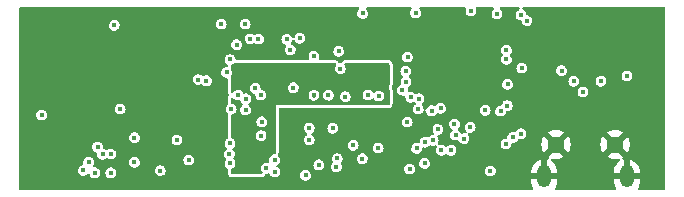
<source format=gbr>
%TF.GenerationSoftware,KiCad,Pcbnew,(6.0.0)*%
%TF.CreationDate,2022-04-23T18:16:10+01:00*%
%TF.ProjectId,pcb I,70636220-492e-46b6-9963-61645f706362,rev?*%
%TF.SameCoordinates,Original*%
%TF.FileFunction,Copper,L2,Inr*%
%TF.FilePolarity,Positive*%
%FSLAX46Y46*%
G04 Gerber Fmt 4.6, Leading zero omitted, Abs format (unit mm)*
G04 Created by KiCad (PCBNEW (6.0.0)) date 2022-04-23 18:16:10*
%MOMM*%
%LPD*%
G01*
G04 APERTURE LIST*
%TA.AperFunction,ComponentPad*%
%ADD10C,1.450000*%
%TD*%
%TA.AperFunction,ComponentPad*%
%ADD11O,1.200000X1.900000*%
%TD*%
%TA.AperFunction,ViaPad*%
%ADD12C,0.400000*%
%TD*%
%TA.AperFunction,ViaPad*%
%ADD13C,0.800000*%
%TD*%
G04 APERTURE END LIST*
D10*
%TO.N,GND*%
%TO.C,CN70*%
X120500000Y-91900000D03*
D11*
X119500000Y-94600000D03*
D10*
X125500000Y-91900000D03*
D11*
X126500000Y-94600000D03*
%TD*%
D12*
%TO.N,GND*%
X79132003Y-90500000D03*
X101089163Y-93302621D03*
X105600000Y-80763000D03*
X76100000Y-81900000D03*
X85000000Y-92600000D03*
X110300000Y-86500000D03*
X104100000Y-93900000D03*
X76450000Y-93300000D03*
X85000000Y-88900000D03*
X91100000Y-94000000D03*
X100000000Y-87724500D03*
X113781250Y-82981250D03*
X120800000Y-88600000D03*
X106800000Y-87037011D03*
D13*
X100752637Y-90330920D03*
D12*
X110300000Y-83000000D03*
X109240000Y-94830000D03*
X82100000Y-89800000D03*
X113800000Y-86500000D03*
X85200000Y-83200000D03*
X97900000Y-80800000D03*
D13*
X126100000Y-87900000D03*
D12*
X90584423Y-91759073D03*
X99300000Y-95300000D03*
%TO.N,Net-(C20-Pad1)*%
X102645499Y-87839545D03*
%TO.N,GNDA*%
X103750000Y-87725000D03*
X95527595Y-92493646D03*
X105900000Y-86073989D03*
X101219399Y-85317553D03*
%TO.N,/~{RESET}*%
X83100000Y-81800000D03*
X113300000Y-80600000D03*
X109365892Y-93500017D03*
X103322740Y-91964840D03*
%TO.N,Net-(C22-Pad1)*%
X101900000Y-93800000D03*
%TO.N,Net-(C23-Pad1)*%
X101967561Y-93084032D03*
%TO.N,+3.3VA*%
X86980500Y-94100498D03*
X122785880Y-87463000D03*
X104100000Y-93100000D03*
X99600000Y-90500000D03*
X107900000Y-90000000D03*
X100419666Y-93619666D03*
X108100000Y-93973989D03*
%TO.N,+3V3*%
X111900000Y-90159700D03*
X98800000Y-82906060D03*
X110100000Y-91548711D03*
X76950000Y-89400000D03*
X107925000Y-84500000D03*
X89400000Y-93200000D03*
X108600000Y-80763000D03*
X82800000Y-92700000D03*
X83600000Y-88900000D03*
X96663104Y-93199565D03*
X115500000Y-80831011D03*
%TO.N,VDDA*%
X105500000Y-87800000D03*
X102226162Y-85475221D03*
%TO.N,VBUS*%
X104125000Y-80800000D03*
X94220000Y-88960000D03*
%TO.N,+1V8*%
X101600000Y-90530920D03*
X98254369Y-87090849D03*
X84800000Y-91310480D03*
X96710000Y-94230000D03*
%TO.N,/MISO*%
X110500931Y-90622700D03*
X113238000Y-90437000D03*
X126505000Y-86095000D03*
%TO.N,/SCLK*%
X124300000Y-86536480D03*
X108701608Y-92231489D03*
X112700000Y-91400000D03*
%TO.N,/MOSI*%
X109400931Y-91700931D03*
X122000000Y-86536480D03*
X112000000Y-91100000D03*
%TO.N,/D5*%
X116259517Y-91859517D03*
X120977967Y-85634958D03*
X115810862Y-89073480D03*
%TO.N,/D13*%
X116816826Y-91305571D03*
%TO.N,/GPIO1*%
X111600000Y-92400000D03*
%TO.N,/D6*%
X105437000Y-92200498D03*
X117529621Y-90979051D03*
%TO.N,/GPIO0*%
X110794500Y-92400000D03*
%TO.N,/SCL*%
X116303119Y-83906021D03*
%TO.N,/SDA*%
X116300000Y-84700000D03*
%TO.N,/D2*%
X94238503Y-88033989D03*
X114500000Y-89000000D03*
X95300000Y-82956604D03*
%TO.N,/CHRG_STAT*%
X92600000Y-85800000D03*
X95973500Y-93900000D03*
X107495210Y-87295210D03*
%TO.N,/A4*%
X90200000Y-86400000D03*
X88400500Y-91520949D03*
X107800000Y-86600000D03*
%TO.N,/vs1053_RIGHT*%
X95021962Y-87145007D03*
X104582417Y-87713502D03*
X95524234Y-91140347D03*
%TO.N,/vs1053_LEFT*%
X95584287Y-89963046D03*
X101219594Y-87718396D03*
X95500000Y-87700000D03*
%TO.N,/AOHPR*%
X81454173Y-94299989D03*
X81675919Y-92112023D03*
X92834598Y-92734598D03*
%TO.N,/AOHPL*%
X82100000Y-92720949D03*
X92900000Y-93500000D03*
X82800000Y-94300000D03*
%TO.N,/LED1*%
X94175000Y-81704084D03*
X102100000Y-84000000D03*
%TO.N,/LED2*%
X100000000Y-84400000D03*
X92150000Y-81704084D03*
%TO.N,/D9*%
X108200000Y-87900000D03*
X99600000Y-91500000D03*
%TO.N,/D4*%
X84800000Y-93400000D03*
X90900000Y-86500000D03*
X108900000Y-88012000D03*
%TO.N,/D3*%
X108826011Y-88900000D03*
%TO.N,/BM83_UART_RX*%
X109958987Y-89043649D03*
X98000000Y-83877880D03*
%TO.N,/BM83_UART_TX*%
X110726967Y-88828112D03*
X97700000Y-83000000D03*
%TO.N,/D11*%
X94600000Y-82956604D03*
X116353826Y-88600000D03*
X93569077Y-87716831D03*
%TO.N,/D10*%
X99290500Y-94500000D03*
X116400000Y-86800000D03*
%TO.N,/D7*%
X93461279Y-83440543D03*
X92900000Y-91808587D03*
X117600000Y-85424502D03*
%TO.N,/D-*%
X118033623Y-81407894D03*
%TO.N,/D+*%
X117538647Y-80912918D03*
%TO.N,/DMIC1_CLK*%
X80468494Y-94100000D03*
%TO.N,/DMIC1_L*%
X80931494Y-93373989D03*
%TO.N,Net-(D10-Pad2)*%
X114936180Y-94150000D03*
%TO.N,/A3*%
X93000000Y-88900000D03*
X92900000Y-84700000D03*
X107778315Y-85707885D03*
%TD*%
%TA.AperFunction,Conductor*%
%TO.N,GNDA*%
G36*
X101828174Y-85020002D02*
G01*
X101874667Y-85073658D01*
X101884771Y-85143932D01*
X101854496Y-85209406D01*
X101842381Y-85223124D01*
X101787052Y-85340972D01*
X101785671Y-85349841D01*
X101770026Y-85450321D01*
X101767022Y-85469611D01*
X101768186Y-85478513D01*
X101768186Y-85478516D01*
X101778943Y-85560776D01*
X101783903Y-85598702D01*
X101836336Y-85717866D01*
X101920108Y-85817524D01*
X101927576Y-85822495D01*
X101927577Y-85822496D01*
X102021012Y-85884693D01*
X102021015Y-85884694D01*
X102028482Y-85889665D01*
X102037049Y-85892341D01*
X102037050Y-85892342D01*
X102058333Y-85898991D01*
X102152749Y-85928488D01*
X102161722Y-85928652D01*
X102161725Y-85928653D01*
X102218952Y-85929702D01*
X102282917Y-85930874D01*
X102335079Y-85916653D01*
X102399863Y-85898991D01*
X102399865Y-85898990D01*
X102408522Y-85896630D01*
X102519468Y-85828509D01*
X102606834Y-85731988D01*
X102663599Y-85614825D01*
X102685199Y-85486440D01*
X102685336Y-85475221D01*
X102666880Y-85346346D01*
X102612994Y-85227831D01*
X102596119Y-85208246D01*
X102566805Y-85143587D01*
X102577104Y-85073341D01*
X102623745Y-85019814D01*
X102691572Y-85000000D01*
X106274000Y-85000000D01*
X106342121Y-85020002D01*
X106388614Y-85073658D01*
X106400000Y-85126000D01*
X106400000Y-86791354D01*
X106388055Y-86844902D01*
X106360890Y-86902762D01*
X106359509Y-86911631D01*
X106345340Y-87002632D01*
X106340860Y-87031401D01*
X106342024Y-87040303D01*
X106342024Y-87040306D01*
X106349269Y-87095709D01*
X106357741Y-87160492D01*
X106378509Y-87207691D01*
X106389329Y-87232282D01*
X106400000Y-87283028D01*
X106400000Y-88449000D01*
X106379998Y-88517121D01*
X106326342Y-88563614D01*
X106274000Y-88575000D01*
X96750000Y-88575000D01*
X96750000Y-92618778D01*
X96729998Y-92686899D01*
X96676342Y-92733392D01*
X96623231Y-92744776D01*
X96614349Y-92744722D01*
X96600787Y-92744639D01*
X96475609Y-92780415D01*
X96365504Y-92849886D01*
X96359562Y-92856614D01*
X96359561Y-92856615D01*
X96344029Y-92874202D01*
X96279323Y-92947468D01*
X96275508Y-92955593D01*
X96275507Y-92955595D01*
X96251951Y-93005769D01*
X96223994Y-93065316D01*
X96222613Y-93074185D01*
X96211435Y-93145977D01*
X96203964Y-93193955D01*
X96205128Y-93202857D01*
X96205128Y-93202860D01*
X96219659Y-93313974D01*
X96208659Y-93384113D01*
X96161485Y-93437171D01*
X96093114Y-93456302D01*
X96058622Y-93451029D01*
X96049975Y-93448443D01*
X96049972Y-93448443D01*
X96041370Y-93445870D01*
X96032394Y-93445815D01*
X96032393Y-93445815D01*
X95979178Y-93445490D01*
X95911183Y-93445074D01*
X95786005Y-93480850D01*
X95778418Y-93485637D01*
X95778416Y-93485638D01*
X95737873Y-93511219D01*
X95675900Y-93550321D01*
X95589719Y-93647903D01*
X95585904Y-93656028D01*
X95585903Y-93656030D01*
X95557248Y-93717065D01*
X95534390Y-93765751D01*
X95533009Y-93774620D01*
X95520029Y-93857984D01*
X95514360Y-93894390D01*
X95515524Y-93903292D01*
X95515524Y-93903295D01*
X95525896Y-93982610D01*
X95531241Y-94023481D01*
X95583674Y-94142645D01*
X95593205Y-94153983D01*
X95625938Y-94192924D01*
X95654459Y-94257940D01*
X95643303Y-94328055D01*
X95596011Y-94381007D01*
X95529487Y-94400000D01*
X93076000Y-94400000D01*
X93007879Y-94379998D01*
X92961386Y-94326342D01*
X92950000Y-94274000D01*
X92950000Y-94053742D01*
X92970002Y-93985621D01*
X93023658Y-93939128D01*
X93042857Y-93932179D01*
X93052320Y-93929599D01*
X93082360Y-93921409D01*
X93193306Y-93853288D01*
X93263381Y-93775870D01*
X93274644Y-93763427D01*
X93274645Y-93763426D01*
X93280672Y-93756767D01*
X93299908Y-93717065D01*
X93333522Y-93647685D01*
X93333522Y-93647684D01*
X93337437Y-93639604D01*
X93359037Y-93511219D01*
X93359174Y-93500000D01*
X93340718Y-93371125D01*
X93286832Y-93252610D01*
X93209247Y-93162568D01*
X93179934Y-93097907D01*
X93190233Y-93027661D01*
X93204683Y-93005769D01*
X93204226Y-93005461D01*
X93209242Y-92998025D01*
X93215270Y-92991365D01*
X93225077Y-92971125D01*
X93268120Y-92882283D01*
X93268120Y-92882282D01*
X93272035Y-92874202D01*
X93293635Y-92745817D01*
X93293772Y-92734598D01*
X93275316Y-92605723D01*
X93221430Y-92487208D01*
X93136448Y-92388581D01*
X93133827Y-92386882D01*
X93097229Y-92329512D01*
X93097466Y-92258516D01*
X93136050Y-92198919D01*
X93152315Y-92187044D01*
X93185655Y-92166573D01*
X93185656Y-92166572D01*
X93193306Y-92161875D01*
X93245290Y-92104444D01*
X93274644Y-92072014D01*
X93274645Y-92072013D01*
X93280672Y-92065354D01*
X93337437Y-91948191D01*
X93359037Y-91819806D01*
X93359174Y-91808587D01*
X93340718Y-91679712D01*
X93286832Y-91561197D01*
X93234102Y-91500000D01*
X93207713Y-91469374D01*
X93207712Y-91469373D01*
X93201850Y-91462570D01*
X93092601Y-91391759D01*
X93039896Y-91375997D01*
X92980365Y-91337317D01*
X92951195Y-91272590D01*
X92950000Y-91255281D01*
X92950000Y-91134737D01*
X95065094Y-91134737D01*
X95066258Y-91143639D01*
X95066258Y-91143642D01*
X95080508Y-91252610D01*
X95081975Y-91263828D01*
X95134408Y-91382992D01*
X95218180Y-91482650D01*
X95225648Y-91487621D01*
X95225649Y-91487622D01*
X95319084Y-91549819D01*
X95319087Y-91549820D01*
X95326554Y-91554791D01*
X95335121Y-91557467D01*
X95335122Y-91557468D01*
X95356405Y-91564117D01*
X95450821Y-91593614D01*
X95459794Y-91593778D01*
X95459797Y-91593779D01*
X95517024Y-91594828D01*
X95580989Y-91596000D01*
X95633151Y-91581779D01*
X95697935Y-91564117D01*
X95697937Y-91564116D01*
X95706594Y-91561756D01*
X95817540Y-91493635D01*
X95839500Y-91469374D01*
X95898878Y-91403774D01*
X95898879Y-91403773D01*
X95904906Y-91397114D01*
X95920102Y-91365751D01*
X95957756Y-91288032D01*
X95957756Y-91288031D01*
X95961671Y-91279951D01*
X95983271Y-91151566D01*
X95983408Y-91140347D01*
X95964952Y-91011472D01*
X95934241Y-90943928D01*
X95914782Y-90901129D01*
X95914781Y-90901127D01*
X95911066Y-90892957D01*
X95826084Y-90794330D01*
X95716835Y-90723519D01*
X95592104Y-90686217D01*
X95583128Y-90686162D01*
X95583127Y-90686162D01*
X95529912Y-90685837D01*
X95461917Y-90685421D01*
X95336739Y-90721197D01*
X95226634Y-90790668D01*
X95140453Y-90888250D01*
X95136638Y-90896375D01*
X95136637Y-90896377D01*
X95095439Y-90984127D01*
X95085124Y-91006098D01*
X95083743Y-91014967D01*
X95073485Y-91080850D01*
X95065094Y-91134737D01*
X92950000Y-91134737D01*
X92950000Y-89957436D01*
X95125147Y-89957436D01*
X95126311Y-89966338D01*
X95126311Y-89966341D01*
X95140864Y-90077628D01*
X95142028Y-90086527D01*
X95194461Y-90205691D01*
X95278233Y-90305349D01*
X95285701Y-90310320D01*
X95285702Y-90310321D01*
X95379137Y-90372518D01*
X95379140Y-90372519D01*
X95386607Y-90377490D01*
X95395174Y-90380166D01*
X95395175Y-90380167D01*
X95416458Y-90386816D01*
X95510874Y-90416313D01*
X95519847Y-90416477D01*
X95519850Y-90416478D01*
X95577077Y-90417527D01*
X95641042Y-90418699D01*
X95702128Y-90402045D01*
X95757988Y-90386816D01*
X95757990Y-90386815D01*
X95766647Y-90384455D01*
X95877593Y-90316334D01*
X95935273Y-90252610D01*
X95958931Y-90226473D01*
X95958932Y-90226472D01*
X95964959Y-90219813D01*
X95996854Y-90153983D01*
X96017809Y-90110731D01*
X96017809Y-90110730D01*
X96021724Y-90102650D01*
X96043324Y-89974265D01*
X96043461Y-89963046D01*
X96025005Y-89834171D01*
X95971119Y-89715656D01*
X95886137Y-89617029D01*
X95776888Y-89546218D01*
X95652157Y-89508916D01*
X95643181Y-89508861D01*
X95643180Y-89508861D01*
X95589965Y-89508536D01*
X95521970Y-89508120D01*
X95396792Y-89543896D01*
X95286687Y-89613367D01*
X95200506Y-89710949D01*
X95145177Y-89828797D01*
X95125147Y-89957436D01*
X92950000Y-89957436D01*
X92950000Y-89478947D01*
X92970002Y-89410826D01*
X93023658Y-89364333D01*
X93054436Y-89355610D01*
X93056755Y-89355653D01*
X93108917Y-89341432D01*
X93173701Y-89323770D01*
X93173703Y-89323769D01*
X93182360Y-89321409D01*
X93293306Y-89253288D01*
X93380672Y-89156767D01*
X93408368Y-89099604D01*
X93433522Y-89047685D01*
X93433522Y-89047684D01*
X93437437Y-89039604D01*
X93459037Y-88911219D01*
X93459174Y-88900000D01*
X93440718Y-88771125D01*
X93386832Y-88652610D01*
X93338843Y-88596916D01*
X93307713Y-88560787D01*
X93307712Y-88560786D01*
X93301850Y-88553983D01*
X93192601Y-88483172D01*
X93067870Y-88445870D01*
X93058893Y-88445815D01*
X93057374Y-88445588D01*
X92992958Y-88415735D01*
X92954908Y-88355796D01*
X92950000Y-88320972D01*
X92950000Y-88029627D01*
X92970002Y-87961506D01*
X93023658Y-87915013D01*
X93093932Y-87904909D01*
X93158512Y-87934403D01*
X93178536Y-87957852D01*
X93179251Y-87959476D01*
X93185025Y-87966345D01*
X93188346Y-87970296D01*
X93263023Y-88059134D01*
X93270491Y-88064105D01*
X93270492Y-88064106D01*
X93363927Y-88126303D01*
X93363930Y-88126304D01*
X93371397Y-88131275D01*
X93379964Y-88133951D01*
X93379965Y-88133952D01*
X93406696Y-88142303D01*
X93495664Y-88170098D01*
X93504637Y-88170262D01*
X93504640Y-88170263D01*
X93561867Y-88171312D01*
X93625832Y-88172484D01*
X93679145Y-88157949D01*
X93750126Y-88159328D01*
X93809095Y-88198865D01*
X93827613Y-88228762D01*
X93848677Y-88276634D01*
X93932449Y-88376292D01*
X93939916Y-88381263D01*
X93939921Y-88381267D01*
X93946235Y-88385470D01*
X93991855Y-88439870D01*
X94000823Y-88510298D01*
X93970290Y-88574394D01*
X93943647Y-88596915D01*
X93922400Y-88610321D01*
X93836219Y-88707903D01*
X93832404Y-88716028D01*
X93832403Y-88716030D01*
X93802363Y-88780015D01*
X93780890Y-88825751D01*
X93779509Y-88834620D01*
X93766836Y-88916013D01*
X93760860Y-88954390D01*
X93762024Y-88963292D01*
X93762024Y-88963295D01*
X93772003Y-89039604D01*
X93777741Y-89083481D01*
X93830174Y-89202645D01*
X93913946Y-89302303D01*
X93921414Y-89307274D01*
X93921415Y-89307275D01*
X94014850Y-89369472D01*
X94014853Y-89369473D01*
X94022320Y-89374444D01*
X94030887Y-89377120D01*
X94030888Y-89377121D01*
X94052171Y-89383770D01*
X94146587Y-89413267D01*
X94155560Y-89413431D01*
X94155563Y-89413432D01*
X94212790Y-89414481D01*
X94276755Y-89415653D01*
X94328917Y-89401432D01*
X94393701Y-89383770D01*
X94393703Y-89383769D01*
X94402360Y-89381409D01*
X94457833Y-89347349D01*
X94505658Y-89317984D01*
X94505659Y-89317984D01*
X94513306Y-89313288D01*
X94529467Y-89295434D01*
X94594644Y-89223427D01*
X94594645Y-89223426D01*
X94600672Y-89216767D01*
X94633659Y-89148683D01*
X94653522Y-89107685D01*
X94653522Y-89107684D01*
X94657437Y-89099604D01*
X94679037Y-88971219D01*
X94679174Y-88960000D01*
X94660718Y-88831125D01*
X94606832Y-88712610D01*
X94521850Y-88613983D01*
X94514317Y-88609100D01*
X94507550Y-88603197D01*
X94508477Y-88602134D01*
X94468369Y-88555477D01*
X94458541Y-88485164D01*
X94488288Y-88420700D01*
X94517260Y-88396210D01*
X94524161Y-88391973D01*
X94524162Y-88391973D01*
X94531809Y-88387277D01*
X94619175Y-88290756D01*
X94635692Y-88256666D01*
X94672025Y-88181674D01*
X94672025Y-88181673D01*
X94675940Y-88173593D01*
X94697540Y-88045208D01*
X94697677Y-88033989D01*
X94679221Y-87905114D01*
X94646858Y-87833935D01*
X94629051Y-87794771D01*
X94629050Y-87794769D01*
X94625335Y-87786599D01*
X94571827Y-87724500D01*
X94546216Y-87694776D01*
X94546215Y-87694775D01*
X94540353Y-87687972D01*
X94431104Y-87617161D01*
X94306373Y-87579859D01*
X94297397Y-87579804D01*
X94297396Y-87579804D01*
X94244181Y-87579479D01*
X94176186Y-87579063D01*
X94129741Y-87592337D01*
X94058747Y-87591825D01*
X93999300Y-87553011D01*
X93980417Y-87523340D01*
X93959628Y-87477619D01*
X93959626Y-87477615D01*
X93955909Y-87469441D01*
X93885725Y-87387988D01*
X93876790Y-87377618D01*
X93876789Y-87377617D01*
X93870927Y-87370814D01*
X93761678Y-87300003D01*
X93636947Y-87262701D01*
X93627971Y-87262646D01*
X93627970Y-87262646D01*
X93574755Y-87262321D01*
X93506760Y-87261905D01*
X93381582Y-87297681D01*
X93373995Y-87302468D01*
X93373993Y-87302469D01*
X93324822Y-87333494D01*
X93271477Y-87367152D01*
X93265535Y-87373880D01*
X93265534Y-87373881D01*
X93224675Y-87420145D01*
X93185296Y-87464734D01*
X93181480Y-87472861D01*
X93181313Y-87473116D01*
X93127196Y-87519071D01*
X93056825Y-87528473D01*
X92992542Y-87498338D01*
X92954756Y-87438231D01*
X92950000Y-87403941D01*
X92950000Y-87139397D01*
X94562822Y-87139397D01*
X94563986Y-87148299D01*
X94563986Y-87148302D01*
X94578511Y-87259372D01*
X94579703Y-87268488D01*
X94632136Y-87387652D01*
X94715908Y-87487310D01*
X94723376Y-87492281D01*
X94723377Y-87492282D01*
X94816812Y-87554479D01*
X94816815Y-87554480D01*
X94824282Y-87559451D01*
X94832849Y-87562127D01*
X94832850Y-87562128D01*
X94948549Y-87598274D01*
X94947926Y-87600269D01*
X95001269Y-87625788D01*
X95038584Y-87686188D01*
X95042011Y-87703189D01*
X95042229Y-87704860D01*
X95056138Y-87811219D01*
X95057741Y-87823481D01*
X95110174Y-87942645D01*
X95193946Y-88042303D01*
X95201414Y-88047274D01*
X95201415Y-88047275D01*
X95294850Y-88109472D01*
X95294853Y-88109473D01*
X95302320Y-88114444D01*
X95310887Y-88117120D01*
X95310888Y-88117121D01*
X95329623Y-88122974D01*
X95426587Y-88153267D01*
X95435560Y-88153431D01*
X95435563Y-88153432D01*
X95492790Y-88154481D01*
X95556755Y-88155653D01*
X95620625Y-88138240D01*
X95673701Y-88123770D01*
X95673703Y-88123769D01*
X95682360Y-88121409D01*
X95793306Y-88053288D01*
X95805019Y-88040348D01*
X95874644Y-87963427D01*
X95874645Y-87963426D01*
X95880672Y-87956767D01*
X95885073Y-87947685D01*
X95933522Y-87847685D01*
X95933522Y-87847684D01*
X95937437Y-87839604D01*
X95957746Y-87718890D01*
X99540860Y-87718890D01*
X99542024Y-87727792D01*
X99542024Y-87727795D01*
X99554537Y-87823481D01*
X99557741Y-87847981D01*
X99610174Y-87967145D01*
X99693946Y-88066803D01*
X99701414Y-88071774D01*
X99701415Y-88071775D01*
X99794850Y-88133972D01*
X99794853Y-88133973D01*
X99802320Y-88138944D01*
X99810887Y-88141620D01*
X99810888Y-88141621D01*
X99826931Y-88146633D01*
X99926587Y-88177767D01*
X99935560Y-88177931D01*
X99935563Y-88177932D01*
X99992790Y-88178981D01*
X100056755Y-88180153D01*
X100113289Y-88164740D01*
X100173701Y-88148270D01*
X100173703Y-88148269D01*
X100182360Y-88145909D01*
X100293306Y-88077788D01*
X100318899Y-88049513D01*
X100374644Y-87987927D01*
X100374645Y-87987926D01*
X100380672Y-87981267D01*
X100385988Y-87970296D01*
X100433522Y-87872185D01*
X100433522Y-87872184D01*
X100437437Y-87864104D01*
X100459037Y-87735719D01*
X100459174Y-87724500D01*
X100457496Y-87712786D01*
X100760454Y-87712786D01*
X100761618Y-87721688D01*
X100761618Y-87721691D01*
X100776171Y-87832978D01*
X100777335Y-87841877D01*
X100829768Y-87961041D01*
X100913540Y-88060699D01*
X100921008Y-88065670D01*
X100921009Y-88065671D01*
X101014444Y-88127868D01*
X101014447Y-88127869D01*
X101021914Y-88132840D01*
X101030481Y-88135516D01*
X101030482Y-88135517D01*
X101063746Y-88145909D01*
X101146181Y-88171663D01*
X101155154Y-88171827D01*
X101155157Y-88171828D01*
X101212384Y-88172877D01*
X101276349Y-88174049D01*
X101330345Y-88159328D01*
X101393295Y-88142166D01*
X101393297Y-88142165D01*
X101401954Y-88139805D01*
X101484599Y-88089061D01*
X101505252Y-88076380D01*
X101505253Y-88076380D01*
X101512900Y-88071684D01*
X101520374Y-88063427D01*
X101594238Y-87981823D01*
X101594239Y-87981822D01*
X101600266Y-87975163D01*
X101604539Y-87966345D01*
X101653116Y-87866081D01*
X101653116Y-87866080D01*
X101657031Y-87858000D01*
X101661080Y-87833935D01*
X102186359Y-87833935D01*
X102187523Y-87842837D01*
X102187523Y-87842840D01*
X102202076Y-87954127D01*
X102203240Y-87963026D01*
X102255673Y-88082190D01*
X102339445Y-88181848D01*
X102346913Y-88186819D01*
X102346914Y-88186820D01*
X102440349Y-88249017D01*
X102440352Y-88249018D01*
X102447819Y-88253989D01*
X102456386Y-88256665D01*
X102456387Y-88256666D01*
X102503256Y-88271308D01*
X102572086Y-88292812D01*
X102581059Y-88292976D01*
X102581062Y-88292977D01*
X102638289Y-88294026D01*
X102702254Y-88295198D01*
X102770346Y-88276634D01*
X102819200Y-88263315D01*
X102819202Y-88263314D01*
X102827859Y-88260954D01*
X102938805Y-88192833D01*
X102948906Y-88181674D01*
X103020143Y-88102972D01*
X103020144Y-88102971D01*
X103026171Y-88096312D01*
X103040475Y-88066790D01*
X103079021Y-87987230D01*
X103079021Y-87987229D01*
X103082936Y-87979149D01*
X103104536Y-87850764D01*
X103104673Y-87839545D01*
X103086217Y-87710670D01*
X103084954Y-87707892D01*
X104123277Y-87707892D01*
X104124441Y-87716794D01*
X104124441Y-87716797D01*
X104138392Y-87823481D01*
X104140158Y-87836983D01*
X104192591Y-87956147D01*
X104276363Y-88055805D01*
X104283831Y-88060776D01*
X104283832Y-88060777D01*
X104377267Y-88122974D01*
X104377270Y-88122975D01*
X104384737Y-88127946D01*
X104393304Y-88130622D01*
X104393305Y-88130623D01*
X104419940Y-88138944D01*
X104509004Y-88166769D01*
X104517977Y-88166933D01*
X104517980Y-88166934D01*
X104575207Y-88167983D01*
X104639172Y-88169155D01*
X104719427Y-88147275D01*
X104756118Y-88137272D01*
X104756120Y-88137271D01*
X104764777Y-88134911D01*
X104867604Y-88071775D01*
X104868075Y-88071486D01*
X104868076Y-88071486D01*
X104875723Y-88066790D01*
X104883694Y-88057984D01*
X104912331Y-88026347D01*
X104972874Y-87989266D01*
X105043854Y-87990804D01*
X105102735Y-88030473D01*
X105108084Y-88037894D01*
X105110174Y-88042645D01*
X105193946Y-88142303D01*
X105201414Y-88147274D01*
X105201415Y-88147275D01*
X105294850Y-88209472D01*
X105294853Y-88209473D01*
X105302320Y-88214444D01*
X105310887Y-88217120D01*
X105310888Y-88217121D01*
X105332171Y-88223770D01*
X105426587Y-88253267D01*
X105435560Y-88253431D01*
X105435563Y-88253432D01*
X105492790Y-88254481D01*
X105556755Y-88255653D01*
X105608917Y-88241432D01*
X105673701Y-88223770D01*
X105673703Y-88223769D01*
X105682360Y-88221409D01*
X105763379Y-88171663D01*
X105785658Y-88157984D01*
X105785659Y-88157984D01*
X105793306Y-88153288D01*
X105803373Y-88142166D01*
X105874644Y-88063427D01*
X105874645Y-88063426D01*
X105880672Y-88056767D01*
X105886273Y-88045208D01*
X105933522Y-87947685D01*
X105933522Y-87947684D01*
X105937437Y-87939604D01*
X105959037Y-87811219D01*
X105959174Y-87800000D01*
X105940718Y-87671125D01*
X105908528Y-87600327D01*
X105890548Y-87560782D01*
X105890547Y-87560780D01*
X105886832Y-87552610D01*
X105830566Y-87487310D01*
X105807713Y-87460787D01*
X105807712Y-87460786D01*
X105801850Y-87453983D01*
X105692601Y-87383172D01*
X105567870Y-87345870D01*
X105558894Y-87345815D01*
X105558893Y-87345815D01*
X105505678Y-87345490D01*
X105437683Y-87345074D01*
X105312505Y-87380850D01*
X105304918Y-87385637D01*
X105304916Y-87385638D01*
X105275908Y-87403941D01*
X105202400Y-87450321D01*
X105196457Y-87457050D01*
X105196456Y-87457051D01*
X105171023Y-87485848D01*
X105110936Y-87523666D01*
X105039943Y-87522995D01*
X104980582Y-87484049D01*
X104972333Y-87472894D01*
X104969249Y-87466112D01*
X104962621Y-87458420D01*
X104890130Y-87374289D01*
X104890129Y-87374288D01*
X104884267Y-87367485D01*
X104775018Y-87296674D01*
X104650287Y-87259372D01*
X104641311Y-87259317D01*
X104641310Y-87259317D01*
X104588095Y-87258992D01*
X104520100Y-87258576D01*
X104511468Y-87261043D01*
X104505859Y-87262646D01*
X104394922Y-87294352D01*
X104387335Y-87299139D01*
X104387333Y-87299140D01*
X104345910Y-87325276D01*
X104284817Y-87363823D01*
X104278875Y-87370551D01*
X104278874Y-87370552D01*
X104266451Y-87384619D01*
X104198636Y-87461405D01*
X104194821Y-87469530D01*
X104194820Y-87469532D01*
X104159792Y-87544140D01*
X104143307Y-87579253D01*
X104141926Y-87588122D01*
X104125256Y-87695183D01*
X104123277Y-87707892D01*
X103084954Y-87707892D01*
X103059274Y-87651412D01*
X103036047Y-87600327D01*
X103036046Y-87600325D01*
X103032331Y-87592155D01*
X102977459Y-87528473D01*
X102953212Y-87500332D01*
X102953211Y-87500331D01*
X102947349Y-87493528D01*
X102838100Y-87422717D01*
X102713369Y-87385415D01*
X102704393Y-87385360D01*
X102704392Y-87385360D01*
X102651177Y-87385035D01*
X102583182Y-87384619D01*
X102458004Y-87420395D01*
X102450417Y-87425182D01*
X102450415Y-87425183D01*
X102420375Y-87444137D01*
X102347899Y-87489866D01*
X102341957Y-87496594D01*
X102341956Y-87496595D01*
X102331910Y-87507970D01*
X102261718Y-87587448D01*
X102257903Y-87595573D01*
X102257902Y-87595575D01*
X102211509Y-87694390D01*
X102206389Y-87705296D01*
X102205008Y-87714165D01*
X102187987Y-87823481D01*
X102186359Y-87833935D01*
X101661080Y-87833935D01*
X101678631Y-87729615D01*
X101678768Y-87718396D01*
X101660312Y-87589521D01*
X101623047Y-87507562D01*
X101610142Y-87479178D01*
X101610141Y-87479176D01*
X101606426Y-87471006D01*
X101560692Y-87417929D01*
X101527307Y-87379183D01*
X101527306Y-87379182D01*
X101521444Y-87372379D01*
X101412195Y-87301568D01*
X101287464Y-87264266D01*
X101278488Y-87264211D01*
X101278487Y-87264211D01*
X101225272Y-87263886D01*
X101157277Y-87263470D01*
X101032099Y-87299246D01*
X101024512Y-87304033D01*
X101024510Y-87304034D01*
X101014836Y-87310138D01*
X100921994Y-87368717D01*
X100916052Y-87375445D01*
X100916051Y-87375446D01*
X100899203Y-87394523D01*
X100835813Y-87466299D01*
X100831998Y-87474424D01*
X100831997Y-87474426D01*
X100791454Y-87560782D01*
X100780484Y-87584147D01*
X100779103Y-87593016D01*
X100762056Y-87702498D01*
X100760454Y-87712786D01*
X100457496Y-87712786D01*
X100440718Y-87595625D01*
X100405911Y-87519071D01*
X100390548Y-87485282D01*
X100390547Y-87485280D01*
X100386832Y-87477110D01*
X100339964Y-87422717D01*
X100307713Y-87385287D01*
X100307712Y-87385286D01*
X100301850Y-87378483D01*
X100192601Y-87307672D01*
X100067870Y-87270370D01*
X100058894Y-87270315D01*
X100058893Y-87270315D01*
X100005678Y-87269990D01*
X99937683Y-87269574D01*
X99812505Y-87305350D01*
X99804918Y-87310137D01*
X99804916Y-87310138D01*
X99749546Y-87345074D01*
X99702400Y-87374821D01*
X99696458Y-87381549D01*
X99696457Y-87381550D01*
X99641918Y-87443304D01*
X99616219Y-87472403D01*
X99612404Y-87480528D01*
X99612403Y-87480530D01*
X99565795Y-87579804D01*
X99560890Y-87590251D01*
X99559509Y-87599120D01*
X99542977Y-87705296D01*
X99540860Y-87718890D01*
X95957746Y-87718890D01*
X95959037Y-87711219D01*
X95959174Y-87700000D01*
X95940718Y-87571125D01*
X95908525Y-87500321D01*
X95890548Y-87460782D01*
X95890547Y-87460780D01*
X95886832Y-87452610D01*
X95831207Y-87388054D01*
X95807713Y-87360787D01*
X95807712Y-87360786D01*
X95801850Y-87353983D01*
X95692601Y-87283172D01*
X95569547Y-87246372D01*
X95510015Y-87207691D01*
X95480923Y-87143517D01*
X95472577Y-87085239D01*
X97795229Y-87085239D01*
X97796393Y-87094141D01*
X97796393Y-87094144D01*
X97806144Y-87168707D01*
X97812110Y-87214330D01*
X97864543Y-87333494D01*
X97948315Y-87433152D01*
X97955783Y-87438123D01*
X97955784Y-87438124D01*
X98049219Y-87500321D01*
X98049222Y-87500322D01*
X98056689Y-87505293D01*
X98065256Y-87507969D01*
X98065257Y-87507970D01*
X98086540Y-87514619D01*
X98180956Y-87544116D01*
X98189929Y-87544280D01*
X98189932Y-87544281D01*
X98247159Y-87545330D01*
X98311124Y-87546502D01*
X98363286Y-87532281D01*
X98428070Y-87514619D01*
X98428072Y-87514618D01*
X98436729Y-87512258D01*
X98493973Y-87477110D01*
X98540027Y-87448833D01*
X98540028Y-87448833D01*
X98547675Y-87444137D01*
X98557618Y-87433152D01*
X98629013Y-87354276D01*
X98629014Y-87354275D01*
X98635041Y-87347616D01*
X98652029Y-87312554D01*
X98687891Y-87238534D01*
X98687891Y-87238533D01*
X98691806Y-87230453D01*
X98713406Y-87102068D01*
X98713543Y-87090849D01*
X98695087Y-86961974D01*
X98641201Y-86843459D01*
X98556219Y-86744832D01*
X98446970Y-86674021D01*
X98322239Y-86636719D01*
X98313263Y-86636664D01*
X98313262Y-86636664D01*
X98260047Y-86636339D01*
X98192052Y-86635923D01*
X98066874Y-86671699D01*
X98059287Y-86676486D01*
X98059285Y-86676487D01*
X98001369Y-86713029D01*
X97956769Y-86741170D01*
X97870588Y-86838752D01*
X97866773Y-86846877D01*
X97866772Y-86846879D01*
X97819074Y-86948474D01*
X97815259Y-86956600D01*
X97813878Y-86965469D01*
X97800992Y-87048230D01*
X97795229Y-87085239D01*
X95472577Y-87085239D01*
X95463953Y-87025022D01*
X95462680Y-87016132D01*
X95434340Y-86953802D01*
X95412510Y-86905789D01*
X95412509Y-86905787D01*
X95408794Y-86897617D01*
X95323812Y-86798990D01*
X95214563Y-86728179D01*
X95089832Y-86690877D01*
X95080856Y-86690822D01*
X95080855Y-86690822D01*
X95027640Y-86690497D01*
X94959645Y-86690081D01*
X94834467Y-86725857D01*
X94826880Y-86730644D01*
X94826878Y-86730645D01*
X94793610Y-86751636D01*
X94724362Y-86795328D01*
X94638181Y-86892910D01*
X94634366Y-86901035D01*
X94634365Y-86901037D01*
X94608279Y-86956600D01*
X94582852Y-87010758D01*
X94581471Y-87019627D01*
X94569625Y-87095709D01*
X94562822Y-87139397D01*
X92950000Y-87139397D01*
X92950000Y-86138486D01*
X92971541Y-86068028D01*
X92974647Y-86063424D01*
X92980672Y-86056767D01*
X93037437Y-85939604D01*
X93059037Y-85811219D01*
X93059174Y-85800000D01*
X93040718Y-85671125D01*
X92986832Y-85552610D01*
X92980978Y-85545816D01*
X92980976Y-85545813D01*
X92980548Y-85545317D01*
X92980279Y-85544725D01*
X92976138Y-85538249D01*
X92977073Y-85537651D01*
X92951234Y-85480656D01*
X92950000Y-85463068D01*
X92950000Y-85253742D01*
X92970002Y-85185621D01*
X93023658Y-85139128D01*
X93042857Y-85132179D01*
X93053768Y-85129204D01*
X93082360Y-85121409D01*
X93160130Y-85073658D01*
X93185658Y-85057984D01*
X93185659Y-85057984D01*
X93193306Y-85053288D01*
X93204027Y-85041444D01*
X93264571Y-85004363D01*
X93297441Y-85000000D01*
X101760053Y-85000000D01*
X101828174Y-85020002D01*
G37*
%TD.AperFunction*%
%TD*%
%TA.AperFunction,Conductor*%
%TO.N,GND*%
G36*
X103789522Y-80274002D02*
G01*
X103836015Y-80327658D01*
X103846119Y-80397932D01*
X103815842Y-80463407D01*
X103747164Y-80541170D01*
X103747160Y-80541176D01*
X103741219Y-80547903D01*
X103737404Y-80556028D01*
X103737403Y-80556030D01*
X103707076Y-80620625D01*
X103685890Y-80665751D01*
X103684509Y-80674620D01*
X103668308Y-80778669D01*
X103665860Y-80794390D01*
X103667024Y-80803292D01*
X103667024Y-80803295D01*
X103681577Y-80914582D01*
X103682741Y-80923481D01*
X103735174Y-81042645D01*
X103818946Y-81142303D01*
X103826414Y-81147274D01*
X103826415Y-81147275D01*
X103919850Y-81209472D01*
X103919853Y-81209473D01*
X103927320Y-81214444D01*
X103935887Y-81217120D01*
X103935888Y-81217121D01*
X103957171Y-81223770D01*
X104051587Y-81253267D01*
X104060560Y-81253431D01*
X104060563Y-81253432D01*
X104117790Y-81254481D01*
X104181755Y-81255653D01*
X104237398Y-81240483D01*
X104298701Y-81223770D01*
X104298703Y-81223769D01*
X104307360Y-81221409D01*
X104378964Y-81177444D01*
X104410658Y-81157984D01*
X104410659Y-81157984D01*
X104418306Y-81153288D01*
X104457239Y-81110275D01*
X104499644Y-81063427D01*
X104499645Y-81063426D01*
X104505672Y-81056767D01*
X104515541Y-81036399D01*
X104558522Y-80947685D01*
X104558522Y-80947684D01*
X104562437Y-80939604D01*
X104584037Y-80811219D01*
X104584174Y-80800000D01*
X104565718Y-80671125D01*
X104531189Y-80595183D01*
X104515548Y-80560782D01*
X104515547Y-80560780D01*
X104511832Y-80552610D01*
X104433969Y-80462245D01*
X104404657Y-80397585D01*
X104414956Y-80327339D01*
X104461598Y-80273813D01*
X104529424Y-80254000D01*
X108163724Y-80254000D01*
X108231845Y-80274002D01*
X108278338Y-80327658D01*
X108288442Y-80397932D01*
X108258165Y-80463408D01*
X108222161Y-80504174D01*
X108222159Y-80504178D01*
X108216219Y-80510903D01*
X108212404Y-80519028D01*
X108212403Y-80519030D01*
X108177022Y-80594390D01*
X108160890Y-80628751D01*
X108159509Y-80637620D01*
X108144861Y-80731696D01*
X108140860Y-80757390D01*
X108142024Y-80766292D01*
X108142024Y-80766295D01*
X108152581Y-80847024D01*
X108157741Y-80886481D01*
X108210174Y-81005645D01*
X108293946Y-81105303D01*
X108301414Y-81110274D01*
X108301415Y-81110275D01*
X108394850Y-81172472D01*
X108394853Y-81172473D01*
X108402320Y-81177444D01*
X108410887Y-81180120D01*
X108410888Y-81180121D01*
X108432171Y-81186770D01*
X108526587Y-81216267D01*
X108535560Y-81216431D01*
X108535563Y-81216432D01*
X108592790Y-81217481D01*
X108656755Y-81218653D01*
X108708917Y-81204432D01*
X108773701Y-81186770D01*
X108773703Y-81186769D01*
X108782360Y-81184409D01*
X108893306Y-81116288D01*
X108926429Y-81079694D01*
X108974644Y-81026427D01*
X108974645Y-81026426D01*
X108980672Y-81019767D01*
X108992213Y-80995948D01*
X109033522Y-80910685D01*
X109033522Y-80910684D01*
X109037437Y-80902604D01*
X109059037Y-80774219D01*
X109059174Y-80763000D01*
X109040718Y-80634125D01*
X108986832Y-80515610D01*
X108940850Y-80462245D01*
X108911538Y-80397585D01*
X108921837Y-80327339D01*
X108968479Y-80273813D01*
X109036305Y-80254000D01*
X112761954Y-80254000D01*
X112830075Y-80274002D01*
X112876568Y-80327658D01*
X112886672Y-80397932D01*
X112876009Y-80433548D01*
X112860890Y-80465751D01*
X112859509Y-80474620D01*
X112842537Y-80583621D01*
X112840860Y-80594390D01*
X112842024Y-80603292D01*
X112842024Y-80603295D01*
X112856112Y-80711026D01*
X112857741Y-80723481D01*
X112910174Y-80842645D01*
X112993946Y-80942303D01*
X113001414Y-80947274D01*
X113001415Y-80947275D01*
X113094850Y-81009472D01*
X113094853Y-81009473D01*
X113102320Y-81014444D01*
X113110887Y-81017120D01*
X113110888Y-81017121D01*
X113132171Y-81023770D01*
X113226587Y-81053267D01*
X113235560Y-81053431D01*
X113235563Y-81053432D01*
X113292790Y-81054481D01*
X113356755Y-81055653D01*
X113460019Y-81027500D01*
X113473701Y-81023770D01*
X113473703Y-81023769D01*
X113482360Y-81021409D01*
X113593306Y-80953288D01*
X113612850Y-80931696D01*
X113674644Y-80863427D01*
X113674645Y-80863426D01*
X113680672Y-80856767D01*
X113685282Y-80847253D01*
X113733522Y-80747685D01*
X113733522Y-80747684D01*
X113737437Y-80739604D01*
X113759037Y-80611219D01*
X113759174Y-80600000D01*
X113740718Y-80471125D01*
X113737004Y-80462956D01*
X113737002Y-80462950D01*
X113722998Y-80432151D01*
X113713012Y-80361861D01*
X113742612Y-80297329D01*
X113802402Y-80259045D01*
X113837699Y-80254000D01*
X115129020Y-80254000D01*
X115197141Y-80274002D01*
X115243634Y-80327658D01*
X115253738Y-80397932D01*
X115224244Y-80462512D01*
X115210683Y-80475954D01*
X115209993Y-80476541D01*
X115202400Y-80481332D01*
X115196458Y-80488060D01*
X115196457Y-80488061D01*
X115185056Y-80500970D01*
X115116219Y-80578914D01*
X115112404Y-80587039D01*
X115112403Y-80587041D01*
X115064705Y-80688636D01*
X115060890Y-80696762D01*
X115059509Y-80705631D01*
X115042322Y-80816013D01*
X115040860Y-80825401D01*
X115042024Y-80834303D01*
X115042024Y-80834306D01*
X115054636Y-80930751D01*
X115057741Y-80954492D01*
X115110174Y-81073656D01*
X115193946Y-81173314D01*
X115201414Y-81178285D01*
X115201415Y-81178286D01*
X115294850Y-81240483D01*
X115294853Y-81240484D01*
X115302320Y-81245455D01*
X115310887Y-81248131D01*
X115310888Y-81248132D01*
X115334434Y-81255488D01*
X115426587Y-81284278D01*
X115435560Y-81284442D01*
X115435563Y-81284443D01*
X115492790Y-81285492D01*
X115556755Y-81286664D01*
X115614771Y-81270847D01*
X115673701Y-81254781D01*
X115673703Y-81254780D01*
X115682360Y-81252420D01*
X115793306Y-81184299D01*
X115817125Y-81157984D01*
X115874644Y-81094438D01*
X115874645Y-81094437D01*
X115880672Y-81087778D01*
X115889925Y-81068681D01*
X115933522Y-80978696D01*
X115933522Y-80978695D01*
X115937437Y-80970615D01*
X115959037Y-80842230D01*
X115959174Y-80831011D01*
X115940718Y-80702136D01*
X115899380Y-80611219D01*
X115890548Y-80591793D01*
X115890547Y-80591791D01*
X115886832Y-80583621D01*
X115822371Y-80508810D01*
X115807713Y-80491798D01*
X115807712Y-80491797D01*
X115801850Y-80484994D01*
X115794316Y-80480111D01*
X115788397Y-80474947D01*
X115750214Y-80415092D01*
X115750453Y-80344096D01*
X115789037Y-80284499D01*
X115853716Y-80255223D01*
X115871229Y-80254000D01*
X117300026Y-80254000D01*
X117368147Y-80274002D01*
X117414640Y-80327658D01*
X117424744Y-80397932D01*
X117395250Y-80462512D01*
X117354413Y-80492836D01*
X117351152Y-80493768D01*
X117241047Y-80563239D01*
X117235105Y-80569967D01*
X117235104Y-80569968D01*
X117212835Y-80595183D01*
X117154866Y-80660821D01*
X117151051Y-80668946D01*
X117151050Y-80668948D01*
X117104612Y-80767860D01*
X117099537Y-80778669D01*
X117098156Y-80787538D01*
X117081471Y-80894696D01*
X117079507Y-80907308D01*
X117080671Y-80916210D01*
X117080671Y-80916213D01*
X117095084Y-81026427D01*
X117096388Y-81036399D01*
X117148821Y-81155563D01*
X117232593Y-81255221D01*
X117240061Y-81260192D01*
X117240062Y-81260193D01*
X117333497Y-81322390D01*
X117333500Y-81322391D01*
X117340967Y-81327362D01*
X117349534Y-81330038D01*
X117349535Y-81330039D01*
X117396404Y-81344681D01*
X117465234Y-81366185D01*
X117474210Y-81366350D01*
X117479231Y-81367163D01*
X117543277Y-81397801D01*
X117580592Y-81458200D01*
X117584018Y-81475201D01*
X117591364Y-81531375D01*
X117643797Y-81650539D01*
X117727569Y-81750197D01*
X117735037Y-81755168D01*
X117735038Y-81755169D01*
X117828473Y-81817366D01*
X117828476Y-81817367D01*
X117835943Y-81822338D01*
X117844510Y-81825014D01*
X117844511Y-81825015D01*
X117865794Y-81831664D01*
X117960210Y-81861161D01*
X117969183Y-81861325D01*
X117969186Y-81861326D01*
X118026413Y-81862375D01*
X118090378Y-81863547D01*
X118163220Y-81843688D01*
X118207324Y-81831664D01*
X118207326Y-81831663D01*
X118215983Y-81829303D01*
X118326929Y-81761182D01*
X118364117Y-81720097D01*
X118408267Y-81671321D01*
X118408268Y-81671320D01*
X118414295Y-81664661D01*
X118461594Y-81567037D01*
X118467145Y-81555579D01*
X118467145Y-81555578D01*
X118471060Y-81547498D01*
X118492660Y-81419113D01*
X118492797Y-81407894D01*
X118474341Y-81279019D01*
X118431274Y-81184299D01*
X118424171Y-81168676D01*
X118424170Y-81168674D01*
X118420455Y-81160504D01*
X118350825Y-81079694D01*
X118341336Y-81068681D01*
X118341335Y-81068680D01*
X118335473Y-81061877D01*
X118226224Y-80991066D01*
X118101493Y-80953764D01*
X118093891Y-80953717D01*
X118030101Y-80924154D01*
X117992052Y-80864215D01*
X117988420Y-80847270D01*
X117979365Y-80784043D01*
X117942124Y-80702136D01*
X117929195Y-80673700D01*
X117929194Y-80673698D01*
X117925479Y-80665528D01*
X117857851Y-80587041D01*
X117846360Y-80573705D01*
X117846359Y-80573704D01*
X117840497Y-80566901D01*
X117731248Y-80496090D01*
X117723987Y-80493919D01*
X117671066Y-80447652D01*
X117651365Y-80379443D01*
X117671668Y-80311412D01*
X117725529Y-80265156D01*
X117777364Y-80254000D01*
X129620000Y-80254000D01*
X129688121Y-80274002D01*
X129734614Y-80327658D01*
X129746000Y-80380000D01*
X129746000Y-95620000D01*
X129725998Y-95688121D01*
X129672342Y-95734614D01*
X129620000Y-95746000D01*
X127536281Y-95746000D01*
X127468160Y-95725998D01*
X127421667Y-95672342D01*
X127411563Y-95602068D01*
X127430429Y-95551652D01*
X127484921Y-95467259D01*
X127490417Y-95456655D01*
X127564961Y-95271688D01*
X127568355Y-95260230D01*
X127606857Y-95063072D01*
X127607934Y-95054209D01*
X127608000Y-95051500D01*
X127608000Y-94872115D01*
X127603525Y-94856876D01*
X127602135Y-94855671D01*
X127594452Y-94854000D01*
X125410115Y-94854000D01*
X125394876Y-94858475D01*
X125393671Y-94859865D01*
X125392000Y-94867548D01*
X125392000Y-94999832D01*
X125392285Y-95005808D01*
X125406471Y-95154494D01*
X125408730Y-95166228D01*
X125464872Y-95357599D01*
X125469302Y-95368675D01*
X125560619Y-95545978D01*
X125564441Y-95551931D01*
X125584410Y-95620062D01*
X125564374Y-95688173D01*
X125510696Y-95734639D01*
X125458410Y-95746000D01*
X120536281Y-95746000D01*
X120468160Y-95725998D01*
X120421667Y-95672342D01*
X120411563Y-95602068D01*
X120430429Y-95551652D01*
X120484921Y-95467259D01*
X120490417Y-95456655D01*
X120564961Y-95271688D01*
X120568355Y-95260230D01*
X120606857Y-95063072D01*
X120607934Y-95054209D01*
X120608000Y-95051500D01*
X120608000Y-94872115D01*
X120603525Y-94856876D01*
X120602135Y-94855671D01*
X120594452Y-94854000D01*
X118410115Y-94854000D01*
X118394876Y-94858475D01*
X118393671Y-94859865D01*
X118392000Y-94867548D01*
X118392000Y-94999832D01*
X118392285Y-95005808D01*
X118406471Y-95154494D01*
X118408730Y-95166228D01*
X118464872Y-95357599D01*
X118469302Y-95368675D01*
X118560619Y-95545978D01*
X118564441Y-95551931D01*
X118584410Y-95620062D01*
X118564374Y-95688173D01*
X118510696Y-95734639D01*
X118458410Y-95746000D01*
X75126000Y-95746000D01*
X75057879Y-95725998D01*
X75011386Y-95672342D01*
X75000000Y-95620000D01*
X75000000Y-94094390D01*
X80009354Y-94094390D01*
X80010518Y-94103292D01*
X80010518Y-94103295D01*
X80020551Y-94180015D01*
X80026235Y-94223481D01*
X80078668Y-94342645D01*
X80162440Y-94442303D01*
X80169908Y-94447274D01*
X80169909Y-94447275D01*
X80263344Y-94509472D01*
X80263347Y-94509473D01*
X80270814Y-94514444D01*
X80279381Y-94517120D01*
X80279382Y-94517121D01*
X80294702Y-94521907D01*
X80395081Y-94553267D01*
X80404054Y-94553431D01*
X80404057Y-94553432D01*
X80461284Y-94554481D01*
X80525249Y-94555653D01*
X80603145Y-94534416D01*
X80642195Y-94523770D01*
X80642197Y-94523769D01*
X80650854Y-94521409D01*
X80709445Y-94485434D01*
X80754152Y-94457984D01*
X80754153Y-94457984D01*
X80761800Y-94453288D01*
X80771293Y-94442801D01*
X80808476Y-94401721D01*
X80869019Y-94364640D01*
X80939999Y-94366177D01*
X80998880Y-94405845D01*
X81017220Y-94435530D01*
X81053121Y-94517121D01*
X81064347Y-94542634D01*
X81148119Y-94642292D01*
X81155587Y-94647263D01*
X81155588Y-94647264D01*
X81249023Y-94709461D01*
X81249026Y-94709462D01*
X81256493Y-94714433D01*
X81265060Y-94717109D01*
X81265061Y-94717110D01*
X81278822Y-94721409D01*
X81380760Y-94753256D01*
X81389733Y-94753420D01*
X81389736Y-94753421D01*
X81446963Y-94754470D01*
X81510928Y-94755642D01*
X81563090Y-94741421D01*
X81627874Y-94723759D01*
X81627876Y-94723758D01*
X81636533Y-94721398D01*
X81747479Y-94653277D01*
X81753503Y-94646622D01*
X81828817Y-94563416D01*
X81828818Y-94563415D01*
X81834845Y-94556756D01*
X81839896Y-94546332D01*
X81887695Y-94447674D01*
X81887695Y-94447673D01*
X81891610Y-94439593D01*
X81913210Y-94311208D01*
X81913347Y-94299989D01*
X81912545Y-94294390D01*
X82340860Y-94294390D01*
X82342024Y-94303292D01*
X82342024Y-94303295D01*
X82355555Y-94406767D01*
X82357741Y-94423481D01*
X82410174Y-94542645D01*
X82493946Y-94642303D01*
X82501414Y-94647274D01*
X82501415Y-94647275D01*
X82594850Y-94709472D01*
X82594853Y-94709473D01*
X82602320Y-94714444D01*
X82610887Y-94717120D01*
X82610888Y-94717121D01*
X82632136Y-94723759D01*
X82726587Y-94753267D01*
X82735560Y-94753431D01*
X82735563Y-94753432D01*
X82792790Y-94754481D01*
X82856755Y-94755653D01*
X82934611Y-94734427D01*
X82973701Y-94723770D01*
X82973703Y-94723769D01*
X82982360Y-94721409D01*
X83093306Y-94653288D01*
X83099340Y-94646622D01*
X83174644Y-94563427D01*
X83174645Y-94563426D01*
X83180672Y-94556767D01*
X83184784Y-94548281D01*
X83233522Y-94447685D01*
X83233522Y-94447684D01*
X83237437Y-94439604D01*
X83259037Y-94311219D01*
X83259174Y-94300000D01*
X83240718Y-94171125D01*
X83206055Y-94094888D01*
X86521360Y-94094888D01*
X86522524Y-94103790D01*
X86522524Y-94103793D01*
X86535127Y-94200168D01*
X86538241Y-94223979D01*
X86590674Y-94343143D01*
X86674446Y-94442801D01*
X86681914Y-94447772D01*
X86681915Y-94447773D01*
X86775350Y-94509970D01*
X86775353Y-94509971D01*
X86782820Y-94514942D01*
X86791387Y-94517618D01*
X86791388Y-94517619D01*
X86811077Y-94523770D01*
X86907087Y-94553765D01*
X86916060Y-94553929D01*
X86916063Y-94553930D01*
X86973290Y-94554979D01*
X87037255Y-94556151D01*
X87089417Y-94541930D01*
X87154201Y-94524268D01*
X87154203Y-94524267D01*
X87162860Y-94521907D01*
X87250409Y-94468152D01*
X87266158Y-94458482D01*
X87266159Y-94458482D01*
X87273806Y-94453786D01*
X87286653Y-94439593D01*
X87355144Y-94363925D01*
X87355145Y-94363924D01*
X87361172Y-94357265D01*
X87367440Y-94344329D01*
X87414022Y-94248183D01*
X87414022Y-94248182D01*
X87417937Y-94240102D01*
X87439537Y-94111717D01*
X87439674Y-94100498D01*
X87421218Y-93971623D01*
X87381370Y-93883983D01*
X87371048Y-93861280D01*
X87371047Y-93861278D01*
X87367332Y-93853108D01*
X87300094Y-93775074D01*
X87288213Y-93761285D01*
X87288212Y-93761284D01*
X87282350Y-93754481D01*
X87173101Y-93683670D01*
X87048370Y-93646368D01*
X87039394Y-93646313D01*
X87039393Y-93646313D01*
X86986178Y-93645988D01*
X86918183Y-93645572D01*
X86793005Y-93681348D01*
X86785418Y-93686135D01*
X86785416Y-93686136D01*
X86762763Y-93700429D01*
X86682900Y-93750819D01*
X86676958Y-93757547D01*
X86676957Y-93757548D01*
X86667447Y-93768316D01*
X86596719Y-93848401D01*
X86592904Y-93856526D01*
X86592903Y-93856528D01*
X86547154Y-93953972D01*
X86541390Y-93966249D01*
X86540009Y-93975118D01*
X86523546Y-94080850D01*
X86521360Y-94094888D01*
X83206055Y-94094888D01*
X83190548Y-94060782D01*
X83190547Y-94060780D01*
X83186832Y-94052610D01*
X83128755Y-93985208D01*
X83107713Y-93960787D01*
X83107712Y-93960786D01*
X83101850Y-93953983D01*
X82992601Y-93883172D01*
X82867870Y-93845870D01*
X82858894Y-93845815D01*
X82858893Y-93845815D01*
X82805678Y-93845490D01*
X82737683Y-93845074D01*
X82729051Y-93847541D01*
X82725895Y-93848443D01*
X82612505Y-93880850D01*
X82604918Y-93885637D01*
X82604916Y-93885638D01*
X82559262Y-93914444D01*
X82502400Y-93950321D01*
X82496458Y-93957049D01*
X82496457Y-93957050D01*
X82478587Y-93977284D01*
X82416219Y-94047903D01*
X82412404Y-94056028D01*
X82412403Y-94056030D01*
X82368285Y-94150000D01*
X82360890Y-94165751D01*
X82359509Y-94174620D01*
X82342837Y-94281696D01*
X82340860Y-94294390D01*
X81912545Y-94294390D01*
X81894891Y-94171114D01*
X81860233Y-94094888D01*
X81844721Y-94060771D01*
X81844720Y-94060769D01*
X81841005Y-94052599D01*
X81774836Y-93975806D01*
X81761886Y-93960776D01*
X81761885Y-93960775D01*
X81756023Y-93953972D01*
X81646774Y-93883161D01*
X81522043Y-93845859D01*
X81513067Y-93845804D01*
X81513066Y-93845804D01*
X81401359Y-93845121D01*
X81333362Y-93824702D01*
X81287198Y-93770763D01*
X81277524Y-93700429D01*
X81303187Y-93646245D01*
X81301122Y-93644852D01*
X81306138Y-93637416D01*
X81312166Y-93630756D01*
X81316906Y-93620974D01*
X81365016Y-93521674D01*
X81365016Y-93521673D01*
X81368931Y-93513593D01*
X81388986Y-93394390D01*
X84340860Y-93394390D01*
X84342024Y-93403292D01*
X84342024Y-93403295D01*
X84356448Y-93513593D01*
X84357741Y-93523481D01*
X84410174Y-93642645D01*
X84493946Y-93742303D01*
X84501414Y-93747274D01*
X84501415Y-93747275D01*
X84594850Y-93809472D01*
X84594853Y-93809473D01*
X84602320Y-93814444D01*
X84610887Y-93817120D01*
X84610888Y-93817121D01*
X84632171Y-93823770D01*
X84726587Y-93853267D01*
X84735560Y-93853431D01*
X84735563Y-93853432D01*
X84792790Y-93854481D01*
X84856755Y-93855653D01*
X84945989Y-93831325D01*
X84973701Y-93823770D01*
X84973703Y-93823769D01*
X84982360Y-93821409D01*
X85064845Y-93770763D01*
X85085658Y-93757984D01*
X85085659Y-93757984D01*
X85093306Y-93753288D01*
X85099330Y-93746633D01*
X85174644Y-93663427D01*
X85174645Y-93663426D01*
X85180672Y-93656767D01*
X85185711Y-93646368D01*
X85233522Y-93547685D01*
X85233522Y-93547684D01*
X85237437Y-93539604D01*
X85259037Y-93411219D01*
X85259174Y-93400000D01*
X85240718Y-93271125D01*
X85209877Y-93203295D01*
X85205828Y-93194390D01*
X88940860Y-93194390D01*
X88942024Y-93203292D01*
X88942024Y-93203295D01*
X88956577Y-93314582D01*
X88957741Y-93323481D01*
X89010174Y-93442645D01*
X89093946Y-93542303D01*
X89101414Y-93547274D01*
X89101415Y-93547275D01*
X89194850Y-93609472D01*
X89194853Y-93609473D01*
X89202320Y-93614444D01*
X89210887Y-93617120D01*
X89210888Y-93617121D01*
X89234591Y-93624526D01*
X89326587Y-93653267D01*
X89335560Y-93653431D01*
X89335563Y-93653432D01*
X89392790Y-93654481D01*
X89456755Y-93655653D01*
X89508917Y-93641432D01*
X89573701Y-93623770D01*
X89573703Y-93623769D01*
X89582360Y-93621409D01*
X89677018Y-93563289D01*
X89685658Y-93557984D01*
X89685659Y-93557984D01*
X89693306Y-93553288D01*
X89712850Y-93531696D01*
X89774644Y-93463427D01*
X89774645Y-93463426D01*
X89780672Y-93456767D01*
X89784800Y-93448248D01*
X89833522Y-93347685D01*
X89833522Y-93347684D01*
X89837437Y-93339604D01*
X89859037Y-93211219D01*
X89859174Y-93200000D01*
X89840718Y-93071125D01*
X89799672Y-92980850D01*
X89790548Y-92960782D01*
X89790547Y-92960780D01*
X89786832Y-92952610D01*
X89701850Y-92853983D01*
X89592601Y-92783172D01*
X89467870Y-92745870D01*
X89458894Y-92745815D01*
X89458893Y-92745815D01*
X89405678Y-92745490D01*
X89337683Y-92745074D01*
X89212505Y-92780850D01*
X89204918Y-92785637D01*
X89204916Y-92785638D01*
X89155019Y-92817121D01*
X89102400Y-92850321D01*
X89016219Y-92947903D01*
X89012404Y-92956028D01*
X89012403Y-92956030D01*
X88966741Y-93053288D01*
X88960890Y-93065751D01*
X88959509Y-93074620D01*
X88943630Y-93176602D01*
X88940860Y-93194390D01*
X85205828Y-93194390D01*
X85190548Y-93160782D01*
X85190547Y-93160780D01*
X85186832Y-93152610D01*
X85127742Y-93084032D01*
X85107713Y-93060787D01*
X85107712Y-93060786D01*
X85101850Y-93053983D01*
X84992601Y-92983172D01*
X84867870Y-92945870D01*
X84858894Y-92945815D01*
X84858893Y-92945815D01*
X84805678Y-92945490D01*
X84737683Y-92945074D01*
X84729051Y-92947541D01*
X84713582Y-92951962D01*
X84612505Y-92980850D01*
X84604918Y-92985637D01*
X84604916Y-92985638D01*
X84580233Y-93001212D01*
X84502400Y-93050321D01*
X84496458Y-93057049D01*
X84496457Y-93057050D01*
X84458019Y-93100573D01*
X84416219Y-93147903D01*
X84412404Y-93156028D01*
X84412403Y-93156030D01*
X84368938Y-93248609D01*
X84360890Y-93265751D01*
X84359509Y-93274620D01*
X84342290Y-93385208D01*
X84340860Y-93394390D01*
X81388986Y-93394390D01*
X81390531Y-93385208D01*
X81390668Y-93373989D01*
X81372212Y-93245114D01*
X81338329Y-93170593D01*
X81322042Y-93134771D01*
X81322041Y-93134769D01*
X81318326Y-93126599D01*
X81263743Y-93063252D01*
X81239207Y-93034776D01*
X81239206Y-93034775D01*
X81233344Y-93027972D01*
X81124095Y-92957161D01*
X80999364Y-92919859D01*
X80990388Y-92919804D01*
X80990387Y-92919804D01*
X80937172Y-92919479D01*
X80869177Y-92919063D01*
X80743999Y-92954839D01*
X80736412Y-92959626D01*
X80736410Y-92959627D01*
X80695185Y-92985638D01*
X80633894Y-93024310D01*
X80627952Y-93031038D01*
X80627951Y-93031039D01*
X80612000Y-93049100D01*
X80547713Y-93121892D01*
X80543898Y-93130017D01*
X80543897Y-93130019D01*
X80499945Y-93223636D01*
X80492384Y-93239740D01*
X80491003Y-93248609D01*
X80474026Y-93357642D01*
X80472354Y-93368379D01*
X80473518Y-93377281D01*
X80473518Y-93377284D01*
X80488071Y-93488571D01*
X80488938Y-93495200D01*
X80489235Y-93497470D01*
X80488725Y-93497537D01*
X80487863Y-93562203D01*
X80448687Y-93621412D01*
X80402076Y-93646246D01*
X80370684Y-93655218D01*
X80280999Y-93680850D01*
X80273412Y-93685637D01*
X80273410Y-93685638D01*
X80219275Y-93719795D01*
X80170894Y-93750321D01*
X80164952Y-93757049D01*
X80164951Y-93757050D01*
X80149033Y-93775074D01*
X80084713Y-93847903D01*
X80080898Y-93856028D01*
X80080897Y-93856030D01*
X80034194Y-93955505D01*
X80029384Y-93965751D01*
X80028003Y-93974620D01*
X80011101Y-94083172D01*
X80009354Y-94094390D01*
X75000000Y-94094390D01*
X75000000Y-92106413D01*
X81216779Y-92106413D01*
X81217943Y-92115315D01*
X81217943Y-92115318D01*
X81232029Y-92223031D01*
X81233660Y-92235504D01*
X81286093Y-92354668D01*
X81369865Y-92454326D01*
X81377333Y-92459297D01*
X81377334Y-92459298D01*
X81470769Y-92521495D01*
X81470772Y-92521496D01*
X81478239Y-92526467D01*
X81486806Y-92529143D01*
X81486807Y-92529144D01*
X81491951Y-92530751D01*
X81557731Y-92551301D01*
X81616787Y-92590706D01*
X81645165Y-92655785D01*
X81644657Y-92690953D01*
X81642492Y-92704860D01*
X81640860Y-92715339D01*
X81642024Y-92724241D01*
X81642024Y-92724244D01*
X81654957Y-92823140D01*
X81657741Y-92844430D01*
X81710174Y-92963594D01*
X81793946Y-93063252D01*
X81801414Y-93068223D01*
X81801415Y-93068224D01*
X81894850Y-93130421D01*
X81894853Y-93130422D01*
X81902320Y-93135393D01*
X81910887Y-93138069D01*
X81910888Y-93138070D01*
X81950102Y-93150321D01*
X82026587Y-93174216D01*
X82035560Y-93174380D01*
X82035563Y-93174381D01*
X82092790Y-93175430D01*
X82156755Y-93176602D01*
X82214782Y-93160782D01*
X82273701Y-93144719D01*
X82273703Y-93144718D01*
X82282360Y-93142358D01*
X82393306Y-93074237D01*
X82393891Y-93075189D01*
X82451333Y-93050410D01*
X82521378Y-93061998D01*
X82536442Y-93070592D01*
X82594847Y-93109470D01*
X82594850Y-93109471D01*
X82602320Y-93114444D01*
X82610887Y-93117120D01*
X82610888Y-93117121D01*
X82652173Y-93130019D01*
X82726587Y-93153267D01*
X82735560Y-93153431D01*
X82735563Y-93153432D01*
X82792790Y-93154481D01*
X82856755Y-93155653D01*
X82919609Y-93138517D01*
X82973701Y-93123770D01*
X82973703Y-93123769D01*
X82982360Y-93121409D01*
X83052371Y-93078422D01*
X83085658Y-93057984D01*
X83085659Y-93057984D01*
X83093306Y-93053288D01*
X83116221Y-93027972D01*
X83174644Y-92963427D01*
X83174645Y-92963426D01*
X83180672Y-92956767D01*
X83185412Y-92946985D01*
X83233522Y-92847685D01*
X83233522Y-92847684D01*
X83237437Y-92839604D01*
X83259037Y-92711219D01*
X83259174Y-92700000D01*
X83240718Y-92571125D01*
X83204118Y-92490628D01*
X83190548Y-92460782D01*
X83190547Y-92460780D01*
X83186832Y-92452610D01*
X83101850Y-92353983D01*
X82992601Y-92283172D01*
X82867870Y-92245870D01*
X82858894Y-92245815D01*
X82858893Y-92245815D01*
X82805678Y-92245490D01*
X82737683Y-92245074D01*
X82612505Y-92280850D01*
X82604918Y-92285637D01*
X82604916Y-92285638D01*
X82505789Y-92348183D01*
X82502400Y-92350321D01*
X82500691Y-92347612D01*
X82450269Y-92370112D01*
X82380086Y-92359398D01*
X82364890Y-92350976D01*
X82363880Y-92350321D01*
X82292601Y-92304121D01*
X82265929Y-92296144D01*
X82220149Y-92282453D01*
X82160615Y-92243771D01*
X82131445Y-92179044D01*
X82131997Y-92140833D01*
X82134149Y-92128041D01*
X82134149Y-92128036D01*
X82134956Y-92123242D01*
X82135093Y-92112023D01*
X82116637Y-91983148D01*
X82080180Y-91902965D01*
X82066467Y-91872805D01*
X82066466Y-91872803D01*
X82062751Y-91864633D01*
X82015567Y-91809873D01*
X81983632Y-91772810D01*
X81983631Y-91772809D01*
X81977769Y-91766006D01*
X81868520Y-91695195D01*
X81743789Y-91657893D01*
X81734813Y-91657838D01*
X81734812Y-91657838D01*
X81681597Y-91657513D01*
X81613602Y-91657097D01*
X81488424Y-91692873D01*
X81378319Y-91762344D01*
X81372377Y-91769072D01*
X81372376Y-91769073D01*
X81336783Y-91809375D01*
X81292138Y-91859926D01*
X81288323Y-91868051D01*
X81288322Y-91868053D01*
X81242881Y-91964840D01*
X81236809Y-91977774D01*
X81235428Y-91986643D01*
X81218317Y-92096536D01*
X81216779Y-92106413D01*
X75000000Y-92106413D01*
X75000000Y-91304870D01*
X84340860Y-91304870D01*
X84342024Y-91313772D01*
X84342024Y-91313775D01*
X84355894Y-91419836D01*
X84357741Y-91433961D01*
X84410174Y-91553125D01*
X84493946Y-91652783D01*
X84501414Y-91657754D01*
X84501415Y-91657755D01*
X84594850Y-91719952D01*
X84594853Y-91719953D01*
X84602320Y-91724924D01*
X84610887Y-91727600D01*
X84610888Y-91727601D01*
X84635961Y-91735434D01*
X84726587Y-91763747D01*
X84735560Y-91763911D01*
X84735563Y-91763912D01*
X84792790Y-91764961D01*
X84856755Y-91766133D01*
X84942908Y-91742645D01*
X84973701Y-91734250D01*
X84973703Y-91734249D01*
X84982360Y-91731889D01*
X85053327Y-91688315D01*
X85085658Y-91668464D01*
X85085659Y-91668464D01*
X85093306Y-91663768D01*
X85103773Y-91652204D01*
X85174644Y-91573907D01*
X85174645Y-91573906D01*
X85180672Y-91567247D01*
X85186290Y-91555653D01*
X85205822Y-91515339D01*
X87941360Y-91515339D01*
X87942524Y-91524241D01*
X87942524Y-91524244D01*
X87956933Y-91634427D01*
X87958241Y-91644430D01*
X88010674Y-91763594D01*
X88094446Y-91863252D01*
X88101914Y-91868223D01*
X88101915Y-91868224D01*
X88195350Y-91930421D01*
X88195353Y-91930422D01*
X88202820Y-91935393D01*
X88211387Y-91938069D01*
X88211388Y-91938070D01*
X88241704Y-91947541D01*
X88327087Y-91974216D01*
X88336060Y-91974380D01*
X88336063Y-91974381D01*
X88393290Y-91975430D01*
X88457255Y-91976602D01*
X88518066Y-91960023D01*
X88574201Y-91944719D01*
X88574203Y-91944718D01*
X88582860Y-91942358D01*
X88650116Y-91901063D01*
X88686158Y-91878933D01*
X88686159Y-91878933D01*
X88693806Y-91874237D01*
X88703749Y-91863252D01*
X88775144Y-91784376D01*
X88775145Y-91784375D01*
X88781172Y-91777716D01*
X88785360Y-91769073D01*
X88834022Y-91668634D01*
X88834022Y-91668633D01*
X88837937Y-91660553D01*
X88859537Y-91532168D01*
X88859674Y-91520949D01*
X88841218Y-91392074D01*
X88809220Y-91321699D01*
X88791048Y-91281731D01*
X88791047Y-91281729D01*
X88787332Y-91273559D01*
X88741456Y-91220317D01*
X88708213Y-91181736D01*
X88708212Y-91181735D01*
X88702350Y-91174932D01*
X88593101Y-91104121D01*
X88468370Y-91066819D01*
X88459394Y-91066764D01*
X88459393Y-91066764D01*
X88406178Y-91066439D01*
X88338183Y-91066023D01*
X88213005Y-91101799D01*
X88102900Y-91171270D01*
X88096958Y-91177998D01*
X88096957Y-91177999D01*
X88075147Y-91202694D01*
X88016719Y-91268852D01*
X88012904Y-91276977D01*
X88012903Y-91276979D01*
X87965205Y-91378574D01*
X87961390Y-91386700D01*
X87960009Y-91395569D01*
X87942992Y-91504860D01*
X87941360Y-91515339D01*
X85205822Y-91515339D01*
X85233522Y-91458165D01*
X85233522Y-91458164D01*
X85237437Y-91450084D01*
X85259037Y-91321699D01*
X85259174Y-91310480D01*
X85240718Y-91181605D01*
X85206609Y-91106587D01*
X85190548Y-91071262D01*
X85190547Y-91071260D01*
X85186832Y-91063090D01*
X85144341Y-91013777D01*
X85107713Y-90971267D01*
X85107712Y-90971266D01*
X85101850Y-90964463D01*
X84992601Y-90893652D01*
X84867870Y-90856350D01*
X84858894Y-90856295D01*
X84858893Y-90856295D01*
X84805678Y-90855970D01*
X84737683Y-90855554D01*
X84729051Y-90858021D01*
X84719384Y-90860784D01*
X84612505Y-90891330D01*
X84604918Y-90896117D01*
X84604916Y-90896118D01*
X84553234Y-90928727D01*
X84502400Y-90960801D01*
X84496458Y-90967529D01*
X84496457Y-90967530D01*
X84480666Y-90985410D01*
X84416219Y-91058383D01*
X84412404Y-91066508D01*
X84412403Y-91066510D01*
X84371980Y-91152610D01*
X84360890Y-91176231D01*
X84359509Y-91185100D01*
X84342272Y-91295803D01*
X84340860Y-91304870D01*
X75000000Y-91304870D01*
X75000000Y-89394390D01*
X76490860Y-89394390D01*
X76492024Y-89403292D01*
X76492024Y-89403295D01*
X76504579Y-89499302D01*
X76507741Y-89523481D01*
X76560174Y-89642645D01*
X76643946Y-89742303D01*
X76651414Y-89747274D01*
X76651415Y-89747275D01*
X76744850Y-89809472D01*
X76744853Y-89809473D01*
X76752320Y-89814444D01*
X76760887Y-89817120D01*
X76760888Y-89817121D01*
X76782171Y-89823770D01*
X76876587Y-89853267D01*
X76885560Y-89853431D01*
X76885563Y-89853432D01*
X76942790Y-89854481D01*
X77006755Y-89855653D01*
X77058917Y-89841432D01*
X77123701Y-89823770D01*
X77123703Y-89823769D01*
X77132360Y-89821409D01*
X77243306Y-89753288D01*
X77249330Y-89746633D01*
X77324644Y-89663427D01*
X77324645Y-89663426D01*
X77330672Y-89656767D01*
X77366329Y-89583172D01*
X77383522Y-89547685D01*
X77383522Y-89547684D01*
X77387437Y-89539604D01*
X77409037Y-89411219D01*
X77409174Y-89400000D01*
X77390718Y-89271125D01*
X77347169Y-89175345D01*
X77340548Y-89160782D01*
X77340547Y-89160780D01*
X77336832Y-89152610D01*
X77278472Y-89084879D01*
X77257713Y-89060787D01*
X77257712Y-89060786D01*
X77251850Y-89053983D01*
X77142601Y-88983172D01*
X77017870Y-88945870D01*
X77008894Y-88945815D01*
X77008893Y-88945815D01*
X76955678Y-88945490D01*
X76887683Y-88945074D01*
X76762505Y-88980850D01*
X76754918Y-88985637D01*
X76754916Y-88985638D01*
X76698223Y-89021409D01*
X76652400Y-89050321D01*
X76646458Y-89057049D01*
X76646457Y-89057050D01*
X76615998Y-89091539D01*
X76566219Y-89147903D01*
X76562404Y-89156028D01*
X76562403Y-89156030D01*
X76520523Y-89245233D01*
X76510890Y-89265751D01*
X76509509Y-89274620D01*
X76496154Y-89360393D01*
X76490860Y-89394390D01*
X75000000Y-89394390D01*
X75000000Y-88894390D01*
X83140860Y-88894390D01*
X83142024Y-88903292D01*
X83142024Y-88903295D01*
X83156577Y-89014582D01*
X83157741Y-89023481D01*
X83210174Y-89142645D01*
X83293946Y-89242303D01*
X83301414Y-89247274D01*
X83301415Y-89247275D01*
X83394850Y-89309472D01*
X83394853Y-89309473D01*
X83402320Y-89314444D01*
X83410887Y-89317120D01*
X83410888Y-89317121D01*
X83432171Y-89323770D01*
X83526587Y-89353267D01*
X83535560Y-89353431D01*
X83535563Y-89353432D01*
X83592790Y-89354481D01*
X83656755Y-89355653D01*
X83749943Y-89330247D01*
X83773701Y-89323770D01*
X83773703Y-89323769D01*
X83782360Y-89321409D01*
X83893306Y-89253288D01*
X83900597Y-89245233D01*
X83974644Y-89163427D01*
X83974645Y-89163426D01*
X83980672Y-89156767D01*
X83985073Y-89147685D01*
X84033522Y-89047685D01*
X84033522Y-89047684D01*
X84037437Y-89039604D01*
X84059037Y-88911219D01*
X84059174Y-88900000D01*
X84040718Y-88771125D01*
X84013345Y-88710922D01*
X83990548Y-88660782D01*
X83990547Y-88660780D01*
X83986832Y-88652610D01*
X83934299Y-88591642D01*
X83907713Y-88560787D01*
X83907712Y-88560786D01*
X83901850Y-88553983D01*
X83792601Y-88483172D01*
X83667870Y-88445870D01*
X83658894Y-88445815D01*
X83658893Y-88445815D01*
X83605678Y-88445490D01*
X83537683Y-88445074D01*
X83412505Y-88480850D01*
X83404918Y-88485637D01*
X83404916Y-88485638D01*
X83362902Y-88512147D01*
X83302400Y-88550321D01*
X83296458Y-88557049D01*
X83296457Y-88557050D01*
X83268522Y-88588681D01*
X83216219Y-88647903D01*
X83212404Y-88656028D01*
X83212403Y-88656030D01*
X83165454Y-88756030D01*
X83160890Y-88765751D01*
X83159509Y-88774620D01*
X83144483Y-88871125D01*
X83140860Y-88894390D01*
X75000000Y-88894390D01*
X75000000Y-86394390D01*
X89740860Y-86394390D01*
X89742024Y-86403292D01*
X89742024Y-86403295D01*
X89756202Y-86511713D01*
X89757741Y-86523481D01*
X89810174Y-86642645D01*
X89893946Y-86742303D01*
X89901414Y-86747274D01*
X89901415Y-86747275D01*
X89994850Y-86809472D01*
X89994853Y-86809473D01*
X90002320Y-86814444D01*
X90010887Y-86817120D01*
X90010888Y-86817121D01*
X90032171Y-86823770D01*
X90126587Y-86853267D01*
X90135560Y-86853431D01*
X90135563Y-86853432D01*
X90192790Y-86854481D01*
X90256755Y-86855653D01*
X90330928Y-86835431D01*
X90373701Y-86823770D01*
X90373703Y-86823769D01*
X90382360Y-86821409D01*
X90393704Y-86814444D01*
X90417814Y-86799641D01*
X90486331Y-86781044D01*
X90554026Y-86802442D01*
X90580191Y-86825941D01*
X90588168Y-86835431D01*
X90588174Y-86835436D01*
X90593946Y-86842303D01*
X90601414Y-86847274D01*
X90601415Y-86847275D01*
X90694850Y-86909472D01*
X90694853Y-86909473D01*
X90702320Y-86914444D01*
X90710887Y-86917120D01*
X90710888Y-86917121D01*
X90731246Y-86923481D01*
X90826587Y-86953267D01*
X90835560Y-86953431D01*
X90835563Y-86953432D01*
X90892790Y-86954481D01*
X90956755Y-86955653D01*
X91044628Y-86931696D01*
X91073701Y-86923770D01*
X91073703Y-86923769D01*
X91082360Y-86921409D01*
X91193306Y-86853288D01*
X91199924Y-86845977D01*
X91274644Y-86763427D01*
X91274645Y-86763426D01*
X91280672Y-86756767D01*
X91285073Y-86747685D01*
X91333522Y-86647685D01*
X91333522Y-86647684D01*
X91337437Y-86639604D01*
X91359037Y-86511219D01*
X91359174Y-86500000D01*
X91340718Y-86371125D01*
X91303419Y-86289090D01*
X91290548Y-86260782D01*
X91290547Y-86260780D01*
X91286832Y-86252610D01*
X91239146Y-86197267D01*
X91207713Y-86160787D01*
X91207712Y-86160786D01*
X91201850Y-86153983D01*
X91092601Y-86083172D01*
X90967870Y-86045870D01*
X90958894Y-86045815D01*
X90958893Y-86045815D01*
X90905678Y-86045490D01*
X90837683Y-86045074D01*
X90829051Y-86047541D01*
X90813173Y-86052079D01*
X90712505Y-86080850D01*
X90697035Y-86090611D01*
X90682856Y-86099557D01*
X90614571Y-86118991D01*
X90546619Y-86098422D01*
X90520171Y-86075245D01*
X90501850Y-86053983D01*
X90392601Y-85983172D01*
X90267870Y-85945870D01*
X90258894Y-85945815D01*
X90258893Y-85945815D01*
X90205678Y-85945490D01*
X90137683Y-85945074D01*
X90012505Y-85980850D01*
X89902400Y-86050321D01*
X89896458Y-86057049D01*
X89896457Y-86057050D01*
X89868903Y-86088249D01*
X89816219Y-86147903D01*
X89812404Y-86156028D01*
X89812403Y-86156030D01*
X89783083Y-86218481D01*
X89760890Y-86265751D01*
X89759509Y-86274620D01*
X89742607Y-86383172D01*
X89740860Y-86394390D01*
X75000000Y-86394390D01*
X75000000Y-85794390D01*
X92140860Y-85794390D01*
X92142024Y-85803292D01*
X92142024Y-85803295D01*
X92152075Y-85880155D01*
X92157741Y-85923481D01*
X92210174Y-86042645D01*
X92293946Y-86142303D01*
X92301414Y-86147274D01*
X92301415Y-86147275D01*
X92394850Y-86209472D01*
X92394853Y-86209473D01*
X92402320Y-86214444D01*
X92410887Y-86217120D01*
X92410888Y-86217121D01*
X92438512Y-86225751D01*
X92526587Y-86253267D01*
X92535560Y-86253431D01*
X92535563Y-86253432D01*
X92565648Y-86253983D01*
X92572309Y-86254105D01*
X92640052Y-86275352D01*
X92685554Y-86329851D01*
X92696000Y-86380084D01*
X92696000Y-87403941D01*
X92698408Y-87438837D01*
X92703164Y-87473127D01*
X92739718Y-87573414D01*
X92777504Y-87633521D01*
X92781504Y-87638778D01*
X92806840Y-87705097D01*
X92792298Y-87774588D01*
X92783435Y-87788778D01*
X92778482Y-87795647D01*
X92772227Y-87802129D01*
X92768053Y-87810109D01*
X92768052Y-87810110D01*
X92762364Y-87820984D01*
X92726291Y-87889946D01*
X92706289Y-87958067D01*
X92696000Y-88029627D01*
X92696000Y-88320972D01*
X92698486Y-88356420D01*
X92703394Y-88391244D01*
X92718454Y-88432143D01*
X92723222Y-88502979D01*
X92694657Y-88559088D01*
X92668522Y-88588681D01*
X92616219Y-88647903D01*
X92612404Y-88656028D01*
X92612403Y-88656030D01*
X92565454Y-88756030D01*
X92560890Y-88765751D01*
X92559509Y-88774620D01*
X92544483Y-88871125D01*
X92540860Y-88894390D01*
X92542024Y-88903292D01*
X92542024Y-88903295D01*
X92556577Y-89014582D01*
X92557741Y-89023481D01*
X92610174Y-89142645D01*
X92690850Y-89238620D01*
X92693946Y-89242303D01*
X92691496Y-89244362D01*
X92720631Y-89291306D01*
X92720087Y-89360393D01*
X92714600Y-89379083D01*
X92706289Y-89407387D01*
X92705648Y-89411846D01*
X92705647Y-89411850D01*
X92704948Y-89416713D01*
X92696000Y-89478947D01*
X92696000Y-91255281D01*
X92696037Y-91256345D01*
X92696037Y-91256364D01*
X92696236Y-91262124D01*
X92696603Y-91272775D01*
X92696675Y-91273822D01*
X92696676Y-91273836D01*
X92697103Y-91280015D01*
X92697798Y-91290084D01*
X92699159Y-91295503D01*
X92700036Y-91301020D01*
X92698874Y-91301205D01*
X92696314Y-91366236D01*
X92655610Y-91424405D01*
X92644150Y-91432566D01*
X92602400Y-91458908D01*
X92596458Y-91465636D01*
X92596457Y-91465637D01*
X92554378Y-91513283D01*
X92516219Y-91556490D01*
X92512404Y-91564615D01*
X92512403Y-91564617D01*
X92464705Y-91666212D01*
X92460890Y-91674338D01*
X92459509Y-91683207D01*
X92444228Y-91781348D01*
X92440860Y-91802977D01*
X92442024Y-91811879D01*
X92442024Y-91811882D01*
X92453809Y-91901999D01*
X92457741Y-91932068D01*
X92510174Y-92051232D01*
X92593946Y-92150890D01*
X92600664Y-92155362D01*
X92637875Y-92215293D01*
X92636770Y-92286281D01*
X92597462Y-92345403D01*
X92583675Y-92355468D01*
X92544593Y-92380126D01*
X92544589Y-92380130D01*
X92536998Y-92384919D01*
X92531056Y-92391647D01*
X92531055Y-92391648D01*
X92507666Y-92418131D01*
X92450817Y-92482501D01*
X92447002Y-92490626D01*
X92447001Y-92490628D01*
X92407956Y-92573792D01*
X92395488Y-92600349D01*
X92394107Y-92609218D01*
X92378225Y-92711219D01*
X92375458Y-92728988D01*
X92376622Y-92737890D01*
X92376622Y-92737893D01*
X92391008Y-92847903D01*
X92392339Y-92858079D01*
X92444772Y-92977243D01*
X92450547Y-92984113D01*
X92450550Y-92984118D01*
X92526320Y-93074256D01*
X92554842Y-93139271D01*
X92543686Y-93209386D01*
X92524313Y-93238738D01*
X92522161Y-93241174D01*
X92522159Y-93241178D01*
X92516219Y-93247903D01*
X92512404Y-93256028D01*
X92512403Y-93256030D01*
X92468903Y-93348683D01*
X92460890Y-93365751D01*
X92459509Y-93374620D01*
X92442693Y-93482619D01*
X92440860Y-93494390D01*
X92442024Y-93503292D01*
X92442024Y-93503295D01*
X92456559Y-93614444D01*
X92457741Y-93623481D01*
X92510174Y-93742645D01*
X92593946Y-93842303D01*
X92601414Y-93847274D01*
X92601415Y-93847275D01*
X92648613Y-93878693D01*
X92694235Y-93933091D01*
X92703510Y-94001511D01*
X92700690Y-94021125D01*
X92696840Y-94047903D01*
X92696000Y-94053742D01*
X92696000Y-94274000D01*
X92696360Y-94277347D01*
X92696360Y-94277351D01*
X92701097Y-94321409D01*
X92701804Y-94327990D01*
X92702522Y-94331290D01*
X92702522Y-94331291D01*
X92709777Y-94364640D01*
X92713190Y-94380332D01*
X92720384Y-94406555D01*
X92741024Y-94442801D01*
X92766362Y-94487298D01*
X92766365Y-94487302D01*
X92769425Y-94492676D01*
X92783979Y-94509472D01*
X92812714Y-94542634D01*
X92815918Y-94546332D01*
X92848502Y-94577773D01*
X92936319Y-94623709D01*
X93004440Y-94643711D01*
X93008899Y-94644352D01*
X93008903Y-94644353D01*
X93032079Y-94647685D01*
X93076000Y-94654000D01*
X95529487Y-94654000D01*
X95599219Y-94644241D01*
X95665743Y-94625248D01*
X95668258Y-94624291D01*
X95668264Y-94624289D01*
X95683119Y-94618636D01*
X95706287Y-94609820D01*
X95734319Y-94588711D01*
X95780508Y-94553928D01*
X95780512Y-94553925D01*
X95785455Y-94550202D01*
X95832747Y-94497250D01*
X95859780Y-94460923D01*
X95868558Y-94437182D01*
X95910940Y-94380226D01*
X95977388Y-94355224D01*
X95989046Y-94354898D01*
X96021278Y-94355489D01*
X96021282Y-94355489D01*
X96030255Y-94355653D01*
X96138412Y-94326166D01*
X96209394Y-94327546D01*
X96268363Y-94367083D01*
X96286882Y-94396983D01*
X96308948Y-94447131D01*
X96320174Y-94472645D01*
X96403946Y-94572303D01*
X96411414Y-94577274D01*
X96411415Y-94577275D01*
X96504850Y-94639472D01*
X96504853Y-94639473D01*
X96512320Y-94644444D01*
X96520887Y-94647120D01*
X96520888Y-94647121D01*
X96567757Y-94661763D01*
X96636587Y-94683267D01*
X96645560Y-94683431D01*
X96645563Y-94683432D01*
X96702790Y-94684481D01*
X96766755Y-94685653D01*
X96818917Y-94671432D01*
X96883701Y-94653770D01*
X96883703Y-94653769D01*
X96892360Y-94651409D01*
X97003306Y-94583288D01*
X97013960Y-94571518D01*
X97083772Y-94494390D01*
X98831360Y-94494390D01*
X98832524Y-94503288D01*
X98832524Y-94503295D01*
X98846868Y-94612983D01*
X98848241Y-94623481D01*
X98900674Y-94742645D01*
X98984446Y-94842303D01*
X98991914Y-94847274D01*
X98991915Y-94847275D01*
X99085350Y-94909472D01*
X99085353Y-94909473D01*
X99092820Y-94914444D01*
X99101387Y-94917120D01*
X99101388Y-94917121D01*
X99122671Y-94923770D01*
X99217087Y-94953267D01*
X99226060Y-94953431D01*
X99226063Y-94953432D01*
X99283290Y-94954481D01*
X99347255Y-94955653D01*
X99399417Y-94941432D01*
X99464201Y-94923770D01*
X99464203Y-94923769D01*
X99472860Y-94921409D01*
X99583806Y-94853288D01*
X99671172Y-94756767D01*
X99687165Y-94723759D01*
X99724022Y-94647685D01*
X99724022Y-94647684D01*
X99727937Y-94639604D01*
X99749537Y-94511219D01*
X99749674Y-94500000D01*
X99731218Y-94371125D01*
X99696684Y-94295172D01*
X99681048Y-94260782D01*
X99681047Y-94260780D01*
X99677332Y-94252610D01*
X99626996Y-94194192D01*
X99598213Y-94160787D01*
X99598212Y-94160786D01*
X99592350Y-94153983D01*
X99483101Y-94083172D01*
X99358370Y-94045870D01*
X99349394Y-94045815D01*
X99349393Y-94045815D01*
X99296178Y-94045490D01*
X99228183Y-94045074D01*
X99219551Y-94047541D01*
X99216395Y-94048443D01*
X99103005Y-94080850D01*
X99095418Y-94085637D01*
X99095416Y-94085638D01*
X99064162Y-94105358D01*
X98992900Y-94150321D01*
X98986958Y-94157049D01*
X98986957Y-94157050D01*
X98971440Y-94174620D01*
X98906719Y-94247903D01*
X98902904Y-94256028D01*
X98902903Y-94256030D01*
X98859012Y-94349516D01*
X98851390Y-94365751D01*
X98850009Y-94374620D01*
X98832755Y-94485434D01*
X98831360Y-94494390D01*
X97083772Y-94494390D01*
X97084644Y-94493427D01*
X97084645Y-94493426D01*
X97090672Y-94486767D01*
X97103194Y-94460923D01*
X97143522Y-94377685D01*
X97143522Y-94377684D01*
X97147437Y-94369604D01*
X97169037Y-94241219D01*
X97169174Y-94230000D01*
X97150718Y-94101125D01*
X97114344Y-94021125D01*
X97100548Y-93990782D01*
X97100547Y-93990780D01*
X97096832Y-93982610D01*
X97046147Y-93923787D01*
X97017713Y-93890787D01*
X97017712Y-93890786D01*
X97011850Y-93883983D01*
X96902601Y-93813172D01*
X96900900Y-93812663D01*
X96850178Y-93768316D01*
X96830478Y-93700107D01*
X96850783Y-93632076D01*
X96869259Y-93614056D01*
X99960526Y-93614056D01*
X99961690Y-93622958D01*
X99961690Y-93622961D01*
X99976243Y-93734248D01*
X99977407Y-93743147D01*
X100029840Y-93862311D01*
X100113612Y-93961969D01*
X100121080Y-93966940D01*
X100121081Y-93966941D01*
X100214516Y-94029138D01*
X100214519Y-94029139D01*
X100221986Y-94034110D01*
X100230553Y-94036786D01*
X100230554Y-94036787D01*
X100244600Y-94041175D01*
X100346253Y-94072933D01*
X100355226Y-94073097D01*
X100355229Y-94073098D01*
X100412456Y-94074147D01*
X100476421Y-94075319D01*
X100529782Y-94060771D01*
X100593367Y-94043436D01*
X100593369Y-94043435D01*
X100602026Y-94041075D01*
X100685207Y-93990002D01*
X100705324Y-93977650D01*
X100705325Y-93977650D01*
X100712972Y-93972954D01*
X100725144Y-93959507D01*
X100794310Y-93883093D01*
X100794311Y-93883092D01*
X100800338Y-93876433D01*
X100809269Y-93858001D01*
X100840088Y-93794390D01*
X101440860Y-93794390D01*
X101442024Y-93803292D01*
X101442024Y-93803295D01*
X101455459Y-93906030D01*
X101457741Y-93923481D01*
X101510174Y-94042645D01*
X101593946Y-94142303D01*
X101601414Y-94147274D01*
X101601415Y-94147275D01*
X101694850Y-94209472D01*
X101694853Y-94209473D01*
X101702320Y-94214444D01*
X101710887Y-94217120D01*
X101710888Y-94217121D01*
X101754532Y-94230756D01*
X101826587Y-94253267D01*
X101835560Y-94253431D01*
X101835563Y-94253432D01*
X101892790Y-94254481D01*
X101956755Y-94255653D01*
X102023647Y-94237416D01*
X102073701Y-94223770D01*
X102073703Y-94223769D01*
X102082360Y-94221409D01*
X102164256Y-94171125D01*
X102185658Y-94157984D01*
X102185659Y-94157984D01*
X102193306Y-94153288D01*
X102209467Y-94135434D01*
X102274644Y-94063427D01*
X102274645Y-94063426D01*
X102280672Y-94056767D01*
X102285979Y-94045815D01*
X102323496Y-93968379D01*
X107640860Y-93968379D01*
X107642024Y-93977281D01*
X107642024Y-93977284D01*
X107656577Y-94088571D01*
X107657741Y-94097470D01*
X107710174Y-94216634D01*
X107793946Y-94316292D01*
X107801414Y-94321263D01*
X107801415Y-94321264D01*
X107894850Y-94383461D01*
X107894853Y-94383462D01*
X107902320Y-94388433D01*
X107910887Y-94391109D01*
X107910888Y-94391110D01*
X107935996Y-94398954D01*
X108026587Y-94427256D01*
X108035560Y-94427420D01*
X108035563Y-94427421D01*
X108092790Y-94428470D01*
X108156755Y-94429642D01*
X108216319Y-94413403D01*
X108273701Y-94397759D01*
X108273703Y-94397758D01*
X108282360Y-94395398D01*
X108393306Y-94327277D01*
X108413607Y-94304849D01*
X108474644Y-94237416D01*
X108474645Y-94237415D01*
X108480672Y-94230756D01*
X108488509Y-94214582D01*
X108522516Y-94144390D01*
X114477040Y-94144390D01*
X114478204Y-94153288D01*
X114478204Y-94153295D01*
X114492260Y-94260782D01*
X114493921Y-94273481D01*
X114546354Y-94392645D01*
X114630126Y-94492303D01*
X114637594Y-94497274D01*
X114637595Y-94497275D01*
X114731030Y-94559472D01*
X114731033Y-94559473D01*
X114738500Y-94564444D01*
X114747067Y-94567120D01*
X114747068Y-94567121D01*
X114768351Y-94573770D01*
X114862767Y-94603267D01*
X114871740Y-94603431D01*
X114871743Y-94603432D01*
X114928970Y-94604481D01*
X114992935Y-94605653D01*
X115079884Y-94581948D01*
X115109881Y-94573770D01*
X115109883Y-94573769D01*
X115118540Y-94571409D01*
X115218603Y-94509970D01*
X115221838Y-94507984D01*
X115221839Y-94507984D01*
X115229486Y-94503288D01*
X115238412Y-94493427D01*
X115310824Y-94413427D01*
X115310825Y-94413426D01*
X115316852Y-94406767D01*
X115321217Y-94397759D01*
X115355070Y-94327885D01*
X118392000Y-94327885D01*
X118396475Y-94343124D01*
X118397865Y-94344329D01*
X118405548Y-94346000D01*
X119227885Y-94346000D01*
X119243124Y-94341525D01*
X119244329Y-94340135D01*
X119246000Y-94332452D01*
X119246000Y-94327885D01*
X119754000Y-94327885D01*
X119758475Y-94343124D01*
X119759865Y-94344329D01*
X119767548Y-94346000D01*
X120589885Y-94346000D01*
X120605124Y-94341525D01*
X120606329Y-94340135D01*
X120608000Y-94332452D01*
X120608000Y-94200168D01*
X120607715Y-94194192D01*
X120593529Y-94045506D01*
X120591270Y-94033772D01*
X120535128Y-93842401D01*
X120530698Y-93831325D01*
X120439381Y-93654022D01*
X120432931Y-93643976D01*
X120309738Y-93487143D01*
X120301501Y-93478494D01*
X120150877Y-93347788D01*
X120141153Y-93340853D01*
X120127968Y-93333225D01*
X120079019Y-93281800D01*
X120065644Y-93212074D01*
X120092089Y-93146186D01*
X120149957Y-93105055D01*
X120223674Y-93102454D01*
X120279759Y-93117482D01*
X120290554Y-93119385D01*
X120494525Y-93137231D01*
X120505475Y-93137231D01*
X120709446Y-93119385D01*
X120720241Y-93117482D01*
X120918012Y-93064490D01*
X120928304Y-93060744D01*
X121113868Y-92974214D01*
X121123363Y-92968731D01*
X121159197Y-92943640D01*
X121167573Y-92933161D01*
X121167074Y-92932211D01*
X124832344Y-92932211D01*
X124841640Y-92944226D01*
X124876637Y-92968731D01*
X124886132Y-92974214D01*
X125071696Y-93060744D01*
X125081988Y-93064490D01*
X125279759Y-93117482D01*
X125290554Y-93119385D01*
X125494525Y-93137231D01*
X125505475Y-93137231D01*
X125709446Y-93119385D01*
X125720238Y-93117482D01*
X125783344Y-93100573D01*
X125854321Y-93102263D01*
X125913117Y-93142057D01*
X125941065Y-93207321D01*
X125929292Y-93277335D01*
X125888856Y-93325049D01*
X125777610Y-93403962D01*
X125768575Y-93411761D01*
X125630658Y-93555831D01*
X125623262Y-93565196D01*
X125515079Y-93732741D01*
X125509583Y-93743345D01*
X125435039Y-93928312D01*
X125431645Y-93939770D01*
X125393143Y-94136928D01*
X125392066Y-94145791D01*
X125392000Y-94148500D01*
X125392000Y-94327885D01*
X125396475Y-94343124D01*
X125397865Y-94344329D01*
X125405548Y-94346000D01*
X126227885Y-94346000D01*
X126243124Y-94341525D01*
X126244329Y-94340135D01*
X126246000Y-94332452D01*
X126246000Y-94327885D01*
X126754000Y-94327885D01*
X126758475Y-94343124D01*
X126759865Y-94344329D01*
X126767548Y-94346000D01*
X127589885Y-94346000D01*
X127605124Y-94341525D01*
X127606329Y-94340135D01*
X127608000Y-94332452D01*
X127608000Y-94200168D01*
X127607715Y-94194192D01*
X127593529Y-94045506D01*
X127591270Y-94033772D01*
X127535128Y-93842401D01*
X127530698Y-93831325D01*
X127439381Y-93654022D01*
X127432931Y-93643976D01*
X127309738Y-93487143D01*
X127301501Y-93478494D01*
X127150877Y-93347788D01*
X127141153Y-93340853D01*
X126968533Y-93240990D01*
X126957669Y-93236016D01*
X126769273Y-93170593D01*
X126768284Y-93170352D01*
X126757992Y-93171820D01*
X126754000Y-93185385D01*
X126754000Y-94327885D01*
X126246000Y-94327885D01*
X126246000Y-93189598D01*
X126242027Y-93176068D01*
X126213062Y-93171904D01*
X126148481Y-93142411D01*
X126110097Y-93082685D01*
X126110097Y-93011688D01*
X126148480Y-92951962D01*
X126158720Y-92943975D01*
X126159195Y-92943642D01*
X126167573Y-92933161D01*
X126160505Y-92919715D01*
X125512812Y-92272022D01*
X125498868Y-92264408D01*
X125497035Y-92264539D01*
X125490420Y-92268790D01*
X124838774Y-92920436D01*
X124832344Y-92932211D01*
X121167074Y-92932211D01*
X121160505Y-92919715D01*
X120512812Y-92272022D01*
X120498868Y-92264408D01*
X120497035Y-92264539D01*
X120490420Y-92268790D01*
X119838774Y-92920436D01*
X119832344Y-92932211D01*
X119853349Y-92959361D01*
X119852132Y-92960303D01*
X119880610Y-92995930D01*
X119887920Y-93066549D01*
X119855889Y-93129910D01*
X119794688Y-93165895D01*
X119781799Y-93168425D01*
X119757992Y-93171820D01*
X119754000Y-93185385D01*
X119754000Y-94327885D01*
X119246000Y-94327885D01*
X119246000Y-93189598D01*
X119242027Y-93176067D01*
X119232601Y-93174712D01*
X119143463Y-93196194D01*
X119132168Y-93200083D01*
X118950618Y-93282629D01*
X118940276Y-93288576D01*
X118777603Y-93403968D01*
X118768575Y-93411761D01*
X118630658Y-93555831D01*
X118623262Y-93565196D01*
X118515079Y-93732741D01*
X118509583Y-93743345D01*
X118435039Y-93928312D01*
X118431645Y-93939770D01*
X118393143Y-94136928D01*
X118392066Y-94145791D01*
X118392000Y-94148500D01*
X118392000Y-94327885D01*
X115355070Y-94327885D01*
X115369702Y-94297685D01*
X115369702Y-94297684D01*
X115373617Y-94289604D01*
X115395217Y-94161219D01*
X115395354Y-94150000D01*
X115376898Y-94021125D01*
X115329432Y-93916730D01*
X115326728Y-93910782D01*
X115326727Y-93910780D01*
X115323012Y-93902610D01*
X115274122Y-93845870D01*
X115243893Y-93810787D01*
X115243892Y-93810786D01*
X115238030Y-93803983D01*
X115128781Y-93733172D01*
X115004050Y-93695870D01*
X114995074Y-93695815D01*
X114995073Y-93695815D01*
X114941858Y-93695490D01*
X114873863Y-93695074D01*
X114748685Y-93730850D01*
X114741098Y-93735637D01*
X114741096Y-93735638D01*
X114690834Y-93767351D01*
X114638580Y-93800321D01*
X114632638Y-93807049D01*
X114632637Y-93807050D01*
X114602499Y-93841175D01*
X114552399Y-93897903D01*
X114548584Y-93906028D01*
X114548583Y-93906030D01*
X114511410Y-93985208D01*
X114497070Y-94015751D01*
X114495689Y-94024620D01*
X114478435Y-94135434D01*
X114477040Y-94144390D01*
X108522516Y-94144390D01*
X108533522Y-94121674D01*
X108533522Y-94121673D01*
X108537437Y-94113593D01*
X108559037Y-93985208D01*
X108559174Y-93973989D01*
X108540718Y-93845114D01*
X108509234Y-93775870D01*
X108490548Y-93734771D01*
X108490547Y-93734769D01*
X108486832Y-93726599D01*
X108432400Y-93663427D01*
X108407713Y-93634776D01*
X108407712Y-93634775D01*
X108401850Y-93627972D01*
X108292601Y-93557161D01*
X108167870Y-93519859D01*
X108158894Y-93519804D01*
X108158893Y-93519804D01*
X108105678Y-93519479D01*
X108037683Y-93519063D01*
X107912505Y-93554839D01*
X107904918Y-93559626D01*
X107904916Y-93559627D01*
X107896090Y-93565196D01*
X107802400Y-93624310D01*
X107796458Y-93631038D01*
X107796457Y-93631039D01*
X107768272Y-93662953D01*
X107716219Y-93721892D01*
X107712404Y-93730017D01*
X107712403Y-93730019D01*
X107672766Y-93814444D01*
X107660890Y-93839740D01*
X107659509Y-93848609D01*
X107642839Y-93955670D01*
X107640860Y-93968379D01*
X102323496Y-93968379D01*
X102333522Y-93947685D01*
X102333522Y-93947684D01*
X102337437Y-93939604D01*
X102359037Y-93811219D01*
X102359174Y-93800000D01*
X102340718Y-93671125D01*
X102292555Y-93565196D01*
X102290546Y-93560778D01*
X102290545Y-93560777D01*
X102286832Y-93552610D01*
X102283339Y-93548556D01*
X102263996Y-93482142D01*
X102284148Y-93414065D01*
X102296577Y-93397868D01*
X102348233Y-93340799D01*
X102352644Y-93331696D01*
X102401083Y-93231717D01*
X102401083Y-93231716D01*
X102404998Y-93223636D01*
X102426598Y-93095251D01*
X102426609Y-93094390D01*
X103640860Y-93094390D01*
X103642024Y-93103292D01*
X103642024Y-93103295D01*
X103656249Y-93212074D01*
X103657741Y-93223481D01*
X103710174Y-93342645D01*
X103793946Y-93442303D01*
X103801414Y-93447274D01*
X103801415Y-93447275D01*
X103894850Y-93509472D01*
X103894853Y-93509473D01*
X103902320Y-93514444D01*
X103910887Y-93517120D01*
X103910888Y-93517121D01*
X103925001Y-93521530D01*
X104026587Y-93553267D01*
X104035560Y-93553431D01*
X104035563Y-93553432D01*
X104092790Y-93554481D01*
X104156755Y-93555653D01*
X104244628Y-93531696D01*
X104273701Y-93523770D01*
X104273703Y-93523769D01*
X104282360Y-93521409D01*
X104326337Y-93494407D01*
X108906752Y-93494407D01*
X108907916Y-93503309D01*
X108907916Y-93503312D01*
X108916009Y-93565196D01*
X108923633Y-93623498D01*
X108976066Y-93742662D01*
X109059838Y-93842320D01*
X109067306Y-93847291D01*
X109067307Y-93847292D01*
X109160742Y-93909489D01*
X109160745Y-93909490D01*
X109168212Y-93914461D01*
X109176779Y-93917137D01*
X109176780Y-93917138D01*
X109198063Y-93923787D01*
X109292479Y-93953284D01*
X109301452Y-93953448D01*
X109301455Y-93953449D01*
X109358682Y-93954498D01*
X109422647Y-93955670D01*
X109481576Y-93939604D01*
X109539593Y-93923787D01*
X109539595Y-93923786D01*
X109548252Y-93921426D01*
X109633340Y-93869182D01*
X109651550Y-93858001D01*
X109651551Y-93858001D01*
X109659198Y-93853305D01*
X109666612Y-93845114D01*
X109740536Y-93763444D01*
X109740537Y-93763443D01*
X109746564Y-93756784D01*
X109753415Y-93742645D01*
X109799414Y-93647702D01*
X109799414Y-93647701D01*
X109803329Y-93639621D01*
X109824929Y-93511236D01*
X109825066Y-93500017D01*
X109806610Y-93371142D01*
X109766365Y-93282629D01*
X109756440Y-93260799D01*
X109756439Y-93260797D01*
X109752724Y-93252627D01*
X109705698Y-93198050D01*
X109673605Y-93160804D01*
X109673604Y-93160803D01*
X109667742Y-93154000D01*
X109558493Y-93083189D01*
X109433762Y-93045887D01*
X109424786Y-93045832D01*
X109424785Y-93045832D01*
X109371570Y-93045507D01*
X109303575Y-93045091D01*
X109178397Y-93080867D01*
X109170810Y-93085654D01*
X109170808Y-93085655D01*
X109133064Y-93109470D01*
X109068292Y-93150338D01*
X109062350Y-93157066D01*
X109062349Y-93157067D01*
X109021926Y-93202838D01*
X108982111Y-93247920D01*
X108978296Y-93256045D01*
X108978295Y-93256047D01*
X108934803Y-93348683D01*
X108926782Y-93365768D01*
X108925401Y-93374637D01*
X108908152Y-93485417D01*
X108906752Y-93494407D01*
X104326337Y-93494407D01*
X104376793Y-93463427D01*
X104385658Y-93457984D01*
X104385659Y-93457984D01*
X104393306Y-93453288D01*
X104403249Y-93442303D01*
X104474644Y-93363427D01*
X104474645Y-93363426D01*
X104480672Y-93356767D01*
X104485023Y-93347788D01*
X104533522Y-93247685D01*
X104533522Y-93247684D01*
X104537437Y-93239604D01*
X104559037Y-93111219D01*
X104559105Y-93105610D01*
X104559115Y-93104860D01*
X104559115Y-93104856D01*
X104559174Y-93100000D01*
X104540718Y-92971125D01*
X104486832Y-92852610D01*
X104401850Y-92753983D01*
X104292601Y-92683172D01*
X104167870Y-92645870D01*
X104158894Y-92645815D01*
X104158893Y-92645815D01*
X104105678Y-92645490D01*
X104037683Y-92645074D01*
X103912505Y-92680850D01*
X103904918Y-92685637D01*
X103904916Y-92685638D01*
X103871904Y-92706467D01*
X103802400Y-92750321D01*
X103796458Y-92757049D01*
X103796457Y-92757050D01*
X103750160Y-92809472D01*
X103716219Y-92847903D01*
X103712404Y-92856028D01*
X103712403Y-92856030D01*
X103669016Y-92948443D01*
X103660890Y-92965751D01*
X103659509Y-92974620D01*
X103642473Y-93084032D01*
X103640860Y-93094390D01*
X102426609Y-93094390D01*
X102426735Y-93084032D01*
X102408279Y-92955157D01*
X102363672Y-92857050D01*
X102358109Y-92844814D01*
X102358108Y-92844812D01*
X102354393Y-92836642D01*
X102286959Y-92758380D01*
X102275274Y-92744819D01*
X102275273Y-92744818D01*
X102269411Y-92738015D01*
X102160162Y-92667204D01*
X102035431Y-92629902D01*
X102026455Y-92629847D01*
X102026454Y-92629847D01*
X101973239Y-92629522D01*
X101905244Y-92629106D01*
X101780066Y-92664882D01*
X101772479Y-92669669D01*
X101772477Y-92669670D01*
X101732042Y-92695183D01*
X101669961Y-92734353D01*
X101664019Y-92741081D01*
X101664018Y-92741082D01*
X101653914Y-92752523D01*
X101583780Y-92831935D01*
X101579965Y-92840060D01*
X101579964Y-92840062D01*
X101541292Y-92922432D01*
X101528451Y-92949783D01*
X101527070Y-92958652D01*
X101510009Y-93068224D01*
X101508421Y-93078422D01*
X101509585Y-93087324D01*
X101509585Y-93087327D01*
X101524138Y-93198614D01*
X101525302Y-93207513D01*
X101577735Y-93326677D01*
X101583510Y-93333547D01*
X101584372Y-93334932D01*
X101603388Y-93403334D01*
X101582404Y-93471159D01*
X101571845Y-93484919D01*
X101516219Y-93547903D01*
X101512404Y-93556028D01*
X101512403Y-93556030D01*
X101473158Y-93639621D01*
X101460890Y-93665751D01*
X101459509Y-93674620D01*
X101443744Y-93775870D01*
X101440860Y-93794390D01*
X100840088Y-93794390D01*
X100853188Y-93767351D01*
X100853188Y-93767350D01*
X100857103Y-93759270D01*
X100878703Y-93630885D01*
X100878840Y-93619666D01*
X100860384Y-93490791D01*
X100833441Y-93431533D01*
X100810214Y-93380448D01*
X100810213Y-93380446D01*
X100806498Y-93372276D01*
X100729254Y-93282629D01*
X100727379Y-93280453D01*
X100727378Y-93280452D01*
X100721516Y-93273649D01*
X100612267Y-93202838D01*
X100487536Y-93165536D01*
X100478560Y-93165481D01*
X100478559Y-93165481D01*
X100425344Y-93165156D01*
X100357349Y-93164740D01*
X100232171Y-93200516D01*
X100224584Y-93205303D01*
X100224582Y-93205304D01*
X100182754Y-93231696D01*
X100122066Y-93269987D01*
X100116124Y-93276715D01*
X100116123Y-93276716D01*
X100112823Y-93280453D01*
X100035885Y-93367569D01*
X100032070Y-93375694D01*
X100032069Y-93375696D01*
X99991084Y-93462992D01*
X99980556Y-93485417D01*
X99979175Y-93494286D01*
X99968431Y-93563289D01*
X99960526Y-93614056D01*
X96869259Y-93614056D01*
X96890549Y-93593292D01*
X96948759Y-93557551D01*
X96948760Y-93557550D01*
X96956410Y-93552853D01*
X96962434Y-93546198D01*
X97037748Y-93462992D01*
X97037749Y-93462991D01*
X97043776Y-93456332D01*
X97050408Y-93442645D01*
X97096626Y-93347250D01*
X97096626Y-93347249D01*
X97100541Y-93339169D01*
X97122141Y-93210784D01*
X97122278Y-93199565D01*
X97103822Y-93070690D01*
X97069830Y-92995930D01*
X97053652Y-92960347D01*
X97053651Y-92960345D01*
X97049936Y-92952175D01*
X96994469Y-92887802D01*
X96965155Y-92823140D01*
X96972884Y-92760036D01*
X96973709Y-92758459D01*
X96993711Y-92690338D01*
X96994742Y-92683172D01*
X97000105Y-92645870D01*
X97004000Y-92618778D01*
X97004000Y-91959230D01*
X102863600Y-91959230D01*
X102864764Y-91968132D01*
X102864764Y-91968135D01*
X102877651Y-92066683D01*
X102880481Y-92088321D01*
X102932914Y-92207485D01*
X103016686Y-92307143D01*
X103024154Y-92312114D01*
X103024155Y-92312115D01*
X103099456Y-92362240D01*
X103125060Y-92379284D01*
X103133627Y-92381960D01*
X103133628Y-92381961D01*
X103154911Y-92388610D01*
X103249327Y-92418107D01*
X103258300Y-92418271D01*
X103258303Y-92418272D01*
X103315530Y-92419321D01*
X103379495Y-92420493D01*
X103472331Y-92395183D01*
X103496441Y-92388610D01*
X103496443Y-92388609D01*
X103505100Y-92386249D01*
X103616046Y-92318128D01*
X103623307Y-92310106D01*
X103697384Y-92228267D01*
X103697385Y-92228266D01*
X103703412Y-92221607D01*
X103710559Y-92206857D01*
X103716358Y-92194888D01*
X104977860Y-92194888D01*
X104979024Y-92203790D01*
X104979024Y-92203793D01*
X104993567Y-92315005D01*
X104994741Y-92323979D01*
X105047174Y-92443143D01*
X105130946Y-92542801D01*
X105138414Y-92547772D01*
X105138415Y-92547773D01*
X105231850Y-92609970D01*
X105231853Y-92609971D01*
X105239320Y-92614942D01*
X105247887Y-92617618D01*
X105247888Y-92617619D01*
X105294757Y-92632261D01*
X105363587Y-92653765D01*
X105372560Y-92653929D01*
X105372563Y-92653930D01*
X105429790Y-92654979D01*
X105493755Y-92656151D01*
X105549471Y-92640961D01*
X105610701Y-92624268D01*
X105610703Y-92624267D01*
X105619360Y-92621907D01*
X105702067Y-92571125D01*
X105722658Y-92558482D01*
X105722659Y-92558482D01*
X105730306Y-92553786D01*
X105757737Y-92523481D01*
X105811644Y-92463925D01*
X105811645Y-92463924D01*
X105817672Y-92457265D01*
X105836633Y-92418131D01*
X105870522Y-92348183D01*
X105870522Y-92348182D01*
X105874437Y-92340102D01*
X105893654Y-92225879D01*
X108242468Y-92225879D01*
X108243632Y-92234781D01*
X108243632Y-92234784D01*
X108258098Y-92345403D01*
X108259349Y-92354970D01*
X108311782Y-92474134D01*
X108395554Y-92573792D01*
X108403022Y-92578763D01*
X108403023Y-92578764D01*
X108496458Y-92640961D01*
X108496461Y-92640962D01*
X108503928Y-92645933D01*
X108512495Y-92648609D01*
X108512496Y-92648610D01*
X108528997Y-92653765D01*
X108628195Y-92684756D01*
X108637168Y-92684920D01*
X108637171Y-92684921D01*
X108694398Y-92685970D01*
X108758363Y-92687142D01*
X108822449Y-92669670D01*
X108875309Y-92655259D01*
X108875311Y-92655258D01*
X108883968Y-92652898D01*
X108955108Y-92609218D01*
X108987266Y-92589473D01*
X108987267Y-92589473D01*
X108994914Y-92584777D01*
X109018715Y-92558482D01*
X109076252Y-92494916D01*
X109076253Y-92494915D01*
X109082280Y-92488256D01*
X109094069Y-92463925D01*
X109135130Y-92379174D01*
X109135130Y-92379173D01*
X109139045Y-92371093D01*
X109140534Y-92362244D01*
X109140535Y-92362240D01*
X109159162Y-92251521D01*
X109190189Y-92187662D01*
X109250815Y-92150716D01*
X109309794Y-92151929D01*
X109310092Y-92150086D01*
X109318948Y-92151521D01*
X109327518Y-92154198D01*
X109336491Y-92154362D01*
X109336494Y-92154363D01*
X109393721Y-92155412D01*
X109457686Y-92156584D01*
X109515460Y-92140833D01*
X109574632Y-92124701D01*
X109574634Y-92124700D01*
X109583291Y-92122340D01*
X109665892Y-92071623D01*
X109686589Y-92058915D01*
X109686590Y-92058915D01*
X109694237Y-92054219D01*
X109736795Y-92007202D01*
X109752478Y-91989875D01*
X109813021Y-91952794D01*
X109884001Y-91954331D01*
X109896450Y-91959247D01*
X109902320Y-91963155D01*
X109910889Y-91965832D01*
X109910891Y-91965833D01*
X109949113Y-91977774D01*
X110026587Y-92001978D01*
X110035560Y-92002142D01*
X110035563Y-92002143D01*
X110092790Y-92003192D01*
X110156755Y-92004364D01*
X110165507Y-92001978D01*
X110262195Y-91975618D01*
X110333179Y-91976998D01*
X110392147Y-92016535D01*
X110420379Y-92081677D01*
X110409392Y-92150729D01*
X110365734Y-92243719D01*
X110355390Y-92265751D01*
X110354009Y-92274620D01*
X110336835Y-92384919D01*
X110335360Y-92394390D01*
X110336524Y-92403292D01*
X110336524Y-92403295D01*
X110350984Y-92513868D01*
X110352241Y-92523481D01*
X110404674Y-92642645D01*
X110488446Y-92742303D01*
X110495914Y-92747274D01*
X110495915Y-92747275D01*
X110589350Y-92809472D01*
X110589353Y-92809473D01*
X110596820Y-92814444D01*
X110605387Y-92817120D01*
X110605388Y-92817121D01*
X110626671Y-92823770D01*
X110721087Y-92853267D01*
X110730060Y-92853431D01*
X110730063Y-92853432D01*
X110787290Y-92854481D01*
X110851255Y-92855653D01*
X110910122Y-92839604D01*
X110968201Y-92823770D01*
X110968203Y-92823769D01*
X110976860Y-92821409D01*
X111087806Y-92753288D01*
X111094521Y-92745870D01*
X111102547Y-92737002D01*
X111163090Y-92699920D01*
X111234070Y-92701457D01*
X111279396Y-92731778D01*
X111281478Y-92729449D01*
X111288172Y-92735434D01*
X111293946Y-92742303D01*
X111301414Y-92747274D01*
X111301415Y-92747275D01*
X111394850Y-92809472D01*
X111394853Y-92809473D01*
X111402320Y-92814444D01*
X111410887Y-92817120D01*
X111410888Y-92817121D01*
X111432171Y-92823770D01*
X111526587Y-92853267D01*
X111535560Y-92853431D01*
X111535563Y-92853432D01*
X111592790Y-92854481D01*
X111656755Y-92855653D01*
X111715622Y-92839604D01*
X111773701Y-92823770D01*
X111773703Y-92823769D01*
X111782360Y-92821409D01*
X111893306Y-92753288D01*
X111899330Y-92746633D01*
X111974644Y-92663427D01*
X111974645Y-92663426D01*
X111980672Y-92656767D01*
X111985979Y-92645815D01*
X112033522Y-92547685D01*
X112033522Y-92547684D01*
X112037437Y-92539604D01*
X112059037Y-92411219D01*
X112059174Y-92400000D01*
X112040718Y-92271125D01*
X112006415Y-92195681D01*
X111990548Y-92160782D01*
X111990547Y-92160780D01*
X111986832Y-92152610D01*
X111910008Y-92063451D01*
X111907713Y-92060787D01*
X111907712Y-92060786D01*
X111901850Y-92053983D01*
X111792601Y-91983172D01*
X111667870Y-91945870D01*
X111658894Y-91945815D01*
X111658893Y-91945815D01*
X111605678Y-91945490D01*
X111537683Y-91945074D01*
X111412505Y-91980850D01*
X111404918Y-91985637D01*
X111404916Y-91985638D01*
X111355948Y-92016535D01*
X111302400Y-92050321D01*
X111296458Y-92057049D01*
X111296457Y-92057050D01*
X111292120Y-92061961D01*
X111232034Y-92099780D01*
X111161041Y-92099110D01*
X111109798Y-92065735D01*
X111108971Y-92066683D01*
X111102250Y-92060820D01*
X111102229Y-92060806D01*
X111096350Y-92053983D01*
X110987101Y-91983172D01*
X110862370Y-91945870D01*
X110853394Y-91945815D01*
X110853393Y-91945815D01*
X110800178Y-91945490D01*
X110732183Y-91945074D01*
X110632575Y-91973542D01*
X110561581Y-91973030D01*
X110502134Y-91934216D01*
X110473107Y-91869424D01*
X110484559Y-91797455D01*
X110486182Y-91794105D01*
X110537437Y-91688315D01*
X110559037Y-91559930D01*
X110559174Y-91548711D01*
X110540718Y-91419836D01*
X110512432Y-91357625D01*
X110490548Y-91309493D01*
X110490547Y-91309491D01*
X110486832Y-91301321D01*
X110474121Y-91286569D01*
X110472752Y-91284980D01*
X110443439Y-91220317D01*
X110453739Y-91150072D01*
X110500381Y-91096546D01*
X110551153Y-91078233D01*
X110557686Y-91078353D01*
X110613670Y-91063090D01*
X110674632Y-91046470D01*
X110674634Y-91046469D01*
X110683291Y-91044109D01*
X110763169Y-90995064D01*
X110786589Y-90980684D01*
X110786590Y-90980684D01*
X110794237Y-90975988D01*
X110800261Y-90969333D01*
X110875575Y-90886127D01*
X110875576Y-90886126D01*
X110881603Y-90879467D01*
X110887722Y-90866839D01*
X110934453Y-90770385D01*
X110934453Y-90770384D01*
X110938368Y-90762304D01*
X110959968Y-90633919D01*
X110960036Y-90628310D01*
X110960046Y-90627560D01*
X110960046Y-90627556D01*
X110960105Y-90622700D01*
X110941649Y-90493825D01*
X110908723Y-90421409D01*
X110891479Y-90383482D01*
X110891478Y-90383480D01*
X110887763Y-90375310D01*
X110837533Y-90317015D01*
X110808644Y-90283487D01*
X110808643Y-90283486D01*
X110802781Y-90276683D01*
X110693532Y-90205872D01*
X110568801Y-90168570D01*
X110559825Y-90168515D01*
X110559824Y-90168515D01*
X110506609Y-90168190D01*
X110438614Y-90167774D01*
X110313436Y-90203550D01*
X110203331Y-90273021D01*
X110197389Y-90279749D01*
X110197388Y-90279750D01*
X110172982Y-90307385D01*
X110117150Y-90370603D01*
X110113335Y-90378728D01*
X110113334Y-90378730D01*
X110079597Y-90450589D01*
X110061821Y-90488451D01*
X110060440Y-90497320D01*
X110046837Y-90584685D01*
X110041791Y-90617090D01*
X110042955Y-90625992D01*
X110042955Y-90625995D01*
X110057508Y-90737282D01*
X110058672Y-90746181D01*
X110111105Y-90865345D01*
X110116880Y-90872215D01*
X110116883Y-90872220D01*
X110129667Y-90887428D01*
X110158189Y-90952443D01*
X110147033Y-91022558D01*
X110099742Y-91075511D01*
X110050320Y-91093338D01*
X110046657Y-91093840D01*
X110037683Y-91093785D01*
X109912505Y-91129561D01*
X109904918Y-91134348D01*
X109904916Y-91134349D01*
X109863023Y-91160782D01*
X109802400Y-91199032D01*
X109796458Y-91205760D01*
X109796457Y-91205761D01*
X109749744Y-91258654D01*
X109689658Y-91296473D01*
X109618664Y-91295803D01*
X109602448Y-91289626D01*
X109601072Y-91288990D01*
X109593532Y-91284103D01*
X109584931Y-91281531D01*
X109584927Y-91281529D01*
X109499661Y-91256030D01*
X109468801Y-91246801D01*
X109459825Y-91246746D01*
X109459824Y-91246746D01*
X109406609Y-91246421D01*
X109338614Y-91246005D01*
X109329982Y-91248472D01*
X109312421Y-91253491D01*
X109213436Y-91281781D01*
X109205849Y-91286568D01*
X109205847Y-91286569D01*
X109160248Y-91315340D01*
X109103331Y-91351252D01*
X109097389Y-91357980D01*
X109097388Y-91357981D01*
X109060278Y-91400000D01*
X109017150Y-91448834D01*
X109013335Y-91456959D01*
X109013334Y-91456961D01*
X108966999Y-91555653D01*
X108961821Y-91566682D01*
X108960440Y-91575551D01*
X108944140Y-91680233D01*
X108913895Y-91744465D01*
X108853725Y-91782149D01*
X108783539Y-91781564D01*
X108769478Y-91777359D01*
X108760502Y-91777304D01*
X108760501Y-91777304D01*
X108707286Y-91776979D01*
X108639291Y-91776563D01*
X108630659Y-91779030D01*
X108623423Y-91781098D01*
X108514113Y-91812339D01*
X108506526Y-91817126D01*
X108506524Y-91817127D01*
X108459760Y-91846633D01*
X108404008Y-91881810D01*
X108398066Y-91888538D01*
X108398065Y-91888539D01*
X108367481Y-91923169D01*
X108317827Y-91979392D01*
X108314012Y-91987517D01*
X108314011Y-91987519D01*
X108279597Y-92060820D01*
X108262498Y-92097240D01*
X108261117Y-92106109D01*
X108243927Y-92216511D01*
X108242468Y-92225879D01*
X105893654Y-92225879D01*
X105896037Y-92211717D01*
X105896174Y-92200498D01*
X105877718Y-92071623D01*
X105846052Y-92001978D01*
X105827548Y-91961280D01*
X105827547Y-91961278D01*
X105823832Y-91953108D01*
X105758271Y-91877020D01*
X105744713Y-91861285D01*
X105744712Y-91861284D01*
X105738850Y-91854481D01*
X105629601Y-91783670D01*
X105504870Y-91746368D01*
X105495894Y-91746313D01*
X105495893Y-91746313D01*
X105442678Y-91745988D01*
X105374683Y-91745572D01*
X105249505Y-91781348D01*
X105241918Y-91786135D01*
X105241916Y-91786136D01*
X105201111Y-91811882D01*
X105139400Y-91850819D01*
X105133458Y-91857547D01*
X105133457Y-91857548D01*
X105123146Y-91869223D01*
X105053219Y-91948401D01*
X105049404Y-91956526D01*
X105049403Y-91956528D01*
X105001705Y-92058123D01*
X104997890Y-92066249D01*
X104996509Y-92075118D01*
X104983171Y-92160782D01*
X104977860Y-92194888D01*
X103716358Y-92194888D01*
X103756262Y-92112525D01*
X103756262Y-92112524D01*
X103760177Y-92104444D01*
X103781777Y-91976059D01*
X103781914Y-91964840D01*
X103763458Y-91835965D01*
X103722841Y-91746633D01*
X103713288Y-91725622D01*
X103713287Y-91725620D01*
X103709572Y-91717450D01*
X103657569Y-91657097D01*
X103630453Y-91625627D01*
X103630452Y-91625626D01*
X103624590Y-91618823D01*
X103515341Y-91548012D01*
X103390610Y-91510710D01*
X103381634Y-91510655D01*
X103381633Y-91510655D01*
X103328418Y-91510330D01*
X103260423Y-91509914D01*
X103135245Y-91545690D01*
X103127658Y-91550477D01*
X103127656Y-91550478D01*
X103090524Y-91573907D01*
X103025140Y-91615161D01*
X103019198Y-91621889D01*
X103019197Y-91621890D01*
X102972877Y-91674338D01*
X102938959Y-91712743D01*
X102935144Y-91720868D01*
X102935143Y-91720870D01*
X102895420Y-91805478D01*
X102883630Y-91830591D01*
X102882249Y-91839460D01*
X102865280Y-91948443D01*
X102863600Y-91959230D01*
X97004000Y-91959230D01*
X97004000Y-91494390D01*
X99140860Y-91494390D01*
X99142024Y-91503292D01*
X99142024Y-91503295D01*
X99156493Y-91613940D01*
X99157741Y-91623481D01*
X99210174Y-91742645D01*
X99293946Y-91842303D01*
X99301414Y-91847274D01*
X99301415Y-91847275D01*
X99394850Y-91909472D01*
X99394853Y-91909473D01*
X99402320Y-91914444D01*
X99410887Y-91917120D01*
X99410888Y-91917121D01*
X99432171Y-91923770D01*
X99526587Y-91953267D01*
X99535560Y-91953431D01*
X99535563Y-91953432D01*
X99592790Y-91954481D01*
X99656755Y-91955653D01*
X99713131Y-91940283D01*
X99773701Y-91923770D01*
X99773703Y-91923769D01*
X99782360Y-91921409D01*
X99857233Y-91875437D01*
X99885658Y-91857984D01*
X99885659Y-91857984D01*
X99893306Y-91853288D01*
X99899330Y-91846633D01*
X99974644Y-91763427D01*
X99974645Y-91763426D01*
X99980672Y-91756767D01*
X99985711Y-91746368D01*
X100033522Y-91647685D01*
X100033522Y-91647684D01*
X100037437Y-91639604D01*
X100059037Y-91511219D01*
X100059106Y-91505609D01*
X100059115Y-91504860D01*
X100059115Y-91504856D01*
X100059174Y-91500000D01*
X100040718Y-91371125D01*
X100008361Y-91299961D01*
X99990548Y-91260782D01*
X99990547Y-91260780D01*
X99986832Y-91252610D01*
X99943822Y-91202694D01*
X99907713Y-91160787D01*
X99907712Y-91160786D01*
X99901850Y-91153983D01*
X99894317Y-91149101D01*
X99894312Y-91149096D01*
X99827033Y-91105488D01*
X99780749Y-91051652D01*
X99770918Y-90981340D01*
X99800662Y-90916874D01*
X99829633Y-90892383D01*
X99893306Y-90853288D01*
X99899330Y-90846633D01*
X99974644Y-90763427D01*
X99974645Y-90763426D01*
X99980672Y-90756767D01*
X99988877Y-90739833D01*
X100033522Y-90647685D01*
X100033522Y-90647684D01*
X100037437Y-90639604D01*
X100056666Y-90525310D01*
X101140860Y-90525310D01*
X101142024Y-90534212D01*
X101142024Y-90534215D01*
X101156521Y-90645074D01*
X101157741Y-90654401D01*
X101210174Y-90773565D01*
X101293946Y-90873223D01*
X101301414Y-90878194D01*
X101301415Y-90878195D01*
X101394850Y-90940392D01*
X101394853Y-90940393D01*
X101402320Y-90945364D01*
X101410887Y-90948040D01*
X101410888Y-90948041D01*
X101441566Y-90957625D01*
X101526587Y-90984187D01*
X101535560Y-90984351D01*
X101535563Y-90984352D01*
X101592790Y-90985401D01*
X101656755Y-90986573D01*
X101735873Y-90965003D01*
X101773701Y-90954690D01*
X101773703Y-90954689D01*
X101782360Y-90952329D01*
X101893306Y-90884208D01*
X101899330Y-90877553D01*
X101974644Y-90794347D01*
X101974645Y-90794346D01*
X101980672Y-90787687D01*
X101996802Y-90754396D01*
X102033522Y-90678605D01*
X102033522Y-90678604D01*
X102037437Y-90670524D01*
X102059037Y-90542139D01*
X102059174Y-90530920D01*
X102040718Y-90402045D01*
X101998015Y-90308125D01*
X101990548Y-90291702D01*
X101990547Y-90291700D01*
X101986832Y-90283530D01*
X101917702Y-90203300D01*
X101907713Y-90191707D01*
X101907712Y-90191706D01*
X101901850Y-90184903D01*
X101792601Y-90114092D01*
X101667870Y-90076790D01*
X101658894Y-90076735D01*
X101658893Y-90076735D01*
X101605678Y-90076410D01*
X101537683Y-90075994D01*
X101412505Y-90111770D01*
X101302400Y-90181241D01*
X101296458Y-90187969D01*
X101296457Y-90187970D01*
X101284875Y-90201084D01*
X101216219Y-90278823D01*
X101212404Y-90286948D01*
X101212403Y-90286950D01*
X101175407Y-90365751D01*
X101160890Y-90396671D01*
X101159509Y-90405540D01*
X101142308Y-90516013D01*
X101140860Y-90525310D01*
X100056666Y-90525310D01*
X100059037Y-90511219D01*
X100059174Y-90500000D01*
X100040718Y-90371125D01*
X100004467Y-90291396D01*
X99990548Y-90260782D01*
X99990547Y-90260780D01*
X99986832Y-90252610D01*
X99928492Y-90184903D01*
X99907713Y-90160787D01*
X99907712Y-90160786D01*
X99901850Y-90153983D01*
X99792601Y-90083172D01*
X99667870Y-90045870D01*
X99658894Y-90045815D01*
X99658893Y-90045815D01*
X99605678Y-90045490D01*
X99537683Y-90045074D01*
X99412505Y-90080850D01*
X99404918Y-90085637D01*
X99404916Y-90085638D01*
X99359043Y-90114582D01*
X99302400Y-90150321D01*
X99296458Y-90157049D01*
X99296457Y-90157050D01*
X99273710Y-90182806D01*
X99216219Y-90247903D01*
X99212404Y-90256028D01*
X99212403Y-90256030D01*
X99171899Y-90342303D01*
X99160890Y-90365751D01*
X99159509Y-90374620D01*
X99146892Y-90455653D01*
X99140860Y-90494390D01*
X99142024Y-90503292D01*
X99142024Y-90503295D01*
X99156577Y-90614582D01*
X99157741Y-90623481D01*
X99210174Y-90742645D01*
X99293946Y-90842303D01*
X99301414Y-90847274D01*
X99301415Y-90847275D01*
X99373795Y-90895456D01*
X99419417Y-90949854D01*
X99428387Y-91020282D01*
X99397858Y-91084379D01*
X99371213Y-91106903D01*
X99302400Y-91150321D01*
X99296458Y-91157049D01*
X99296457Y-91157050D01*
X99259380Y-91199032D01*
X99216219Y-91247903D01*
X99212404Y-91256028D01*
X99212403Y-91256030D01*
X99183854Y-91316839D01*
X99160890Y-91365751D01*
X99159509Y-91374620D01*
X99144394Y-91471696D01*
X99140860Y-91494390D01*
X97004000Y-91494390D01*
X97004000Y-89994390D01*
X107440860Y-89994390D01*
X107442024Y-90003292D01*
X107442024Y-90003295D01*
X107456513Y-90114092D01*
X107457741Y-90123481D01*
X107510174Y-90242645D01*
X107593946Y-90342303D01*
X107601414Y-90347274D01*
X107601415Y-90347275D01*
X107694850Y-90409472D01*
X107694853Y-90409473D01*
X107702320Y-90414444D01*
X107710887Y-90417120D01*
X107710888Y-90417121D01*
X107730113Y-90423127D01*
X107826587Y-90453267D01*
X107835560Y-90453431D01*
X107835563Y-90453432D01*
X107892790Y-90454481D01*
X107956755Y-90455653D01*
X108042842Y-90432183D01*
X108073701Y-90423770D01*
X108073703Y-90423769D01*
X108082360Y-90421409D01*
X108173008Y-90365751D01*
X108185658Y-90357984D01*
X108185659Y-90357984D01*
X108193306Y-90353288D01*
X108231022Y-90311620D01*
X108274644Y-90263427D01*
X108274645Y-90263426D01*
X108280672Y-90256767D01*
X108288227Y-90241175D01*
X108330419Y-90154090D01*
X111440860Y-90154090D01*
X111442024Y-90162992D01*
X111442024Y-90162995D01*
X111456291Y-90272095D01*
X111457741Y-90283181D01*
X111510174Y-90402345D01*
X111593946Y-90502003D01*
X111601414Y-90506974D01*
X111601415Y-90506975D01*
X111680560Y-90559659D01*
X111726182Y-90614057D01*
X111735152Y-90684485D01*
X111704623Y-90748582D01*
X111703646Y-90749535D01*
X111702400Y-90750321D01*
X111616219Y-90847903D01*
X111612404Y-90856028D01*
X111612403Y-90856030D01*
X111567138Y-90952443D01*
X111560890Y-90965751D01*
X111559509Y-90974620D01*
X111542419Y-91084379D01*
X111540860Y-91094390D01*
X111542024Y-91103292D01*
X111542024Y-91103295D01*
X111556577Y-91214582D01*
X111557741Y-91223481D01*
X111610174Y-91342645D01*
X111693946Y-91442303D01*
X111701414Y-91447274D01*
X111701415Y-91447275D01*
X111794850Y-91509472D01*
X111794853Y-91509473D01*
X111802320Y-91514444D01*
X111810887Y-91517120D01*
X111810888Y-91517121D01*
X111843496Y-91527308D01*
X111926587Y-91553267D01*
X111935560Y-91553431D01*
X111935563Y-91553432D01*
X111992790Y-91554481D01*
X112056755Y-91555653D01*
X112144107Y-91531838D01*
X112215090Y-91533218D01*
X112274059Y-91572755D01*
X112292578Y-91602655D01*
X112310174Y-91642645D01*
X112393946Y-91742303D01*
X112401414Y-91747274D01*
X112401415Y-91747275D01*
X112494850Y-91809472D01*
X112494853Y-91809473D01*
X112502320Y-91814444D01*
X112510887Y-91817120D01*
X112510888Y-91817121D01*
X112527994Y-91822465D01*
X112626587Y-91853267D01*
X112635560Y-91853431D01*
X112635563Y-91853432D01*
X112692790Y-91854481D01*
X112756755Y-91855653D01*
X112763159Y-91853907D01*
X115800377Y-91853907D01*
X115801541Y-91862809D01*
X115801541Y-91862812D01*
X115816021Y-91973542D01*
X115817258Y-91982998D01*
X115869691Y-92102162D01*
X115953463Y-92201820D01*
X115960931Y-92206791D01*
X115960932Y-92206792D01*
X116054367Y-92268989D01*
X116054370Y-92268990D01*
X116061837Y-92273961D01*
X116070404Y-92276637D01*
X116070405Y-92276638D01*
X116106947Y-92288054D01*
X116186104Y-92312784D01*
X116195077Y-92312948D01*
X116195080Y-92312949D01*
X116252307Y-92313998D01*
X116316272Y-92315170D01*
X116370910Y-92300274D01*
X116433218Y-92283287D01*
X116433220Y-92283286D01*
X116441877Y-92280926D01*
X116527641Y-92228267D01*
X116545175Y-92217501D01*
X116545176Y-92217501D01*
X116552823Y-92212805D01*
X116599912Y-92160782D01*
X116634161Y-92122944D01*
X116634162Y-92122943D01*
X116640189Y-92116284D01*
X116644588Y-92107206D01*
X116693039Y-92007202D01*
X116693039Y-92007201D01*
X116696954Y-91999121D01*
X116712709Y-91905475D01*
X119262769Y-91905475D01*
X119280615Y-92109446D01*
X119282518Y-92120241D01*
X119335510Y-92318012D01*
X119339256Y-92328304D01*
X119425786Y-92513868D01*
X119431269Y-92523363D01*
X119456360Y-92559197D01*
X119466839Y-92567573D01*
X119480285Y-92560505D01*
X120127978Y-91912812D01*
X120134356Y-91901132D01*
X120864408Y-91901132D01*
X120864539Y-91902965D01*
X120868790Y-91909580D01*
X121520436Y-92561226D01*
X121532211Y-92567656D01*
X121544226Y-92558360D01*
X121568731Y-92523363D01*
X121574214Y-92513868D01*
X121660744Y-92328304D01*
X121664490Y-92318012D01*
X121717482Y-92120241D01*
X121719385Y-92109446D01*
X121737231Y-91905475D01*
X124262769Y-91905475D01*
X124280615Y-92109446D01*
X124282518Y-92120241D01*
X124335510Y-92318012D01*
X124339256Y-92328304D01*
X124425786Y-92513868D01*
X124431269Y-92523363D01*
X124456360Y-92559197D01*
X124466839Y-92567573D01*
X124480285Y-92560505D01*
X125127978Y-91912812D01*
X125134356Y-91901132D01*
X125864408Y-91901132D01*
X125864539Y-91902965D01*
X125868790Y-91909580D01*
X126520436Y-92561226D01*
X126532211Y-92567656D01*
X126544226Y-92558360D01*
X126568731Y-92523363D01*
X126574214Y-92513868D01*
X126660744Y-92328304D01*
X126664490Y-92318012D01*
X126717482Y-92120241D01*
X126719385Y-92109446D01*
X126737231Y-91905475D01*
X126737231Y-91894525D01*
X126719385Y-91690554D01*
X126717482Y-91679759D01*
X126664490Y-91481988D01*
X126660744Y-91471696D01*
X126574214Y-91286132D01*
X126568731Y-91276637D01*
X126543640Y-91240803D01*
X126533161Y-91232427D01*
X126519715Y-91239495D01*
X125872022Y-91887188D01*
X125864408Y-91901132D01*
X125134356Y-91901132D01*
X125135592Y-91898868D01*
X125135461Y-91897035D01*
X125131210Y-91890420D01*
X124479564Y-91238774D01*
X124467789Y-91232344D01*
X124455774Y-91241640D01*
X124431269Y-91276637D01*
X124425786Y-91286132D01*
X124339256Y-91471696D01*
X124335510Y-91481988D01*
X124282518Y-91679759D01*
X124280615Y-91690554D01*
X124262769Y-91894525D01*
X124262769Y-91905475D01*
X121737231Y-91905475D01*
X121737231Y-91894525D01*
X121719385Y-91690554D01*
X121717482Y-91679759D01*
X121664490Y-91481988D01*
X121660744Y-91471696D01*
X121574214Y-91286132D01*
X121568731Y-91276637D01*
X121543640Y-91240803D01*
X121533161Y-91232427D01*
X121519715Y-91239495D01*
X120872022Y-91887188D01*
X120864408Y-91901132D01*
X120134356Y-91901132D01*
X120135592Y-91898868D01*
X120135461Y-91897035D01*
X120131210Y-91890420D01*
X119479564Y-91238774D01*
X119467789Y-91232344D01*
X119455774Y-91241640D01*
X119431269Y-91276637D01*
X119425786Y-91286132D01*
X119339256Y-91471696D01*
X119335510Y-91481988D01*
X119282518Y-91679759D01*
X119280615Y-91690554D01*
X119262769Y-91894525D01*
X119262769Y-91905475D01*
X116712709Y-91905475D01*
X116718554Y-91870736D01*
X116719540Y-91870902D01*
X116743761Y-91809375D01*
X116801354Y-91767859D01*
X116845561Y-91760710D01*
X116873581Y-91761224D01*
X116942982Y-91742303D01*
X116990527Y-91729341D01*
X116990529Y-91729340D01*
X116999186Y-91726980D01*
X117094489Y-91668464D01*
X117102484Y-91663555D01*
X117102485Y-91663555D01*
X117110132Y-91658859D01*
X117121849Y-91645914D01*
X117191470Y-91568998D01*
X117191471Y-91568997D01*
X117197498Y-91562338D01*
X117238885Y-91476915D01*
X117286588Y-91424332D01*
X117355146Y-91405887D01*
X117389845Y-91411585D01*
X117456208Y-91432318D01*
X117465181Y-91432482D01*
X117465184Y-91432483D01*
X117522411Y-91433532D01*
X117586376Y-91434704D01*
X117654934Y-91416013D01*
X117703322Y-91402821D01*
X117703324Y-91402820D01*
X117711981Y-91400460D01*
X117792124Y-91351252D01*
X117815279Y-91337035D01*
X117815280Y-91337035D01*
X117822927Y-91332339D01*
X117851108Y-91301205D01*
X117904265Y-91242478D01*
X117904266Y-91242477D01*
X117910293Y-91235818D01*
X117916271Y-91223481D01*
X117963143Y-91126736D01*
X117963143Y-91126735D01*
X117967058Y-91118655D01*
X117988658Y-90990270D01*
X117988732Y-90984211D01*
X117988736Y-90983911D01*
X117988736Y-90983907D01*
X117988795Y-90979051D01*
X117972725Y-90866839D01*
X119832427Y-90866839D01*
X119839495Y-90880285D01*
X120487188Y-91527978D01*
X120501132Y-91535592D01*
X120502965Y-91535461D01*
X120509580Y-91531210D01*
X121161226Y-90879564D01*
X121167656Y-90867789D01*
X121166921Y-90866839D01*
X124832427Y-90866839D01*
X124839495Y-90880285D01*
X125487188Y-91527978D01*
X125501132Y-91535592D01*
X125502965Y-91535461D01*
X125509580Y-91531210D01*
X126161226Y-90879564D01*
X126167656Y-90867789D01*
X126158360Y-90855774D01*
X126123363Y-90831269D01*
X126113868Y-90825786D01*
X125928304Y-90739256D01*
X125918012Y-90735510D01*
X125720241Y-90682518D01*
X125709446Y-90680615D01*
X125505475Y-90662769D01*
X125494525Y-90662769D01*
X125290554Y-90680615D01*
X125279759Y-90682518D01*
X125081988Y-90735510D01*
X125071696Y-90739256D01*
X124886132Y-90825786D01*
X124876637Y-90831269D01*
X124840803Y-90856360D01*
X124832427Y-90866839D01*
X121166921Y-90866839D01*
X121158360Y-90855774D01*
X121123363Y-90831269D01*
X121113868Y-90825786D01*
X120928304Y-90739256D01*
X120918012Y-90735510D01*
X120720241Y-90682518D01*
X120709446Y-90680615D01*
X120505475Y-90662769D01*
X120494525Y-90662769D01*
X120290554Y-90680615D01*
X120279759Y-90682518D01*
X120081988Y-90735510D01*
X120071696Y-90739256D01*
X119886132Y-90825786D01*
X119876637Y-90831269D01*
X119840803Y-90856360D01*
X119832427Y-90866839D01*
X117972725Y-90866839D01*
X117970339Y-90850176D01*
X117941927Y-90787687D01*
X117920169Y-90739833D01*
X117920168Y-90739831D01*
X117916453Y-90731661D01*
X117842214Y-90645502D01*
X117837334Y-90639838D01*
X117837333Y-90639837D01*
X117831471Y-90633034D01*
X117722222Y-90562223D01*
X117597491Y-90524921D01*
X117588515Y-90524866D01*
X117588514Y-90524866D01*
X117535299Y-90524541D01*
X117467304Y-90524125D01*
X117342126Y-90559901D01*
X117334539Y-90564688D01*
X117334537Y-90564689D01*
X117276621Y-90601231D01*
X117232021Y-90629372D01*
X117226079Y-90636100D01*
X117226078Y-90636101D01*
X117209916Y-90654401D01*
X117145840Y-90726954D01*
X117142025Y-90735079D01*
X117142024Y-90735081D01*
X117108578Y-90806320D01*
X117061522Y-90859483D01*
X116993194Y-90878765D01*
X116958422Y-90873489D01*
X116893301Y-90854014D01*
X116893298Y-90854014D01*
X116884696Y-90851441D01*
X116875720Y-90851386D01*
X116875719Y-90851386D01*
X116822504Y-90851061D01*
X116754509Y-90850645D01*
X116629331Y-90886421D01*
X116621744Y-90891208D01*
X116621742Y-90891209D01*
X116584917Y-90914444D01*
X116519226Y-90955892D01*
X116513284Y-90962620D01*
X116513283Y-90962621D01*
X116484631Y-90995064D01*
X116433045Y-91053474D01*
X116429230Y-91061599D01*
X116429229Y-91061601D01*
X116382664Y-91160782D01*
X116377716Y-91171322D01*
X116376335Y-91180191D01*
X116357961Y-91298195D01*
X116327716Y-91362428D01*
X116267546Y-91400112D01*
X116232691Y-91404808D01*
X116197200Y-91404591D01*
X116072022Y-91440367D01*
X116064435Y-91445154D01*
X116064433Y-91445155D01*
X116045722Y-91456961D01*
X115961917Y-91509838D01*
X115955975Y-91516566D01*
X115955974Y-91516567D01*
X115903882Y-91575551D01*
X115875736Y-91607420D01*
X115871921Y-91615545D01*
X115871920Y-91615547D01*
X115835616Y-91692873D01*
X115820407Y-91725268D01*
X115819026Y-91734137D01*
X115802184Y-91842303D01*
X115800377Y-91853907D01*
X112763159Y-91853907D01*
X112816150Y-91839460D01*
X112873701Y-91823770D01*
X112873703Y-91823769D01*
X112882360Y-91821409D01*
X112961511Y-91772810D01*
X112985658Y-91757984D01*
X112985659Y-91757984D01*
X112993306Y-91753288D01*
X112999570Y-91746368D01*
X113074644Y-91663427D01*
X113074645Y-91663426D01*
X113080672Y-91656767D01*
X113085073Y-91647685D01*
X113133522Y-91547685D01*
X113133522Y-91547684D01*
X113137437Y-91539604D01*
X113159037Y-91411219D01*
X113159174Y-91400000D01*
X113140718Y-91271125D01*
X113105761Y-91194242D01*
X113090548Y-91160782D01*
X113090547Y-91160780D01*
X113086832Y-91152610D01*
X113035882Y-91093480D01*
X113006570Y-91028818D01*
X113016870Y-90958573D01*
X113063512Y-90905047D01*
X113131688Y-90885234D01*
X113151485Y-90886855D01*
X113156015Y-90887589D01*
X113164587Y-90890267D01*
X113173561Y-90890431D01*
X113173564Y-90890432D01*
X113229671Y-90891460D01*
X113294755Y-90892653D01*
X113350141Y-90877553D01*
X113411701Y-90860770D01*
X113411703Y-90860769D01*
X113420360Y-90858409D01*
X113531306Y-90790288D01*
X113549321Y-90770385D01*
X113612644Y-90700427D01*
X113612645Y-90700426D01*
X113618672Y-90693767D01*
X113623806Y-90683172D01*
X113671522Y-90584685D01*
X113671522Y-90584684D01*
X113675437Y-90576604D01*
X113697037Y-90448219D01*
X113697174Y-90437000D01*
X113678718Y-90308125D01*
X113632226Y-90205872D01*
X113628548Y-90197782D01*
X113628547Y-90197780D01*
X113624832Y-90189610D01*
X113567852Y-90123481D01*
X113545713Y-90097787D01*
X113545712Y-90097786D01*
X113539850Y-90090983D01*
X113430601Y-90020172D01*
X113305870Y-89982870D01*
X113296894Y-89982815D01*
X113296893Y-89982815D01*
X113243678Y-89982490D01*
X113175683Y-89982074D01*
X113050505Y-90017850D01*
X113042918Y-90022637D01*
X113042916Y-90022638D01*
X113002018Y-90048443D01*
X112940400Y-90087321D01*
X112934458Y-90094049D01*
X112934457Y-90094050D01*
X112894225Y-90139604D01*
X112854219Y-90184903D01*
X112850404Y-90193028D01*
X112850403Y-90193030D01*
X112810124Y-90278823D01*
X112798890Y-90302751D01*
X112797509Y-90311620D01*
X112781082Y-90417121D01*
X112778860Y-90431390D01*
X112780024Y-90440292D01*
X112780024Y-90440295D01*
X112791245Y-90526103D01*
X112795741Y-90560481D01*
X112848174Y-90679645D01*
X112853949Y-90686515D01*
X112853952Y-90686520D01*
X112902977Y-90744842D01*
X112931498Y-90809857D01*
X112920342Y-90879972D01*
X112873050Y-90932924D01*
X112804637Y-90951903D01*
X112785468Y-90948950D01*
X112785346Y-90949769D01*
X112776472Y-90948443D01*
X112767870Y-90945870D01*
X112758894Y-90945815D01*
X112758893Y-90945815D01*
X112705678Y-90945490D01*
X112637683Y-90945074D01*
X112629053Y-90947540D01*
X112629049Y-90947541D01*
X112557275Y-90968054D01*
X112486280Y-90967542D01*
X112426833Y-90928727D01*
X112407950Y-90899056D01*
X112390549Y-90860784D01*
X112390547Y-90860781D01*
X112386832Y-90852610D01*
X112324643Y-90780436D01*
X112307713Y-90760787D01*
X112307712Y-90760786D01*
X112301850Y-90753983D01*
X112220196Y-90701058D01*
X112173912Y-90647222D01*
X112164081Y-90576909D01*
X112195312Y-90510771D01*
X112266447Y-90432183D01*
X112274644Y-90423127D01*
X112274645Y-90423126D01*
X112280672Y-90416467D01*
X112287660Y-90402045D01*
X112333522Y-90307385D01*
X112333522Y-90307384D01*
X112337437Y-90299304D01*
X112359037Y-90170919D01*
X112359174Y-90159700D01*
X112340718Y-90030825D01*
X112286832Y-89912310D01*
X112239713Y-89857625D01*
X112207713Y-89820487D01*
X112207712Y-89820486D01*
X112201850Y-89813683D01*
X112092601Y-89742872D01*
X111967870Y-89705570D01*
X111958894Y-89705515D01*
X111958893Y-89705515D01*
X111905678Y-89705190D01*
X111837683Y-89704774D01*
X111712505Y-89740550D01*
X111704918Y-89745337D01*
X111704916Y-89745338D01*
X111680439Y-89760782D01*
X111602400Y-89810021D01*
X111596458Y-89816749D01*
X111596457Y-89816750D01*
X111590257Y-89823770D01*
X111516219Y-89907603D01*
X111512404Y-89915728D01*
X111512403Y-89915730D01*
X111467572Y-90011219D01*
X111460890Y-90025451D01*
X111459509Y-90034320D01*
X111443116Y-90139604D01*
X111440860Y-90154090D01*
X108330419Y-90154090D01*
X108333522Y-90147685D01*
X108333522Y-90147684D01*
X108337437Y-90139604D01*
X108359037Y-90011219D01*
X108359174Y-90000000D01*
X108340718Y-89871125D01*
X108286832Y-89752610D01*
X108244341Y-89703296D01*
X108207713Y-89660787D01*
X108207712Y-89660786D01*
X108201850Y-89653983D01*
X108092601Y-89583172D01*
X107967870Y-89545870D01*
X107958894Y-89545815D01*
X107958893Y-89545815D01*
X107905678Y-89545490D01*
X107837683Y-89545074D01*
X107712505Y-89580850D01*
X107602400Y-89650321D01*
X107516219Y-89747903D01*
X107512404Y-89756028D01*
X107512403Y-89756030D01*
X107482141Y-89820487D01*
X107460890Y-89865751D01*
X107459509Y-89874620D01*
X107442394Y-89984541D01*
X107440860Y-89994390D01*
X97004000Y-89994390D01*
X97004000Y-88955000D01*
X97024002Y-88886879D01*
X97077658Y-88840386D01*
X97130000Y-88829000D01*
X106274000Y-88829000D01*
X106277347Y-88828640D01*
X106277351Y-88828640D01*
X106324626Y-88823558D01*
X106324633Y-88823557D01*
X106327990Y-88823196D01*
X106331291Y-88822478D01*
X106378678Y-88812170D01*
X106378685Y-88812168D01*
X106380332Y-88811810D01*
X106406555Y-88804616D01*
X106465369Y-88771125D01*
X106487298Y-88758638D01*
X106487302Y-88758635D01*
X106492676Y-88755575D01*
X106529561Y-88723614D01*
X106544209Y-88710922D01*
X106544214Y-88710917D01*
X106546332Y-88709082D01*
X106577773Y-88676498D01*
X106623709Y-88588681D01*
X106643711Y-88520560D01*
X106646042Y-88504352D01*
X106649421Y-88480850D01*
X106654000Y-88449000D01*
X106654000Y-87289600D01*
X107036070Y-87289600D01*
X107037234Y-87298502D01*
X107037234Y-87298505D01*
X107051787Y-87409792D01*
X107052951Y-87418691D01*
X107105384Y-87537855D01*
X107189156Y-87637513D01*
X107196624Y-87642484D01*
X107196625Y-87642485D01*
X107290060Y-87704682D01*
X107290063Y-87704683D01*
X107297530Y-87709654D01*
X107306097Y-87712330D01*
X107306098Y-87712331D01*
X107329900Y-87719767D01*
X107421797Y-87748477D01*
X107430770Y-87748641D01*
X107430773Y-87748642D01*
X107488000Y-87749691D01*
X107551965Y-87750863D01*
X107585024Y-87741850D01*
X107656005Y-87743229D01*
X107714974Y-87782766D01*
X107743207Y-87847907D01*
X107742665Y-87882798D01*
X107740860Y-87894390D01*
X107742024Y-87903292D01*
X107742024Y-87903295D01*
X107756577Y-88014582D01*
X107757741Y-88023481D01*
X107810174Y-88142645D01*
X107893946Y-88242303D01*
X107901414Y-88247274D01*
X107901415Y-88247275D01*
X107994850Y-88309472D01*
X107994853Y-88309473D01*
X108002320Y-88314444D01*
X108010887Y-88317120D01*
X108010888Y-88317121D01*
X108030308Y-88323188D01*
X108126587Y-88353267D01*
X108135560Y-88353431D01*
X108135563Y-88353432D01*
X108192790Y-88354481D01*
X108256755Y-88355653D01*
X108350750Y-88330027D01*
X108373701Y-88323770D01*
X108373703Y-88323769D01*
X108382360Y-88321409D01*
X108393704Y-88314444D01*
X108411161Y-88303726D01*
X108479679Y-88285129D01*
X108547374Y-88306527D01*
X108573539Y-88330027D01*
X108585962Y-88344806D01*
X108614483Y-88409822D01*
X108603327Y-88479936D01*
X108556746Y-88532443D01*
X108528411Y-88550321D01*
X108522469Y-88557049D01*
X108522468Y-88557050D01*
X108494533Y-88588681D01*
X108442230Y-88647903D01*
X108438415Y-88656028D01*
X108438414Y-88656030D01*
X108391465Y-88756030D01*
X108386901Y-88765751D01*
X108385520Y-88774620D01*
X108370494Y-88871125D01*
X108366871Y-88894390D01*
X108368035Y-88903292D01*
X108368035Y-88903295D01*
X108382588Y-89014582D01*
X108383752Y-89023481D01*
X108436185Y-89142645D01*
X108519957Y-89242303D01*
X108527425Y-89247274D01*
X108527426Y-89247275D01*
X108620861Y-89309472D01*
X108620864Y-89309473D01*
X108628331Y-89314444D01*
X108636898Y-89317120D01*
X108636899Y-89317121D01*
X108658182Y-89323770D01*
X108752598Y-89353267D01*
X108761571Y-89353431D01*
X108761574Y-89353432D01*
X108818801Y-89354481D01*
X108882766Y-89355653D01*
X108975954Y-89330247D01*
X108999712Y-89323770D01*
X108999714Y-89323769D01*
X109008371Y-89321409D01*
X109119317Y-89253288D01*
X109126608Y-89245233D01*
X109200655Y-89163427D01*
X109200656Y-89163426D01*
X109206683Y-89156767D01*
X109211084Y-89147685D01*
X109263448Y-89039604D01*
X109264928Y-89040321D01*
X109298926Y-88990035D01*
X109337490Y-88973498D01*
X109432438Y-88973498D01*
X109434196Y-88973793D01*
X109486753Y-89021524D01*
X109504133Y-89070818D01*
X109514829Y-89152610D01*
X109516728Y-89167130D01*
X109569161Y-89286294D01*
X109652933Y-89385952D01*
X109660401Y-89390923D01*
X109660402Y-89390924D01*
X109753837Y-89453121D01*
X109753840Y-89453122D01*
X109761307Y-89458093D01*
X109769874Y-89460769D01*
X109769875Y-89460770D01*
X109791158Y-89467419D01*
X109885574Y-89496916D01*
X109894547Y-89497080D01*
X109894550Y-89497081D01*
X109951777Y-89498130D01*
X110015742Y-89499302D01*
X110090403Y-89478947D01*
X110132688Y-89467419D01*
X110132690Y-89467418D01*
X110141347Y-89465058D01*
X110228005Y-89411850D01*
X110244645Y-89401633D01*
X110244646Y-89401633D01*
X110252293Y-89396937D01*
X110285371Y-89360393D01*
X110333631Y-89307076D01*
X110333632Y-89307075D01*
X110339659Y-89300416D01*
X110344123Y-89291202D01*
X110344961Y-89290279D01*
X110348592Y-89284895D01*
X110349369Y-89285419D01*
X110391827Y-89238620D01*
X110460386Y-89220176D01*
X110512361Y-89236541D01*
X110513708Y-89233716D01*
X110521818Y-89237584D01*
X110529287Y-89242556D01*
X110537854Y-89245232D01*
X110537855Y-89245233D01*
X110574774Y-89256767D01*
X110653554Y-89281379D01*
X110662527Y-89281543D01*
X110662530Y-89281544D01*
X110719757Y-89282593D01*
X110783722Y-89283765D01*
X110835884Y-89269544D01*
X110900668Y-89251882D01*
X110900670Y-89251881D01*
X110909327Y-89249521D01*
X110983089Y-89204231D01*
X111012625Y-89186096D01*
X111012626Y-89186096D01*
X111020273Y-89181400D01*
X111030216Y-89170415D01*
X111101611Y-89091539D01*
X111101612Y-89091538D01*
X111107639Y-89084879D01*
X111111566Y-89076775D01*
X111151481Y-88994390D01*
X114040860Y-88994390D01*
X114042024Y-89003292D01*
X114042024Y-89003295D01*
X114056577Y-89114582D01*
X114057741Y-89123481D01*
X114110174Y-89242645D01*
X114193946Y-89342303D01*
X114201414Y-89347274D01*
X114201415Y-89347275D01*
X114294850Y-89409472D01*
X114294853Y-89409473D01*
X114302320Y-89414444D01*
X114310887Y-89417120D01*
X114310888Y-89417121D01*
X114332171Y-89423770D01*
X114426587Y-89453267D01*
X114435560Y-89453431D01*
X114435563Y-89453432D01*
X114492790Y-89454481D01*
X114556755Y-89455653D01*
X114645479Y-89431464D01*
X114673701Y-89423770D01*
X114673703Y-89423769D01*
X114682360Y-89421409D01*
X114751295Y-89379083D01*
X114785658Y-89357984D01*
X114785659Y-89357984D01*
X114793306Y-89353288D01*
X114821479Y-89322163D01*
X114874644Y-89263427D01*
X114874645Y-89263426D01*
X114880672Y-89256767D01*
X114886261Y-89245233D01*
X114933522Y-89147685D01*
X114933522Y-89147684D01*
X114937437Y-89139604D01*
X114949506Y-89067870D01*
X115351722Y-89067870D01*
X115352886Y-89076772D01*
X115352886Y-89076775D01*
X115365698Y-89174745D01*
X115368603Y-89196961D01*
X115421036Y-89316125D01*
X115504808Y-89415783D01*
X115512276Y-89420754D01*
X115512277Y-89420755D01*
X115605712Y-89482952D01*
X115605715Y-89482953D01*
X115613182Y-89487924D01*
X115621749Y-89490600D01*
X115621750Y-89490601D01*
X115641964Y-89496916D01*
X115737449Y-89526747D01*
X115746422Y-89526911D01*
X115746425Y-89526912D01*
X115803652Y-89527961D01*
X115867617Y-89529133D01*
X115920989Y-89514582D01*
X115984563Y-89497250D01*
X115984565Y-89497249D01*
X115993222Y-89494889D01*
X116104168Y-89426768D01*
X116112900Y-89417121D01*
X116185506Y-89336907D01*
X116185507Y-89336906D01*
X116191534Y-89330247D01*
X116197894Y-89317121D01*
X116244384Y-89221165D01*
X116244384Y-89221164D01*
X116248299Y-89213084D01*
X116249788Y-89204235D01*
X116249789Y-89204231D01*
X116257190Y-89160236D01*
X116288216Y-89096378D01*
X116348842Y-89059431D01*
X116383752Y-89055161D01*
X116410581Y-89055653D01*
X116498454Y-89031696D01*
X116527527Y-89023770D01*
X116527529Y-89023769D01*
X116536186Y-89021409D01*
X116606259Y-88978384D01*
X116639484Y-88957984D01*
X116639485Y-88957984D01*
X116647132Y-88953288D01*
X116653156Y-88946633D01*
X116728470Y-88863427D01*
X116728471Y-88863426D01*
X116734498Y-88856767D01*
X116745301Y-88834471D01*
X116787348Y-88747685D01*
X116787348Y-88747684D01*
X116791263Y-88739604D01*
X116812863Y-88611219D01*
X116813000Y-88600000D01*
X116794544Y-88471125D01*
X116751135Y-88375653D01*
X116744374Y-88360782D01*
X116744373Y-88360780D01*
X116740658Y-88352610D01*
X116655676Y-88253983D01*
X116546427Y-88183172D01*
X116421696Y-88145870D01*
X116412720Y-88145815D01*
X116412719Y-88145815D01*
X116359504Y-88145490D01*
X116291509Y-88145074D01*
X116166331Y-88180850D01*
X116056226Y-88250321D01*
X116050284Y-88257049D01*
X116050283Y-88257050D01*
X116046983Y-88260787D01*
X115970045Y-88347903D01*
X115966230Y-88356028D01*
X115966229Y-88356030D01*
X115920485Y-88453463D01*
X115914716Y-88465751D01*
X115913335Y-88474620D01*
X115907492Y-88512147D01*
X115877248Y-88576379D01*
X115817078Y-88614064D01*
X115782222Y-88618760D01*
X115748545Y-88618554D01*
X115623367Y-88654330D01*
X115615780Y-88659117D01*
X115615778Y-88659118D01*
X115588233Y-88676498D01*
X115513262Y-88723801D01*
X115427081Y-88821383D01*
X115423266Y-88829508D01*
X115423265Y-88829510D01*
X115386007Y-88908869D01*
X115371752Y-88939231D01*
X115370371Y-88948100D01*
X115353407Y-89057050D01*
X115351722Y-89067870D01*
X114949506Y-89067870D01*
X114959037Y-89011219D01*
X114959174Y-89000000D01*
X114940718Y-88871125D01*
X114901479Y-88784824D01*
X114890548Y-88760782D01*
X114890547Y-88760780D01*
X114886832Y-88752610D01*
X114821250Y-88676498D01*
X114807713Y-88660787D01*
X114807712Y-88660786D01*
X114801850Y-88653983D01*
X114692601Y-88583172D01*
X114567870Y-88545870D01*
X114558894Y-88545815D01*
X114558893Y-88545815D01*
X114505678Y-88545490D01*
X114437683Y-88545074D01*
X114312505Y-88580850D01*
X114304918Y-88585637D01*
X114304916Y-88585638D01*
X114252421Y-88618760D01*
X114202400Y-88650321D01*
X114116219Y-88747903D01*
X114112404Y-88756028D01*
X114112403Y-88756030D01*
X114075576Y-88834471D01*
X114060890Y-88865751D01*
X114059509Y-88874620D01*
X114042607Y-88983172D01*
X114040860Y-88994390D01*
X111151481Y-88994390D01*
X111160489Y-88975797D01*
X111160489Y-88975796D01*
X111164404Y-88967716D01*
X111186004Y-88839331D01*
X111186141Y-88828112D01*
X111167685Y-88699237D01*
X111124774Y-88604860D01*
X111117515Y-88588894D01*
X111117514Y-88588892D01*
X111113799Y-88580722D01*
X111028817Y-88482095D01*
X110919568Y-88411284D01*
X110794837Y-88373982D01*
X110785861Y-88373927D01*
X110785860Y-88373927D01*
X110732645Y-88373602D01*
X110664650Y-88373186D01*
X110539472Y-88408962D01*
X110531885Y-88413749D01*
X110531883Y-88413750D01*
X110483167Y-88444488D01*
X110429367Y-88478433D01*
X110343186Y-88576015D01*
X110339370Y-88584142D01*
X110334444Y-88591642D01*
X110332124Y-88590118D01*
X110294528Y-88632596D01*
X110226200Y-88651881D01*
X110167820Y-88634280D01*
X110167271Y-88635469D01*
X110159120Y-88631703D01*
X110151588Y-88626821D01*
X110026857Y-88589519D01*
X110017881Y-88589464D01*
X110017880Y-88589464D01*
X109964665Y-88589139D01*
X109896670Y-88588723D01*
X109888038Y-88591190D01*
X109874067Y-88595183D01*
X109771492Y-88624499D01*
X109763905Y-88629286D01*
X109763903Y-88629287D01*
X109724213Y-88654330D01*
X109661387Y-88693970D01*
X109655445Y-88700698D01*
X109655444Y-88700699D01*
X109639272Y-88719011D01*
X109575206Y-88791552D01*
X109520126Y-88908871D01*
X109473071Y-88962031D01*
X109432438Y-88973498D01*
X109337490Y-88973498D01*
X109354800Y-88966075D01*
X109336838Y-88960595D01*
X109290913Y-88906452D01*
X109281345Y-88873184D01*
X109268002Y-88780014D01*
X109266729Y-88771125D01*
X109239356Y-88710922D01*
X109216559Y-88660782D01*
X109216558Y-88660780D01*
X109212843Y-88652610D01*
X109140811Y-88569012D01*
X109111498Y-88504352D01*
X109121797Y-88434107D01*
X109170335Y-88379393D01*
X109185656Y-88369986D01*
X109185660Y-88369983D01*
X109193306Y-88365288D01*
X109199330Y-88358633D01*
X109274644Y-88275427D01*
X109274645Y-88275426D01*
X109280672Y-88268767D01*
X109322143Y-88183172D01*
X109333522Y-88159685D01*
X109333522Y-88159684D01*
X109337437Y-88151604D01*
X109359037Y-88023219D01*
X109359174Y-88012000D01*
X109340718Y-87883125D01*
X109286832Y-87764610D01*
X109201850Y-87665983D01*
X109092601Y-87595172D01*
X108967870Y-87557870D01*
X108958894Y-87557815D01*
X108958893Y-87557815D01*
X108905678Y-87557490D01*
X108837683Y-87557074D01*
X108829051Y-87559541D01*
X108825895Y-87560443D01*
X108712505Y-87592850D01*
X108704918Y-87597637D01*
X108704916Y-87597638D01*
X108689554Y-87607331D01*
X108621269Y-87626765D01*
X108553318Y-87606196D01*
X108526870Y-87583021D01*
X108501850Y-87553983D01*
X108392601Y-87483172D01*
X108306391Y-87457390D01*
X122326740Y-87457390D01*
X122327904Y-87466292D01*
X122327904Y-87466295D01*
X122342428Y-87577357D01*
X122343621Y-87586481D01*
X122396054Y-87705645D01*
X122479826Y-87805303D01*
X122487294Y-87810274D01*
X122487295Y-87810275D01*
X122580730Y-87872472D01*
X122580733Y-87872473D01*
X122588200Y-87877444D01*
X122596767Y-87880120D01*
X122596768Y-87880121D01*
X122614047Y-87885519D01*
X122712467Y-87916267D01*
X122721440Y-87916431D01*
X122721443Y-87916432D01*
X122778670Y-87917481D01*
X122842635Y-87918653D01*
X122926158Y-87895882D01*
X122959581Y-87886770D01*
X122959583Y-87886769D01*
X122968240Y-87884409D01*
X123044180Y-87837782D01*
X123071538Y-87820984D01*
X123071539Y-87820984D01*
X123079186Y-87816288D01*
X123106517Y-87786093D01*
X123160524Y-87726427D01*
X123160525Y-87726426D01*
X123166552Y-87719767D01*
X123183152Y-87685506D01*
X123219402Y-87610685D01*
X123219402Y-87610684D01*
X123223317Y-87602604D01*
X123244917Y-87474219D01*
X123245054Y-87463000D01*
X123226598Y-87334125D01*
X123172712Y-87215610D01*
X123109547Y-87142303D01*
X123093593Y-87123787D01*
X123093592Y-87123786D01*
X123087730Y-87116983D01*
X122978481Y-87046172D01*
X122853750Y-87008870D01*
X122844774Y-87008815D01*
X122844773Y-87008815D01*
X122791558Y-87008490D01*
X122723563Y-87008074D01*
X122598385Y-87043850D01*
X122590798Y-87048637D01*
X122590796Y-87048638D01*
X122568400Y-87062769D01*
X122488280Y-87113321D01*
X122482338Y-87120049D01*
X122482337Y-87120050D01*
X122448835Y-87157984D01*
X122402099Y-87210903D01*
X122398284Y-87219028D01*
X122398283Y-87219030D01*
X122359532Y-87301569D01*
X122346770Y-87328751D01*
X122345389Y-87337620D01*
X122328274Y-87447541D01*
X122326740Y-87457390D01*
X108306391Y-87457390D01*
X108267870Y-87445870D01*
X108258894Y-87445815D01*
X108258893Y-87445815D01*
X108205678Y-87445490D01*
X108137683Y-87445074D01*
X108112487Y-87452275D01*
X108041494Y-87451763D01*
X107982046Y-87412950D01*
X107953019Y-87348158D01*
X107953517Y-87316124D01*
X107953005Y-87316078D01*
X107953440Y-87311224D01*
X107954247Y-87306429D01*
X107954384Y-87295210D01*
X107935928Y-87166335D01*
X107932957Y-87159801D01*
X107933036Y-87089710D01*
X107971487Y-87030027D01*
X107987963Y-87017969D01*
X108085658Y-86957984D01*
X108085659Y-86957984D01*
X108093306Y-86953288D01*
X108112850Y-86931696D01*
X108174644Y-86863427D01*
X108174645Y-86863426D01*
X108180672Y-86856767D01*
X108185572Y-86846655D01*
X108210894Y-86794390D01*
X115940860Y-86794390D01*
X115942024Y-86803292D01*
X115942024Y-86803295D01*
X115951896Y-86878783D01*
X115957741Y-86923481D01*
X116010174Y-87042645D01*
X116093946Y-87142303D01*
X116101414Y-87147274D01*
X116101415Y-87147275D01*
X116194850Y-87209472D01*
X116194853Y-87209473D01*
X116202320Y-87214444D01*
X116210887Y-87217120D01*
X116210888Y-87217121D01*
X116244334Y-87227570D01*
X116326587Y-87253267D01*
X116335560Y-87253431D01*
X116335563Y-87253432D01*
X116392790Y-87254481D01*
X116456755Y-87255653D01*
X116548065Y-87230759D01*
X116573701Y-87223770D01*
X116573703Y-87223769D01*
X116582360Y-87221409D01*
X116649780Y-87180013D01*
X116685658Y-87157984D01*
X116685659Y-87157984D01*
X116693306Y-87153288D01*
X116720009Y-87123787D01*
X116774644Y-87063427D01*
X116774645Y-87063426D01*
X116780672Y-87056767D01*
X116784603Y-87048655D01*
X116833522Y-86947685D01*
X116833522Y-86947684D01*
X116837437Y-86939604D01*
X116859037Y-86811219D01*
X116859174Y-86800000D01*
X116840718Y-86671125D01*
X116806189Y-86595183D01*
X116790548Y-86560782D01*
X116790547Y-86560780D01*
X116786832Y-86552610D01*
X116768100Y-86530870D01*
X121540860Y-86530870D01*
X121542024Y-86539772D01*
X121542024Y-86539775D01*
X121556375Y-86649516D01*
X121557741Y-86659961D01*
X121610174Y-86779125D01*
X121693946Y-86878783D01*
X121701414Y-86883754D01*
X121701415Y-86883755D01*
X121794850Y-86945952D01*
X121794853Y-86945953D01*
X121802320Y-86950924D01*
X121810887Y-86953600D01*
X121810888Y-86953601D01*
X121857757Y-86968243D01*
X121926587Y-86989747D01*
X121935560Y-86989911D01*
X121935563Y-86989912D01*
X121992790Y-86990961D01*
X122056755Y-86992133D01*
X122109386Y-86977784D01*
X122173701Y-86960250D01*
X122173703Y-86960249D01*
X122182360Y-86957889D01*
X122276311Y-86900203D01*
X122285658Y-86894464D01*
X122285659Y-86894464D01*
X122293306Y-86889768D01*
X122317149Y-86863427D01*
X122374644Y-86799907D01*
X122374645Y-86799906D01*
X122380672Y-86793247D01*
X122386585Y-86781044D01*
X122433522Y-86684165D01*
X122433522Y-86684164D01*
X122437437Y-86676084D01*
X122459037Y-86547699D01*
X122459174Y-86536480D01*
X122458371Y-86530870D01*
X123840860Y-86530870D01*
X123842024Y-86539772D01*
X123842024Y-86539775D01*
X123856375Y-86649516D01*
X123857741Y-86659961D01*
X123910174Y-86779125D01*
X123993946Y-86878783D01*
X124001414Y-86883754D01*
X124001415Y-86883755D01*
X124094850Y-86945952D01*
X124094853Y-86945953D01*
X124102320Y-86950924D01*
X124110887Y-86953600D01*
X124110888Y-86953601D01*
X124157757Y-86968243D01*
X124226587Y-86989747D01*
X124235560Y-86989911D01*
X124235563Y-86989912D01*
X124292790Y-86990961D01*
X124356755Y-86992133D01*
X124409386Y-86977784D01*
X124473701Y-86960250D01*
X124473703Y-86960249D01*
X124482360Y-86957889D01*
X124576311Y-86900203D01*
X124585658Y-86894464D01*
X124585659Y-86894464D01*
X124593306Y-86889768D01*
X124617149Y-86863427D01*
X124674644Y-86799907D01*
X124674645Y-86799906D01*
X124680672Y-86793247D01*
X124686585Y-86781044D01*
X124733522Y-86684165D01*
X124733522Y-86684164D01*
X124737437Y-86676084D01*
X124759037Y-86547699D01*
X124759174Y-86536480D01*
X124740718Y-86407605D01*
X124686832Y-86289090D01*
X124601850Y-86190463D01*
X124492601Y-86119652D01*
X124391410Y-86089390D01*
X126045860Y-86089390D01*
X126047024Y-86098292D01*
X126047024Y-86098295D01*
X126059967Y-86197267D01*
X126062741Y-86218481D01*
X126115174Y-86337645D01*
X126198946Y-86437303D01*
X126206414Y-86442274D01*
X126206415Y-86442275D01*
X126299850Y-86504472D01*
X126299853Y-86504473D01*
X126307320Y-86509444D01*
X126315887Y-86512120D01*
X126315888Y-86512121D01*
X126352250Y-86523481D01*
X126431587Y-86548267D01*
X126440560Y-86548431D01*
X126440563Y-86548432D01*
X126497790Y-86549481D01*
X126561755Y-86550653D01*
X126634318Y-86530870D01*
X126678701Y-86518770D01*
X126678703Y-86518769D01*
X126687360Y-86516409D01*
X126774422Y-86462953D01*
X126790658Y-86452984D01*
X126790659Y-86452984D01*
X126798306Y-86448288D01*
X126814467Y-86430434D01*
X126879644Y-86358427D01*
X126879645Y-86358426D01*
X126885672Y-86351767D01*
X126896291Y-86329851D01*
X126938522Y-86242685D01*
X126938522Y-86242684D01*
X126942437Y-86234604D01*
X126964037Y-86106219D01*
X126964174Y-86095000D01*
X126945718Y-85966125D01*
X126908593Y-85884474D01*
X126895548Y-85855782D01*
X126895547Y-85855780D01*
X126891832Y-85847610D01*
X126828890Y-85774562D01*
X126812713Y-85755787D01*
X126812712Y-85755786D01*
X126806850Y-85748983D01*
X126697601Y-85678172D01*
X126572870Y-85640870D01*
X126563894Y-85640815D01*
X126563893Y-85640815D01*
X126510678Y-85640490D01*
X126442683Y-85640074D01*
X126317505Y-85675850D01*
X126309918Y-85680637D01*
X126309916Y-85680638D01*
X126261510Y-85711180D01*
X126207400Y-85745321D01*
X126201458Y-85752049D01*
X126201457Y-85752050D01*
X126171899Y-85785518D01*
X126121219Y-85842903D01*
X126117404Y-85851028D01*
X126117403Y-85851030D01*
X126070689Y-85950530D01*
X126065890Y-85960751D01*
X126064509Y-85969620D01*
X126047574Y-86078384D01*
X126045860Y-86089390D01*
X124391410Y-86089390D01*
X124367870Y-86082350D01*
X124358894Y-86082295D01*
X124358893Y-86082295D01*
X124305678Y-86081970D01*
X124237683Y-86081554D01*
X124112505Y-86117330D01*
X124104918Y-86122117D01*
X124104916Y-86122118D01*
X124054413Y-86153983D01*
X124002400Y-86186801D01*
X123996458Y-86193529D01*
X123996457Y-86193530D01*
X123977987Y-86214444D01*
X123916219Y-86284383D01*
X123912404Y-86292508D01*
X123912403Y-86292510D01*
X123870928Y-86380850D01*
X123860890Y-86402231D01*
X123859509Y-86411100D01*
X123843112Y-86516409D01*
X123840860Y-86530870D01*
X122458371Y-86530870D01*
X122440718Y-86407605D01*
X122386832Y-86289090D01*
X122301850Y-86190463D01*
X122192601Y-86119652D01*
X122067870Y-86082350D01*
X122058894Y-86082295D01*
X122058893Y-86082295D01*
X122005678Y-86081970D01*
X121937683Y-86081554D01*
X121812505Y-86117330D01*
X121804918Y-86122117D01*
X121804916Y-86122118D01*
X121754413Y-86153983D01*
X121702400Y-86186801D01*
X121696458Y-86193529D01*
X121696457Y-86193530D01*
X121677987Y-86214444D01*
X121616219Y-86284383D01*
X121612404Y-86292508D01*
X121612403Y-86292510D01*
X121570928Y-86380850D01*
X121560890Y-86402231D01*
X121559509Y-86411100D01*
X121543112Y-86516409D01*
X121540860Y-86530870D01*
X116768100Y-86530870D01*
X116737350Y-86495183D01*
X116707713Y-86460787D01*
X116707712Y-86460786D01*
X116701850Y-86453983D01*
X116592601Y-86383172D01*
X116467870Y-86345870D01*
X116458894Y-86345815D01*
X116458893Y-86345815D01*
X116405678Y-86345490D01*
X116337683Y-86345074D01*
X116329051Y-86347541D01*
X116325895Y-86348443D01*
X116212505Y-86380850D01*
X116204918Y-86385637D01*
X116204916Y-86385638D01*
X116156011Y-86416495D01*
X116102400Y-86450321D01*
X116096458Y-86457049D01*
X116096457Y-86457050D01*
X116080940Y-86474620D01*
X116016219Y-86547903D01*
X116012404Y-86556028D01*
X116012403Y-86556030D01*
X115977322Y-86630751D01*
X115960890Y-86665751D01*
X115959509Y-86674620D01*
X115942297Y-86785163D01*
X115940860Y-86794390D01*
X108210894Y-86794390D01*
X108233522Y-86747685D01*
X108233522Y-86747684D01*
X108237437Y-86739604D01*
X108259037Y-86611219D01*
X108259174Y-86600000D01*
X108240718Y-86471125D01*
X108208121Y-86399433D01*
X108190548Y-86360782D01*
X108190547Y-86360780D01*
X108186832Y-86352610D01*
X108101850Y-86253983D01*
X108094317Y-86249100D01*
X108087550Y-86243197D01*
X108089011Y-86241523D01*
X108050761Y-86197037D01*
X108040926Y-86126725D01*
X108072157Y-86060581D01*
X108158987Y-85964652D01*
X108166841Y-85948443D01*
X108211837Y-85855570D01*
X108211837Y-85855569D01*
X108215752Y-85847489D01*
X108237352Y-85719104D01*
X108237489Y-85707885D01*
X108219033Y-85579010D01*
X108185875Y-85506083D01*
X108168863Y-85468667D01*
X108168862Y-85468665D01*
X108165147Y-85460495D01*
X108129300Y-85418892D01*
X117140860Y-85418892D01*
X117142024Y-85427794D01*
X117142024Y-85427797D01*
X117152719Y-85509578D01*
X117157741Y-85547983D01*
X117210174Y-85667147D01*
X117293946Y-85766805D01*
X117301414Y-85771776D01*
X117301415Y-85771777D01*
X117394850Y-85833974D01*
X117394853Y-85833975D01*
X117402320Y-85838946D01*
X117410887Y-85841622D01*
X117410888Y-85841623D01*
X117429665Y-85847489D01*
X117526587Y-85877769D01*
X117535560Y-85877933D01*
X117535563Y-85877934D01*
X117592790Y-85878983D01*
X117656755Y-85880155D01*
X117746154Y-85855782D01*
X117773701Y-85848272D01*
X117773703Y-85848271D01*
X117782360Y-85845911D01*
X117893306Y-85777790D01*
X117916605Y-85752050D01*
X117974644Y-85687929D01*
X117974645Y-85687928D01*
X117980672Y-85681269D01*
X117988191Y-85665751D01*
X118005828Y-85629348D01*
X120518827Y-85629348D01*
X120519991Y-85638250D01*
X120519991Y-85638253D01*
X120534471Y-85748983D01*
X120535708Y-85758439D01*
X120588141Y-85877603D01*
X120671913Y-85977261D01*
X120679381Y-85982232D01*
X120679382Y-85982233D01*
X120772817Y-86044430D01*
X120772820Y-86044431D01*
X120780287Y-86049402D01*
X120788854Y-86052078D01*
X120788855Y-86052079D01*
X120817964Y-86061173D01*
X120904554Y-86088225D01*
X120913527Y-86088389D01*
X120913530Y-86088390D01*
X120970757Y-86089439D01*
X121034722Y-86090611D01*
X121091091Y-86075243D01*
X121151668Y-86058728D01*
X121151670Y-86058727D01*
X121160327Y-86056367D01*
X121271273Y-85988246D01*
X121277297Y-85981591D01*
X121352611Y-85898385D01*
X121352612Y-85898384D01*
X121358639Y-85891725D01*
X121376054Y-85855782D01*
X121411489Y-85782643D01*
X121411489Y-85782642D01*
X121415404Y-85774562D01*
X121437004Y-85646177D01*
X121437141Y-85634958D01*
X121418685Y-85506083D01*
X121379041Y-85418892D01*
X121368515Y-85395740D01*
X121368514Y-85395738D01*
X121364799Y-85387568D01*
X121293238Y-85304517D01*
X121285680Y-85295745D01*
X121285679Y-85295744D01*
X121279817Y-85288941D01*
X121170568Y-85218130D01*
X121045837Y-85180828D01*
X121036861Y-85180773D01*
X121036860Y-85180773D01*
X120983645Y-85180448D01*
X120915650Y-85180032D01*
X120790472Y-85215808D01*
X120782885Y-85220595D01*
X120782883Y-85220596D01*
X120731591Y-85252959D01*
X120680367Y-85285279D01*
X120594186Y-85382861D01*
X120590371Y-85390986D01*
X120590370Y-85390988D01*
X120542672Y-85492583D01*
X120538857Y-85500709D01*
X120537476Y-85509578D01*
X120525281Y-85587900D01*
X120518827Y-85629348D01*
X118005828Y-85629348D01*
X118033522Y-85572187D01*
X118033522Y-85572186D01*
X118037437Y-85564106D01*
X118059037Y-85435721D01*
X118059174Y-85424502D01*
X118040718Y-85295627D01*
X118004426Y-85215808D01*
X117990548Y-85185284D01*
X117990547Y-85185282D01*
X117986832Y-85177112D01*
X117939904Y-85122649D01*
X117907713Y-85085289D01*
X117907712Y-85085288D01*
X117901850Y-85078485D01*
X117792601Y-85007674D01*
X117667870Y-84970372D01*
X117658894Y-84970317D01*
X117658893Y-84970317D01*
X117605678Y-84969992D01*
X117537683Y-84969576D01*
X117412505Y-85005352D01*
X117404918Y-85010139D01*
X117404916Y-85010140D01*
X117371072Y-85031494D01*
X117302400Y-85074823D01*
X117216219Y-85172405D01*
X117212404Y-85180530D01*
X117212403Y-85180532D01*
X117165474Y-85280489D01*
X117160890Y-85290253D01*
X117159509Y-85299122D01*
X117145205Y-85390988D01*
X117140860Y-85418892D01*
X108129300Y-85418892D01*
X108105256Y-85390988D01*
X108086028Y-85368672D01*
X108086027Y-85368671D01*
X108080165Y-85361868D01*
X107970916Y-85291057D01*
X107846185Y-85253755D01*
X107837209Y-85253700D01*
X107837208Y-85253700D01*
X107783993Y-85253375D01*
X107715998Y-85252959D01*
X107590820Y-85288735D01*
X107583233Y-85293522D01*
X107583231Y-85293523D01*
X107570105Y-85301805D01*
X107480715Y-85358206D01*
X107474773Y-85364934D01*
X107474772Y-85364935D01*
X107451763Y-85390988D01*
X107394534Y-85455788D01*
X107390719Y-85463913D01*
X107390718Y-85463915D01*
X107351249Y-85547983D01*
X107339205Y-85573636D01*
X107337824Y-85582505D01*
X107321409Y-85687929D01*
X107319175Y-85702275D01*
X107320339Y-85711177D01*
X107320339Y-85711180D01*
X107332385Y-85803295D01*
X107336056Y-85831366D01*
X107388489Y-85950530D01*
X107472261Y-86050188D01*
X107479731Y-86055161D01*
X107479736Y-86055165D01*
X107483165Y-86057448D01*
X107485790Y-86060578D01*
X107486424Y-86061145D01*
X107486342Y-86061237D01*
X107528786Y-86111847D01*
X107537754Y-86182275D01*
X107507222Y-86246371D01*
X107504586Y-86248942D01*
X107502400Y-86250321D01*
X107497607Y-86255748D01*
X107497605Y-86255750D01*
X107465140Y-86292510D01*
X107416219Y-86347903D01*
X107412404Y-86356028D01*
X107412403Y-86356030D01*
X107368134Y-86450321D01*
X107360890Y-86465751D01*
X107359509Y-86474620D01*
X107347384Y-86552493D01*
X107340860Y-86594390D01*
X107342024Y-86603292D01*
X107342024Y-86603295D01*
X107351543Y-86676084D01*
X107357741Y-86723481D01*
X107361357Y-86731699D01*
X107362382Y-86735370D01*
X107361437Y-86806360D01*
X107322261Y-86865570D01*
X107307099Y-86875084D01*
X107307715Y-86876060D01*
X107197610Y-86945531D01*
X107191668Y-86952259D01*
X107191667Y-86952260D01*
X107188389Y-86955972D01*
X107111429Y-87043113D01*
X107107614Y-87051238D01*
X107107613Y-87051240D01*
X107059915Y-87152835D01*
X107056100Y-87160961D01*
X107054719Y-87169830D01*
X107041356Y-87255653D01*
X107036070Y-87289600D01*
X106654000Y-87289600D01*
X106654000Y-87283028D01*
X106648564Y-87230759D01*
X106637893Y-87180013D01*
X106627168Y-87146633D01*
X106622816Y-87133089D01*
X106622814Y-87133084D01*
X106621819Y-87129987D01*
X106620503Y-87126995D01*
X106612145Y-87107999D01*
X106602539Y-87073596D01*
X106601125Y-87062785D01*
X106601125Y-87062769D01*
X106599773Y-87052428D01*
X106600209Y-87016706D01*
X106601029Y-87011443D01*
X106603493Y-86995614D01*
X106613937Y-86961452D01*
X106616510Y-86955972D01*
X106616512Y-86955968D01*
X106617976Y-86952849D01*
X106635962Y-86900203D01*
X106646427Y-86853291D01*
X106647155Y-86850027D01*
X106647156Y-86850024D01*
X106647907Y-86846655D01*
X106652778Y-86802442D01*
X106653622Y-86794786D01*
X106653622Y-86794784D01*
X106654000Y-86791354D01*
X106654000Y-85126000D01*
X106653640Y-85122649D01*
X106648558Y-85075374D01*
X106648557Y-85075367D01*
X106648196Y-85072010D01*
X106645145Y-85057984D01*
X106637170Y-85021322D01*
X106637168Y-85021315D01*
X106636810Y-85019668D01*
X106629616Y-84993445D01*
X106585922Y-84916713D01*
X106583638Y-84912702D01*
X106583635Y-84912698D01*
X106580575Y-84907324D01*
X106534082Y-84853668D01*
X106501498Y-84822227D01*
X106413681Y-84776291D01*
X106345560Y-84756289D01*
X106341101Y-84755648D01*
X106341097Y-84755647D01*
X106309780Y-84751144D01*
X106274000Y-84746000D01*
X102691572Y-84746000D01*
X102620349Y-84756190D01*
X102582048Y-84767379D01*
X102555208Y-84775219D01*
X102555201Y-84775221D01*
X102552522Y-84776004D01*
X102549924Y-84777020D01*
X102549918Y-84777022D01*
X102544456Y-84779158D01*
X102510678Y-84792367D01*
X102432245Y-84852950D01*
X102428180Y-84857615D01*
X102428179Y-84857616D01*
X102388941Y-84902647D01*
X102385604Y-84906477D01*
X102383951Y-84908756D01*
X102383947Y-84908761D01*
X102364315Y-84935827D01*
X102359021Y-84943126D01*
X102355998Y-84951619D01*
X102355012Y-84953492D01*
X102305571Y-85004444D01*
X102242758Y-85020777D01*
X102208628Y-85020569D01*
X102203576Y-85020538D01*
X102135579Y-85000120D01*
X102094853Y-84956890D01*
X102069691Y-84912702D01*
X102069688Y-84912698D01*
X102066628Y-84907324D01*
X102020135Y-84853668D01*
X101987551Y-84822227D01*
X101899734Y-84776291D01*
X101831613Y-84756289D01*
X101827154Y-84755648D01*
X101827150Y-84755647D01*
X101795833Y-84751144D01*
X101760053Y-84746000D01*
X100538495Y-84746000D01*
X100470374Y-84725998D01*
X100423881Y-84672342D01*
X100413777Y-84602068D01*
X100425102Y-84565063D01*
X100437437Y-84539604D01*
X100445044Y-84494390D01*
X107465860Y-84494390D01*
X107467024Y-84503292D01*
X107467024Y-84503295D01*
X107477056Y-84580009D01*
X107482741Y-84623481D01*
X107535174Y-84742645D01*
X107618946Y-84842303D01*
X107626414Y-84847274D01*
X107626415Y-84847275D01*
X107719850Y-84909472D01*
X107719853Y-84909473D01*
X107727320Y-84914444D01*
X107735887Y-84917120D01*
X107735888Y-84917121D01*
X107757171Y-84923770D01*
X107851587Y-84953267D01*
X107860560Y-84953431D01*
X107860563Y-84953432D01*
X107917790Y-84954481D01*
X107981755Y-84955653D01*
X108059611Y-84934427D01*
X108098701Y-84923770D01*
X108098703Y-84923769D01*
X108107360Y-84921409D01*
X108218306Y-84853288D01*
X108237850Y-84831696D01*
X108299644Y-84763427D01*
X108299645Y-84763426D01*
X108305672Y-84756767D01*
X108310582Y-84746634D01*
X108335894Y-84694390D01*
X115840860Y-84694390D01*
X115842024Y-84703292D01*
X115842024Y-84703295D01*
X115851945Y-84779158D01*
X115857741Y-84823481D01*
X115910174Y-84942645D01*
X115993946Y-85042303D01*
X116001414Y-85047274D01*
X116001415Y-85047275D01*
X116094850Y-85109472D01*
X116094853Y-85109473D01*
X116102320Y-85114444D01*
X116110887Y-85117120D01*
X116110888Y-85117121D01*
X116128583Y-85122649D01*
X116226587Y-85153267D01*
X116235560Y-85153431D01*
X116235563Y-85153432D01*
X116292790Y-85154481D01*
X116356755Y-85155653D01*
X116408917Y-85141432D01*
X116473701Y-85123770D01*
X116473703Y-85123769D01*
X116482360Y-85121409D01*
X116566034Y-85070033D01*
X116585658Y-85057984D01*
X116585659Y-85057984D01*
X116593306Y-85053288D01*
X116622449Y-85021091D01*
X116674644Y-84963427D01*
X116674645Y-84963426D01*
X116680672Y-84956767D01*
X116690818Y-84935827D01*
X116733522Y-84847685D01*
X116733522Y-84847684D01*
X116737437Y-84839604D01*
X116759037Y-84711219D01*
X116759174Y-84700000D01*
X116740718Y-84571125D01*
X116706189Y-84495183D01*
X116690548Y-84460782D01*
X116690547Y-84460780D01*
X116686832Y-84452610D01*
X116630049Y-84386710D01*
X116600736Y-84322049D01*
X116611035Y-84251803D01*
X116632085Y-84219913D01*
X116683791Y-84162788D01*
X116688723Y-84152610D01*
X116736641Y-84053706D01*
X116736641Y-84053705D01*
X116740556Y-84045625D01*
X116762156Y-83917240D01*
X116762293Y-83906021D01*
X116743837Y-83777146D01*
X116710566Y-83703970D01*
X116693667Y-83666803D01*
X116693666Y-83666801D01*
X116689951Y-83658631D01*
X116620806Y-83578384D01*
X116610832Y-83566808D01*
X116610831Y-83566807D01*
X116604969Y-83560004D01*
X116495720Y-83489193D01*
X116370989Y-83451891D01*
X116362013Y-83451836D01*
X116362012Y-83451836D01*
X116308797Y-83451511D01*
X116240802Y-83451095D01*
X116115624Y-83486871D01*
X116005519Y-83556342D01*
X115999577Y-83563070D01*
X115999576Y-83563071D01*
X115996276Y-83566808D01*
X115919338Y-83653924D01*
X115915523Y-83662049D01*
X115915522Y-83662051D01*
X115881036Y-83735505D01*
X115864009Y-83771772D01*
X115862628Y-83780641D01*
X115845424Y-83891132D01*
X115843979Y-83900411D01*
X115845143Y-83909313D01*
X115845143Y-83909316D01*
X115858254Y-84009576D01*
X115860860Y-84029502D01*
X115913293Y-84148666D01*
X115919069Y-84155537D01*
X115973735Y-84220570D01*
X116002256Y-84285586D01*
X115991100Y-84355701D01*
X115971725Y-84385054D01*
X115922161Y-84441174D01*
X115922159Y-84441178D01*
X115916219Y-84447903D01*
X115912404Y-84456028D01*
X115912403Y-84456030D01*
X115877322Y-84530751D01*
X115860890Y-84565751D01*
X115859509Y-84574620D01*
X115849391Y-84639604D01*
X115840860Y-84694390D01*
X108335894Y-84694390D01*
X108358522Y-84647685D01*
X108358522Y-84647684D01*
X108362437Y-84639604D01*
X108384037Y-84511219D01*
X108384174Y-84500000D01*
X108365718Y-84371125D01*
X108327948Y-84288054D01*
X108315548Y-84260782D01*
X108315547Y-84260780D01*
X108311832Y-84252610D01*
X108226850Y-84153983D01*
X108117601Y-84083172D01*
X107992870Y-84045870D01*
X107983894Y-84045815D01*
X107983893Y-84045815D01*
X107930678Y-84045490D01*
X107862683Y-84045074D01*
X107737505Y-84080850D01*
X107729918Y-84085637D01*
X107729916Y-84085638D01*
X107684043Y-84114582D01*
X107627400Y-84150321D01*
X107621458Y-84157049D01*
X107621457Y-84157050D01*
X107610511Y-84169444D01*
X107541219Y-84247903D01*
X107537404Y-84256028D01*
X107537403Y-84256030D01*
X107493134Y-84350321D01*
X107485890Y-84365751D01*
X107484509Y-84374620D01*
X107471892Y-84455653D01*
X107465860Y-84494390D01*
X100445044Y-84494390D01*
X100459037Y-84411219D01*
X100459174Y-84400000D01*
X100440718Y-84271125D01*
X100386832Y-84152610D01*
X100301850Y-84053983D01*
X100209908Y-83994390D01*
X101640860Y-83994390D01*
X101642024Y-84003292D01*
X101642024Y-84003295D01*
X101656577Y-84114582D01*
X101657741Y-84123481D01*
X101710174Y-84242645D01*
X101793946Y-84342303D01*
X101801414Y-84347274D01*
X101801415Y-84347275D01*
X101894850Y-84409472D01*
X101894853Y-84409473D01*
X101902320Y-84414444D01*
X101910887Y-84417120D01*
X101910888Y-84417121D01*
X101932171Y-84423770D01*
X102026587Y-84453267D01*
X102035560Y-84453431D01*
X102035563Y-84453432D01*
X102092790Y-84454481D01*
X102156755Y-84455653D01*
X102209863Y-84441174D01*
X102273701Y-84423770D01*
X102273703Y-84423769D01*
X102282360Y-84421409D01*
X102393306Y-84353288D01*
X102442183Y-84299289D01*
X102474644Y-84263427D01*
X102474645Y-84263426D01*
X102480672Y-84256767D01*
X102485979Y-84245815D01*
X102533522Y-84147685D01*
X102533522Y-84147684D01*
X102537437Y-84139604D01*
X102559037Y-84011219D01*
X102559174Y-84000000D01*
X102540718Y-83871125D01*
X102502840Y-83787818D01*
X102490548Y-83760782D01*
X102490547Y-83760780D01*
X102486832Y-83752610D01*
X102427015Y-83683188D01*
X102407713Y-83660787D01*
X102407712Y-83660786D01*
X102401850Y-83653983D01*
X102292601Y-83583172D01*
X102167870Y-83545870D01*
X102158894Y-83545815D01*
X102158893Y-83545815D01*
X102105678Y-83545490D01*
X102037683Y-83545074D01*
X101912505Y-83580850D01*
X101904918Y-83585637D01*
X101904916Y-83585638D01*
X101874063Y-83605105D01*
X101802400Y-83650321D01*
X101716219Y-83747903D01*
X101712404Y-83756028D01*
X101712403Y-83756030D01*
X101697479Y-83787818D01*
X101660890Y-83865751D01*
X101659509Y-83874620D01*
X101642607Y-83983172D01*
X101640860Y-83994390D01*
X100209908Y-83994390D01*
X100192601Y-83983172D01*
X100067870Y-83945870D01*
X100058894Y-83945815D01*
X100058893Y-83945815D01*
X100005678Y-83945490D01*
X99937683Y-83945074D01*
X99812505Y-83980850D01*
X99804918Y-83985637D01*
X99804916Y-83985638D01*
X99749500Y-84020603D01*
X99702400Y-84050321D01*
X99696458Y-84057049D01*
X99696457Y-84057050D01*
X99647656Y-84112307D01*
X99616219Y-84147903D01*
X99612404Y-84156028D01*
X99612403Y-84156030D01*
X99567060Y-84252610D01*
X99560890Y-84265751D01*
X99559509Y-84274620D01*
X99542314Y-84385054D01*
X99540860Y-84394390D01*
X99542024Y-84403292D01*
X99542024Y-84403295D01*
X99556577Y-84514582D01*
X99557741Y-84523481D01*
X99576340Y-84565751D01*
X99577882Y-84569255D01*
X99587008Y-84639663D01*
X99556621Y-84703828D01*
X99496367Y-84741378D01*
X99462552Y-84746000D01*
X93475002Y-84746000D01*
X93406881Y-84725998D01*
X93360388Y-84672342D01*
X93350276Y-84637869D01*
X93340718Y-84571125D01*
X93306189Y-84495183D01*
X93290548Y-84460782D01*
X93290547Y-84460780D01*
X93286832Y-84452610D01*
X93228622Y-84385054D01*
X93207713Y-84360787D01*
X93207712Y-84360786D01*
X93201850Y-84353983D01*
X93092601Y-84283172D01*
X92967870Y-84245870D01*
X92958894Y-84245815D01*
X92958893Y-84245815D01*
X92905678Y-84245490D01*
X92837683Y-84245074D01*
X92829051Y-84247541D01*
X92826311Y-84248324D01*
X92712505Y-84280850D01*
X92704918Y-84285637D01*
X92704916Y-84285638D01*
X92690077Y-84295001D01*
X92602400Y-84350321D01*
X92596458Y-84357049D01*
X92596457Y-84357050D01*
X92580940Y-84374620D01*
X92516219Y-84447903D01*
X92512404Y-84456028D01*
X92512403Y-84456030D01*
X92477322Y-84530751D01*
X92460890Y-84565751D01*
X92459509Y-84574620D01*
X92449391Y-84639604D01*
X92440860Y-84694390D01*
X92442024Y-84703292D01*
X92442024Y-84703295D01*
X92451945Y-84779158D01*
X92457741Y-84823481D01*
X92510174Y-84942645D01*
X92593946Y-85042303D01*
X92601414Y-85047274D01*
X92601415Y-85047275D01*
X92648613Y-85078693D01*
X92694235Y-85133091D01*
X92703510Y-85201511D01*
X92698375Y-85237224D01*
X92668881Y-85301805D01*
X92609155Y-85340188D01*
X92572889Y-85345289D01*
X92555156Y-85345181D01*
X92537683Y-85345074D01*
X92412505Y-85380850D01*
X92404918Y-85385637D01*
X92404916Y-85385638D01*
X92366273Y-85410020D01*
X92302400Y-85450321D01*
X92216219Y-85547903D01*
X92212404Y-85556028D01*
X92212403Y-85556030D01*
X92171787Y-85642541D01*
X92160890Y-85665751D01*
X92159509Y-85674620D01*
X92142714Y-85782486D01*
X92140860Y-85794390D01*
X75000000Y-85794390D01*
X75000000Y-83434933D01*
X93002139Y-83434933D01*
X93003303Y-83443835D01*
X93003303Y-83443838D01*
X93017856Y-83555125D01*
X93019020Y-83564024D01*
X93071453Y-83683188D01*
X93155225Y-83782846D01*
X93162693Y-83787817D01*
X93162694Y-83787818D01*
X93256129Y-83850015D01*
X93256132Y-83850016D01*
X93263599Y-83854987D01*
X93272166Y-83857663D01*
X93272167Y-83857664D01*
X93289097Y-83862953D01*
X93387866Y-83893810D01*
X93396839Y-83893974D01*
X93396842Y-83893975D01*
X93454069Y-83895024D01*
X93518034Y-83896196D01*
X93597174Y-83874620D01*
X93634980Y-83864313D01*
X93634982Y-83864312D01*
X93643639Y-83861952D01*
X93754585Y-83793831D01*
X93766524Y-83780641D01*
X93835923Y-83703970D01*
X93835924Y-83703969D01*
X93841951Y-83697310D01*
X93859647Y-83660787D01*
X93894801Y-83588228D01*
X93894801Y-83588227D01*
X93898716Y-83580147D01*
X93920316Y-83451762D01*
X93920453Y-83440543D01*
X93901997Y-83311668D01*
X93848111Y-83193153D01*
X93802734Y-83140490D01*
X93768992Y-83101330D01*
X93768991Y-83101329D01*
X93763129Y-83094526D01*
X93653880Y-83023715D01*
X93529149Y-82986413D01*
X93520173Y-82986358D01*
X93520172Y-82986358D01*
X93466957Y-82986033D01*
X93398962Y-82985617D01*
X93273784Y-83021393D01*
X93163679Y-83090864D01*
X93157737Y-83097592D01*
X93157736Y-83097593D01*
X93119851Y-83140490D01*
X93077498Y-83188446D01*
X93073683Y-83196571D01*
X93073682Y-83196573D01*
X93044210Y-83259348D01*
X93022169Y-83306294D01*
X93020788Y-83315163D01*
X93004245Y-83421409D01*
X93002139Y-83434933D01*
X75000000Y-83434933D01*
X75000000Y-82950994D01*
X94140860Y-82950994D01*
X94142024Y-82959896D01*
X94142024Y-82959899D01*
X94154324Y-83053957D01*
X94157741Y-83080085D01*
X94210174Y-83199249D01*
X94293946Y-83298907D01*
X94301414Y-83303878D01*
X94301415Y-83303879D01*
X94394850Y-83366076D01*
X94394853Y-83366077D01*
X94402320Y-83371048D01*
X94410887Y-83373724D01*
X94410888Y-83373725D01*
X94432171Y-83380374D01*
X94526587Y-83409871D01*
X94535560Y-83410035D01*
X94535563Y-83410036D01*
X94592790Y-83411085D01*
X94656755Y-83412257D01*
X94708917Y-83398036D01*
X94773701Y-83380374D01*
X94773703Y-83380373D01*
X94782360Y-83378013D01*
X94885572Y-83314641D01*
X94954089Y-83296043D01*
X95021320Y-83317129D01*
X95094850Y-83366076D01*
X95094853Y-83366077D01*
X95102320Y-83371048D01*
X95110887Y-83373724D01*
X95110888Y-83373725D01*
X95132171Y-83380374D01*
X95226587Y-83409871D01*
X95235560Y-83410035D01*
X95235563Y-83410036D01*
X95292790Y-83411085D01*
X95356755Y-83412257D01*
X95408917Y-83398036D01*
X95473701Y-83380374D01*
X95473703Y-83380373D01*
X95482360Y-83378013D01*
X95576023Y-83320504D01*
X95585658Y-83314588D01*
X95585659Y-83314588D01*
X95593306Y-83309892D01*
X95603918Y-83298168D01*
X95674644Y-83220031D01*
X95674645Y-83220030D01*
X95680672Y-83213371D01*
X95686509Y-83201325D01*
X95733522Y-83104289D01*
X95733522Y-83104288D01*
X95737437Y-83096208D01*
X95754567Y-82994390D01*
X97240860Y-82994390D01*
X97242024Y-83003292D01*
X97242024Y-83003295D01*
X97254844Y-83101330D01*
X97257741Y-83123481D01*
X97310174Y-83242645D01*
X97393946Y-83342303D01*
X97401414Y-83347274D01*
X97401415Y-83347275D01*
X97494850Y-83409472D01*
X97494853Y-83409473D01*
X97502320Y-83414444D01*
X97553819Y-83430533D01*
X97612874Y-83469937D01*
X97641251Y-83535015D01*
X97629940Y-83605105D01*
X97621925Y-83619322D01*
X97616219Y-83625783D01*
X97560890Y-83743631D01*
X97559509Y-83752500D01*
X97542311Y-83862953D01*
X97540860Y-83872270D01*
X97542024Y-83881172D01*
X97542024Y-83881175D01*
X97555362Y-83983172D01*
X97557741Y-84001361D01*
X97610174Y-84120525D01*
X97693946Y-84220183D01*
X97701414Y-84225154D01*
X97701415Y-84225155D01*
X97794850Y-84287352D01*
X97794853Y-84287353D01*
X97802320Y-84292324D01*
X97810887Y-84295000D01*
X97810888Y-84295001D01*
X97857757Y-84309643D01*
X97926587Y-84331147D01*
X97935560Y-84331311D01*
X97935563Y-84331312D01*
X97992790Y-84332361D01*
X98056755Y-84333533D01*
X98108917Y-84319312D01*
X98173701Y-84301650D01*
X98173703Y-84301649D01*
X98182360Y-84299289D01*
X98266640Y-84247541D01*
X98285658Y-84235864D01*
X98285659Y-84235864D01*
X98293306Y-84231168D01*
X98309467Y-84213314D01*
X98374644Y-84141307D01*
X98374645Y-84141306D01*
X98380672Y-84134647D01*
X98390394Y-84114582D01*
X98433522Y-84025565D01*
X98433522Y-84025564D01*
X98437437Y-84017484D01*
X98459037Y-83889099D01*
X98459174Y-83877880D01*
X98440718Y-83749005D01*
X98401182Y-83662051D01*
X98390548Y-83638662D01*
X98390547Y-83638660D01*
X98386832Y-83630490D01*
X98329562Y-83564024D01*
X98307713Y-83538667D01*
X98307712Y-83538666D01*
X98301850Y-83531863D01*
X98192601Y-83461052D01*
X98147707Y-83447626D01*
X98088174Y-83408945D01*
X98059003Y-83344218D01*
X98069458Y-83273995D01*
X98076695Y-83261161D01*
X98080672Y-83256767D01*
X98084744Y-83248363D01*
X98133522Y-83147685D01*
X98133522Y-83147684D01*
X98137437Y-83139604D01*
X98141868Y-83113267D01*
X98172895Y-83049409D01*
X98233521Y-83012463D01*
X98304497Y-83014158D01*
X98363290Y-83053957D01*
X98381449Y-83083423D01*
X98410174Y-83148705D01*
X98493946Y-83248363D01*
X98501414Y-83253334D01*
X98501415Y-83253335D01*
X98594850Y-83315532D01*
X98594853Y-83315533D01*
X98602320Y-83320504D01*
X98610887Y-83323180D01*
X98610888Y-83323181D01*
X98632171Y-83329830D01*
X98726587Y-83359327D01*
X98735560Y-83359491D01*
X98735563Y-83359492D01*
X98792790Y-83360541D01*
X98856755Y-83361713D01*
X98927950Y-83342303D01*
X98973701Y-83329830D01*
X98973703Y-83329829D01*
X98982360Y-83327469D01*
X99093306Y-83259348D01*
X99099330Y-83252693D01*
X99174644Y-83169487D01*
X99174645Y-83169486D01*
X99180672Y-83162827D01*
X99188009Y-83147685D01*
X99233522Y-83053745D01*
X99233522Y-83053744D01*
X99237437Y-83045664D01*
X99259037Y-82917279D01*
X99259174Y-82906060D01*
X99240718Y-82777185D01*
X99186832Y-82658670D01*
X99121779Y-82583172D01*
X99107713Y-82566847D01*
X99107712Y-82566846D01*
X99101850Y-82560043D01*
X98992601Y-82489232D01*
X98867870Y-82451930D01*
X98858894Y-82451875D01*
X98858893Y-82451875D01*
X98805678Y-82451550D01*
X98737683Y-82451134D01*
X98612505Y-82486910D01*
X98604918Y-82491697D01*
X98604916Y-82491698D01*
X98547000Y-82528240D01*
X98502400Y-82556381D01*
X98496458Y-82563109D01*
X98496457Y-82563110D01*
X98466482Y-82597051D01*
X98416219Y-82653963D01*
X98412404Y-82662088D01*
X98412403Y-82662090D01*
X98393473Y-82702410D01*
X98360890Y-82771811D01*
X98359509Y-82780681D01*
X98358026Y-82790205D01*
X98327783Y-82854438D01*
X98267614Y-82892123D01*
X98196622Y-82891296D01*
X98137347Y-82852220D01*
X98118826Y-82822974D01*
X98090551Y-82760787D01*
X98090547Y-82760781D01*
X98086832Y-82752610D01*
X98012516Y-82666361D01*
X98007713Y-82660787D01*
X98007712Y-82660786D01*
X98001850Y-82653983D01*
X97892601Y-82583172D01*
X97767870Y-82545870D01*
X97758894Y-82545815D01*
X97758893Y-82545815D01*
X97705678Y-82545490D01*
X97637683Y-82545074D01*
X97512505Y-82580850D01*
X97504918Y-82585637D01*
X97504916Y-82585638D01*
X97465375Y-82610587D01*
X97402400Y-82650321D01*
X97316219Y-82747903D01*
X97312404Y-82756028D01*
X97312403Y-82756030D01*
X97278741Y-82827729D01*
X97260890Y-82865751D01*
X97259509Y-82874620D01*
X97244997Y-82967823D01*
X97240860Y-82994390D01*
X95754567Y-82994390D01*
X95759037Y-82967823D01*
X95759174Y-82956604D01*
X95740718Y-82827729D01*
X95686832Y-82709214D01*
X95601850Y-82610587D01*
X95492601Y-82539776D01*
X95367870Y-82502474D01*
X95358894Y-82502419D01*
X95358893Y-82502419D01*
X95305678Y-82502094D01*
X95237683Y-82501678D01*
X95112505Y-82537454D01*
X95104918Y-82542241D01*
X95104916Y-82542242D01*
X95016734Y-82597881D01*
X94948449Y-82617315D01*
X94880967Y-82597051D01*
X94800138Y-82544660D01*
X94800132Y-82544657D01*
X94792601Y-82539776D01*
X94667870Y-82502474D01*
X94658894Y-82502419D01*
X94658893Y-82502419D01*
X94605678Y-82502094D01*
X94537683Y-82501678D01*
X94412505Y-82537454D01*
X94404918Y-82542241D01*
X94404916Y-82542242D01*
X94365920Y-82566847D01*
X94302400Y-82606925D01*
X94296458Y-82613653D01*
X94296457Y-82613654D01*
X94264074Y-82650321D01*
X94216219Y-82704507D01*
X94212404Y-82712632D01*
X94212403Y-82712634D01*
X94196829Y-82745806D01*
X94160890Y-82822355D01*
X94159509Y-82831224D01*
X94146110Y-82917279D01*
X94140860Y-82950994D01*
X75000000Y-82950994D01*
X75000000Y-81794390D01*
X82640860Y-81794390D01*
X82642024Y-81803292D01*
X82642024Y-81803295D01*
X82656577Y-81914582D01*
X82657741Y-81923481D01*
X82710174Y-82042645D01*
X82793946Y-82142303D01*
X82801414Y-82147274D01*
X82801415Y-82147275D01*
X82894850Y-82209472D01*
X82894853Y-82209473D01*
X82902320Y-82214444D01*
X82910887Y-82217120D01*
X82910888Y-82217121D01*
X82932171Y-82223770D01*
X83026587Y-82253267D01*
X83035560Y-82253431D01*
X83035563Y-82253432D01*
X83092790Y-82254481D01*
X83156755Y-82255653D01*
X83208917Y-82241432D01*
X83273701Y-82223770D01*
X83273703Y-82223769D01*
X83282360Y-82221409D01*
X83382803Y-82159737D01*
X83385658Y-82157984D01*
X83385659Y-82157984D01*
X83393306Y-82153288D01*
X83424769Y-82118528D01*
X83474644Y-82063427D01*
X83474645Y-82063426D01*
X83480672Y-82056767D01*
X83537437Y-81939604D01*
X83559037Y-81811219D01*
X83559174Y-81800000D01*
X83544635Y-81698474D01*
X91690860Y-81698474D01*
X91692024Y-81707376D01*
X91692024Y-81707379D01*
X91703506Y-81795183D01*
X91707741Y-81827565D01*
X91760174Y-81946729D01*
X91843946Y-82046387D01*
X91851414Y-82051358D01*
X91851415Y-82051359D01*
X91944850Y-82113556D01*
X91944853Y-82113557D01*
X91952320Y-82118528D01*
X91960887Y-82121204D01*
X91960888Y-82121205D01*
X91982171Y-82127854D01*
X92076587Y-82157351D01*
X92085560Y-82157515D01*
X92085563Y-82157516D01*
X92142790Y-82158565D01*
X92206755Y-82159737D01*
X92270702Y-82142303D01*
X92323701Y-82127854D01*
X92323703Y-82127853D01*
X92332360Y-82125493D01*
X92387833Y-82091433D01*
X92435658Y-82062068D01*
X92435659Y-82062068D01*
X92443306Y-82057372D01*
X92530672Y-81960851D01*
X92544798Y-81931696D01*
X92583522Y-81851769D01*
X92583522Y-81851768D01*
X92587437Y-81843688D01*
X92609037Y-81715303D01*
X92609174Y-81704084D01*
X92608371Y-81698474D01*
X93715860Y-81698474D01*
X93717024Y-81707376D01*
X93717024Y-81707379D01*
X93728506Y-81795183D01*
X93732741Y-81827565D01*
X93785174Y-81946729D01*
X93868946Y-82046387D01*
X93876414Y-82051358D01*
X93876415Y-82051359D01*
X93969850Y-82113556D01*
X93969853Y-82113557D01*
X93977320Y-82118528D01*
X93985887Y-82121204D01*
X93985888Y-82121205D01*
X94007171Y-82127854D01*
X94101587Y-82157351D01*
X94110560Y-82157515D01*
X94110563Y-82157516D01*
X94167790Y-82158565D01*
X94231755Y-82159737D01*
X94295702Y-82142303D01*
X94348701Y-82127854D01*
X94348703Y-82127853D01*
X94357360Y-82125493D01*
X94412833Y-82091433D01*
X94460658Y-82062068D01*
X94460659Y-82062068D01*
X94468306Y-82057372D01*
X94555672Y-81960851D01*
X94569798Y-81931696D01*
X94608522Y-81851769D01*
X94608522Y-81851768D01*
X94612437Y-81843688D01*
X94634037Y-81715303D01*
X94634174Y-81704084D01*
X94615718Y-81575209D01*
X94561832Y-81456694D01*
X94494356Y-81378384D01*
X94482713Y-81364871D01*
X94482712Y-81364870D01*
X94476850Y-81358067D01*
X94367601Y-81287256D01*
X94242870Y-81249954D01*
X94233894Y-81249899D01*
X94233893Y-81249899D01*
X94180678Y-81249574D01*
X94112683Y-81249158D01*
X94104051Y-81251625D01*
X94093008Y-81254781D01*
X93987505Y-81284934D01*
X93877400Y-81354405D01*
X93871458Y-81361133D01*
X93871457Y-81361134D01*
X93854265Y-81380600D01*
X93791219Y-81451987D01*
X93787404Y-81460112D01*
X93787403Y-81460114D01*
X93750090Y-81539590D01*
X93735890Y-81569835D01*
X93734509Y-81578704D01*
X93722384Y-81656577D01*
X93715860Y-81698474D01*
X92608371Y-81698474D01*
X92590718Y-81575209D01*
X92536832Y-81456694D01*
X92469356Y-81378384D01*
X92457713Y-81364871D01*
X92457712Y-81364870D01*
X92451850Y-81358067D01*
X92342601Y-81287256D01*
X92217870Y-81249954D01*
X92208894Y-81249899D01*
X92208893Y-81249899D01*
X92155678Y-81249574D01*
X92087683Y-81249158D01*
X92079051Y-81251625D01*
X92068008Y-81254781D01*
X91962505Y-81284934D01*
X91852400Y-81354405D01*
X91846458Y-81361133D01*
X91846457Y-81361134D01*
X91829265Y-81380600D01*
X91766219Y-81451987D01*
X91762404Y-81460112D01*
X91762403Y-81460114D01*
X91725090Y-81539590D01*
X91710890Y-81569835D01*
X91709509Y-81578704D01*
X91697384Y-81656577D01*
X91690860Y-81698474D01*
X83544635Y-81698474D01*
X83540718Y-81671125D01*
X83513775Y-81611868D01*
X83490548Y-81560782D01*
X83490547Y-81560780D01*
X83486832Y-81552610D01*
X83420136Y-81475205D01*
X83407713Y-81460787D01*
X83407712Y-81460786D01*
X83401850Y-81453983D01*
X83292601Y-81383172D01*
X83167870Y-81345870D01*
X83158894Y-81345815D01*
X83158893Y-81345815D01*
X83105678Y-81345490D01*
X83037683Y-81345074D01*
X82912505Y-81380850D01*
X82802400Y-81450321D01*
X82796458Y-81457049D01*
X82796457Y-81457050D01*
X82793751Y-81460114D01*
X82716219Y-81547903D01*
X82712404Y-81556028D01*
X82712403Y-81556030D01*
X82705922Y-81569835D01*
X82660890Y-81665751D01*
X82659509Y-81674620D01*
X82645300Y-81765878D01*
X82640860Y-81794390D01*
X75000000Y-81794390D01*
X75000000Y-80380000D01*
X75020002Y-80311879D01*
X75073658Y-80265386D01*
X75126000Y-80254000D01*
X103721401Y-80254000D01*
X103789522Y-80274002D01*
G37*
%TD.AperFunction*%
%TA.AperFunction,Conductor*%
G36*
X100001081Y-87523966D02*
G01*
X100004118Y-87523985D01*
X100004127Y-87523985D01*
X100005017Y-87523990D01*
X100011907Y-87524033D01*
X100047228Y-87529313D01*
X100067684Y-87535430D01*
X100100116Y-87550415D01*
X100118030Y-87562026D01*
X100144958Y-87585518D01*
X100147541Y-87588516D01*
X100147542Y-87588518D01*
X100147550Y-87588528D01*
X100147552Y-87588530D01*
X100158890Y-87601688D01*
X100178133Y-87631776D01*
X100186972Y-87651216D01*
X100196998Y-87685506D01*
X100200156Y-87707565D01*
X100199682Y-87746325D01*
X100195985Y-87768300D01*
X100185125Y-87802330D01*
X100175816Y-87821544D01*
X100155840Y-87851160D01*
X100141515Y-87866986D01*
X100114027Y-87889807D01*
X100095826Y-87900982D01*
X100063042Y-87915169D01*
X100058408Y-87916432D01*
X100046480Y-87919684D01*
X100046479Y-87919684D01*
X100044616Y-87920192D01*
X100042443Y-87920784D01*
X100006998Y-87925199D01*
X99997447Y-87925024D01*
X99995619Y-87924991D01*
X99985653Y-87924808D01*
X99950387Y-87919095D01*
X99937819Y-87915169D01*
X99930010Y-87912729D01*
X99897766Y-87897349D01*
X99879993Y-87885518D01*
X99853363Y-87861708D01*
X99839625Y-87845365D01*
X99820746Y-87815036D01*
X99812148Y-87795496D01*
X99802541Y-87761087D01*
X99801183Y-87750698D01*
X99799773Y-87739920D01*
X99800209Y-87704197D01*
X99803494Y-87683099D01*
X99813939Y-87648936D01*
X99823012Y-87629611D01*
X99842627Y-87599750D01*
X99856758Y-87583750D01*
X99863704Y-87577838D01*
X99863223Y-87577357D01*
X99863224Y-87577356D01*
X99880275Y-87563732D01*
X99883940Y-87560612D01*
X99885060Y-87559905D01*
X99885061Y-87559907D01*
X99885083Y-87559890D01*
X99902019Y-87549204D01*
X99934626Y-87534617D01*
X99955160Y-87528749D01*
X99990546Y-87523902D01*
X100001081Y-87523966D01*
G37*
%TD.AperFunction*%
%TD*%
M02*

</source>
